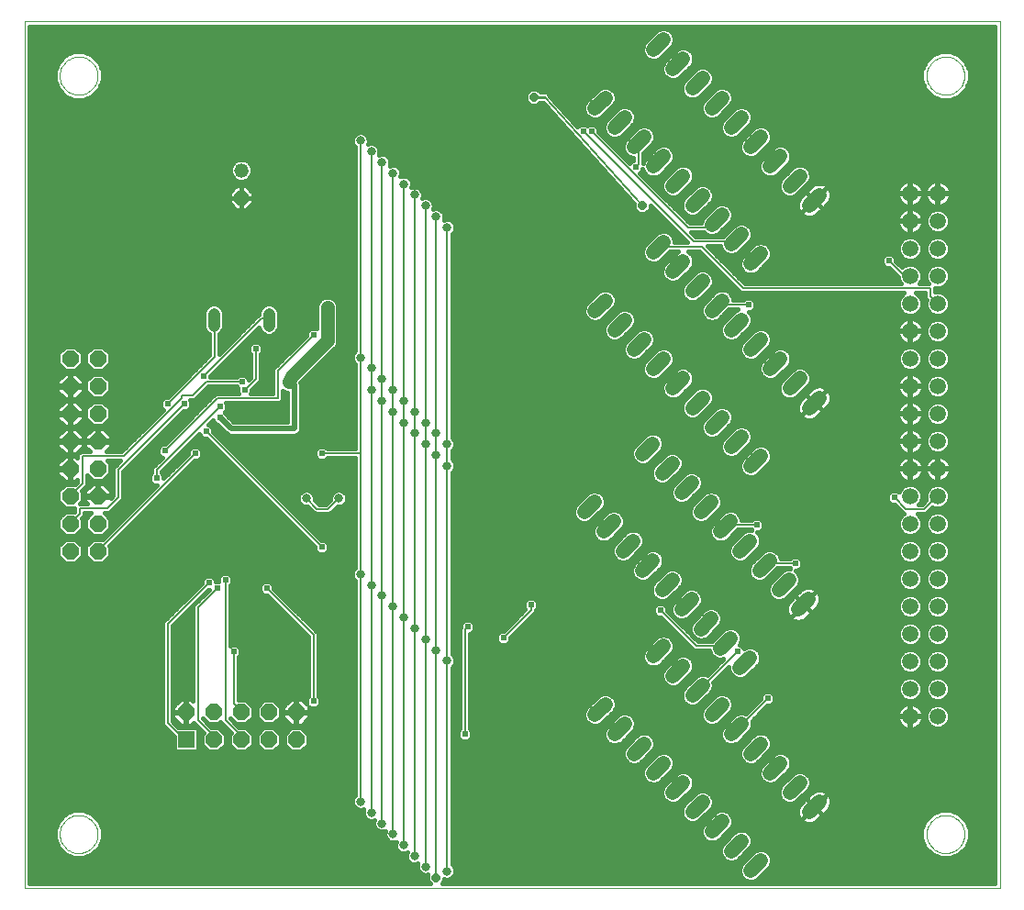
<source format=gbl>
G75*
G70*
%OFA0B0*%
%FSLAX24Y24*%
%IPPOS*%
%LPD*%
%AMOC8*
5,1,8,0,0,1.08239X$1,22.5*
%
%ADD10C,0.0000*%
%ADD11C,0.0440*%
%ADD12C,0.0520*%
%ADD13C,0.0594*%
%ADD14OC8,0.0600*%
%ADD15R,0.0600X0.0600*%
%ADD16OC8,0.0520*%
%ADD17C,0.0520*%
%ADD18C,0.0060*%
%ADD19C,0.0240*%
%ADD20C,0.0500*%
%ADD21C,0.0200*%
%ADD22C,0.0160*%
%ADD23C,0.0356*%
%ADD24C,0.0317*%
%ADD25OC8,0.0317*%
%ADD26C,0.0100*%
%ADD27C,0.0080*%
D10*
X002542Y004117D02*
X002542Y035613D01*
X037975Y035613D01*
X037975Y004117D01*
X002542Y004117D01*
X003822Y006086D02*
X003824Y006138D01*
X003830Y006190D01*
X003840Y006241D01*
X003853Y006291D01*
X003871Y006341D01*
X003892Y006388D01*
X003916Y006434D01*
X003945Y006478D01*
X003976Y006520D01*
X004010Y006559D01*
X004047Y006596D01*
X004087Y006629D01*
X004130Y006660D01*
X004174Y006687D01*
X004220Y006711D01*
X004269Y006731D01*
X004318Y006747D01*
X004369Y006760D01*
X004420Y006769D01*
X004472Y006774D01*
X004524Y006775D01*
X004576Y006772D01*
X004628Y006765D01*
X004679Y006754D01*
X004729Y006740D01*
X004778Y006721D01*
X004825Y006699D01*
X004870Y006674D01*
X004914Y006645D01*
X004955Y006613D01*
X004994Y006578D01*
X005029Y006540D01*
X005062Y006499D01*
X005092Y006457D01*
X005118Y006412D01*
X005141Y006365D01*
X005160Y006316D01*
X005176Y006266D01*
X005188Y006216D01*
X005196Y006164D01*
X005200Y006112D01*
X005200Y006060D01*
X005196Y006008D01*
X005188Y005956D01*
X005176Y005906D01*
X005160Y005856D01*
X005141Y005807D01*
X005118Y005760D01*
X005092Y005715D01*
X005062Y005673D01*
X005029Y005632D01*
X004994Y005594D01*
X004955Y005559D01*
X004914Y005527D01*
X004870Y005498D01*
X004825Y005473D01*
X004778Y005451D01*
X004729Y005432D01*
X004679Y005418D01*
X004628Y005407D01*
X004576Y005400D01*
X004524Y005397D01*
X004472Y005398D01*
X004420Y005403D01*
X004369Y005412D01*
X004318Y005425D01*
X004269Y005441D01*
X004220Y005461D01*
X004174Y005485D01*
X004130Y005512D01*
X004087Y005543D01*
X004047Y005576D01*
X004010Y005613D01*
X003976Y005652D01*
X003945Y005694D01*
X003916Y005738D01*
X003892Y005784D01*
X003871Y005831D01*
X003853Y005881D01*
X003840Y005931D01*
X003830Y005982D01*
X003824Y006034D01*
X003822Y006086D01*
X003822Y033645D02*
X003824Y033697D01*
X003830Y033749D01*
X003840Y033800D01*
X003853Y033850D01*
X003871Y033900D01*
X003892Y033947D01*
X003916Y033993D01*
X003945Y034037D01*
X003976Y034079D01*
X004010Y034118D01*
X004047Y034155D01*
X004087Y034188D01*
X004130Y034219D01*
X004174Y034246D01*
X004220Y034270D01*
X004269Y034290D01*
X004318Y034306D01*
X004369Y034319D01*
X004420Y034328D01*
X004472Y034333D01*
X004524Y034334D01*
X004576Y034331D01*
X004628Y034324D01*
X004679Y034313D01*
X004729Y034299D01*
X004778Y034280D01*
X004825Y034258D01*
X004870Y034233D01*
X004914Y034204D01*
X004955Y034172D01*
X004994Y034137D01*
X005029Y034099D01*
X005062Y034058D01*
X005092Y034016D01*
X005118Y033971D01*
X005141Y033924D01*
X005160Y033875D01*
X005176Y033825D01*
X005188Y033775D01*
X005196Y033723D01*
X005200Y033671D01*
X005200Y033619D01*
X005196Y033567D01*
X005188Y033515D01*
X005176Y033465D01*
X005160Y033415D01*
X005141Y033366D01*
X005118Y033319D01*
X005092Y033274D01*
X005062Y033232D01*
X005029Y033191D01*
X004994Y033153D01*
X004955Y033118D01*
X004914Y033086D01*
X004870Y033057D01*
X004825Y033032D01*
X004778Y033010D01*
X004729Y032991D01*
X004679Y032977D01*
X004628Y032966D01*
X004576Y032959D01*
X004524Y032956D01*
X004472Y032957D01*
X004420Y032962D01*
X004369Y032971D01*
X004318Y032984D01*
X004269Y033000D01*
X004220Y033020D01*
X004174Y033044D01*
X004130Y033071D01*
X004087Y033102D01*
X004047Y033135D01*
X004010Y033172D01*
X003976Y033211D01*
X003945Y033253D01*
X003916Y033297D01*
X003892Y033343D01*
X003871Y033390D01*
X003853Y033440D01*
X003840Y033490D01*
X003830Y033541D01*
X003824Y033593D01*
X003822Y033645D01*
X035318Y033645D02*
X035320Y033697D01*
X035326Y033749D01*
X035336Y033800D01*
X035349Y033850D01*
X035367Y033900D01*
X035388Y033947D01*
X035412Y033993D01*
X035441Y034037D01*
X035472Y034079D01*
X035506Y034118D01*
X035543Y034155D01*
X035583Y034188D01*
X035626Y034219D01*
X035670Y034246D01*
X035716Y034270D01*
X035765Y034290D01*
X035814Y034306D01*
X035865Y034319D01*
X035916Y034328D01*
X035968Y034333D01*
X036020Y034334D01*
X036072Y034331D01*
X036124Y034324D01*
X036175Y034313D01*
X036225Y034299D01*
X036274Y034280D01*
X036321Y034258D01*
X036366Y034233D01*
X036410Y034204D01*
X036451Y034172D01*
X036490Y034137D01*
X036525Y034099D01*
X036558Y034058D01*
X036588Y034016D01*
X036614Y033971D01*
X036637Y033924D01*
X036656Y033875D01*
X036672Y033825D01*
X036684Y033775D01*
X036692Y033723D01*
X036696Y033671D01*
X036696Y033619D01*
X036692Y033567D01*
X036684Y033515D01*
X036672Y033465D01*
X036656Y033415D01*
X036637Y033366D01*
X036614Y033319D01*
X036588Y033274D01*
X036558Y033232D01*
X036525Y033191D01*
X036490Y033153D01*
X036451Y033118D01*
X036410Y033086D01*
X036366Y033057D01*
X036321Y033032D01*
X036274Y033010D01*
X036225Y032991D01*
X036175Y032977D01*
X036124Y032966D01*
X036072Y032959D01*
X036020Y032956D01*
X035968Y032957D01*
X035916Y032962D01*
X035865Y032971D01*
X035814Y032984D01*
X035765Y033000D01*
X035716Y033020D01*
X035670Y033044D01*
X035626Y033071D01*
X035583Y033102D01*
X035543Y033135D01*
X035506Y033172D01*
X035472Y033211D01*
X035441Y033253D01*
X035412Y033297D01*
X035388Y033343D01*
X035367Y033390D01*
X035349Y033440D01*
X035336Y033490D01*
X035326Y033541D01*
X035320Y033593D01*
X035318Y033645D01*
X035318Y006086D02*
X035320Y006138D01*
X035326Y006190D01*
X035336Y006241D01*
X035349Y006291D01*
X035367Y006341D01*
X035388Y006388D01*
X035412Y006434D01*
X035441Y006478D01*
X035472Y006520D01*
X035506Y006559D01*
X035543Y006596D01*
X035583Y006629D01*
X035626Y006660D01*
X035670Y006687D01*
X035716Y006711D01*
X035765Y006731D01*
X035814Y006747D01*
X035865Y006760D01*
X035916Y006769D01*
X035968Y006774D01*
X036020Y006775D01*
X036072Y006772D01*
X036124Y006765D01*
X036175Y006754D01*
X036225Y006740D01*
X036274Y006721D01*
X036321Y006699D01*
X036366Y006674D01*
X036410Y006645D01*
X036451Y006613D01*
X036490Y006578D01*
X036525Y006540D01*
X036558Y006499D01*
X036588Y006457D01*
X036614Y006412D01*
X036637Y006365D01*
X036656Y006316D01*
X036672Y006266D01*
X036684Y006216D01*
X036692Y006164D01*
X036696Y006112D01*
X036696Y006060D01*
X036692Y006008D01*
X036684Y005956D01*
X036672Y005906D01*
X036656Y005856D01*
X036637Y005807D01*
X036614Y005760D01*
X036588Y005715D01*
X036558Y005673D01*
X036525Y005632D01*
X036490Y005594D01*
X036451Y005559D01*
X036410Y005527D01*
X036366Y005498D01*
X036321Y005473D01*
X036274Y005451D01*
X036225Y005432D01*
X036175Y005418D01*
X036124Y005407D01*
X036072Y005400D01*
X036020Y005397D01*
X035968Y005398D01*
X035916Y005403D01*
X035865Y005412D01*
X035814Y005425D01*
X035765Y005441D01*
X035716Y005461D01*
X035670Y005485D01*
X035626Y005512D01*
X035583Y005543D01*
X035543Y005576D01*
X035506Y005613D01*
X035472Y005652D01*
X035441Y005694D01*
X035412Y005738D01*
X035388Y005784D01*
X035367Y005831D01*
X035349Y005881D01*
X035336Y005931D01*
X035326Y005982D01*
X035320Y006034D01*
X035318Y006086D01*
D11*
X011416Y024566D02*
X011416Y025006D01*
X009416Y025006D02*
X009416Y024566D01*
D12*
X022879Y017788D02*
X023246Y018155D01*
X023954Y017448D02*
X023586Y017080D01*
X024293Y016373D02*
X024661Y016741D01*
X025368Y016034D02*
X025000Y015666D01*
X025707Y014959D02*
X026075Y015327D01*
X026782Y014620D02*
X026414Y014252D01*
X027121Y013545D02*
X027489Y013913D01*
X028196Y013205D02*
X027828Y012838D01*
X028536Y012131D02*
X028903Y012498D01*
X027176Y011500D02*
X026808Y011132D01*
X027515Y010425D02*
X027883Y010793D01*
X028590Y010086D02*
X028222Y009718D01*
X028929Y009011D02*
X029297Y009379D01*
X030004Y008672D02*
X029636Y008304D01*
X030343Y007597D02*
X030711Y007965D01*
X031418Y007257D02*
X031051Y006890D01*
X029297Y005136D02*
X028929Y004768D01*
X028222Y005476D02*
X028590Y005843D01*
X027883Y006550D02*
X027515Y006183D01*
X026808Y006890D02*
X027176Y007257D01*
X026469Y007965D02*
X026101Y007597D01*
X025394Y008304D02*
X025761Y008672D01*
X025054Y009379D02*
X024687Y009011D01*
X023980Y009718D02*
X024347Y010086D01*
X023640Y010793D02*
X023272Y010425D01*
X025394Y012547D02*
X025761Y012914D01*
X026469Y012207D02*
X026101Y011840D01*
X029950Y014959D02*
X030317Y015327D01*
X029610Y016034D02*
X029243Y015666D01*
X028536Y016373D02*
X028903Y016741D01*
X028196Y017448D02*
X027828Y017080D01*
X027121Y017788D02*
X027489Y018155D01*
X026782Y018862D02*
X026414Y018495D01*
X025707Y019202D02*
X026075Y019569D01*
X025368Y020277D02*
X025000Y019909D01*
X026808Y021575D02*
X027176Y021943D01*
X026469Y022650D02*
X026101Y022282D01*
X025394Y022989D02*
X025761Y023357D01*
X025054Y024064D02*
X024687Y023696D01*
X023980Y024403D02*
X024347Y024771D01*
X023640Y025478D02*
X023272Y025110D01*
X025394Y027232D02*
X025761Y027599D01*
X026469Y026892D02*
X026101Y026525D01*
X026808Y025817D02*
X027176Y026185D01*
X027883Y025478D02*
X027515Y025110D01*
X028222Y024403D02*
X028590Y024771D01*
X029297Y024064D02*
X028929Y023696D01*
X029636Y022989D02*
X030004Y023357D01*
X030711Y022650D02*
X030343Y022282D01*
X031051Y021575D02*
X031418Y021943D01*
X029297Y019821D02*
X028929Y019454D01*
X028222Y020161D02*
X028590Y020528D01*
X027883Y021235D02*
X027515Y020868D01*
X028929Y026816D02*
X029297Y027183D01*
X028590Y027891D02*
X028222Y027523D01*
X027515Y028230D02*
X027883Y028598D01*
X027176Y029305D02*
X026808Y028937D01*
X026101Y029644D02*
X026469Y030012D01*
X025761Y030719D02*
X025394Y030351D01*
X024687Y031058D02*
X025054Y031426D01*
X024347Y032133D02*
X023980Y031765D01*
X023272Y032473D02*
X023640Y032840D01*
X025394Y034594D02*
X025761Y034962D01*
X026469Y034254D02*
X026101Y033887D01*
X026808Y033180D02*
X027176Y033547D01*
X027883Y032840D02*
X027515Y032473D01*
X028222Y031765D02*
X028590Y032133D01*
X029297Y031426D02*
X028929Y031058D01*
X029636Y030351D02*
X030004Y030719D01*
X030711Y030012D02*
X030343Y029644D01*
X031051Y028937D02*
X031418Y029305D01*
X031025Y014620D02*
X030657Y014252D01*
D13*
X034719Y014365D03*
X034719Y015365D03*
X034719Y016365D03*
X034719Y017365D03*
X034719Y018365D03*
X034719Y019365D03*
X034719Y020365D03*
X034719Y021365D03*
X034719Y022365D03*
X034719Y023365D03*
X034719Y024365D03*
X034719Y025365D03*
X034719Y026365D03*
X034719Y027365D03*
X034719Y028365D03*
X034719Y029365D03*
X035719Y029365D03*
X035719Y028365D03*
X035719Y027365D03*
X035719Y026365D03*
X035719Y025365D03*
X035719Y024365D03*
X035719Y023365D03*
X035719Y022365D03*
X035719Y021365D03*
X035719Y020365D03*
X035719Y019365D03*
X035719Y018365D03*
X035719Y017365D03*
X035719Y016365D03*
X035719Y015365D03*
X035719Y014365D03*
X035719Y013365D03*
X034719Y013365D03*
X034719Y012365D03*
X034719Y011365D03*
X034719Y010365D03*
X035719Y010365D03*
X035719Y011365D03*
X035719Y012365D03*
D14*
X012416Y010523D03*
X011416Y010523D03*
X010416Y010523D03*
X010416Y009523D03*
X011416Y009523D03*
X012416Y009523D03*
X009416Y009523D03*
X009416Y010523D03*
X008416Y010523D03*
X005208Y016365D03*
X005208Y017365D03*
X005208Y018365D03*
X005208Y019365D03*
X005208Y020365D03*
X005208Y021365D03*
X005208Y022365D03*
X005208Y023365D03*
X004208Y023365D03*
X004208Y022365D03*
X004208Y021365D03*
X004208Y020365D03*
X004208Y019365D03*
X004208Y018365D03*
X004208Y017365D03*
X004208Y016365D03*
D15*
X008416Y009523D03*
D16*
X010416Y029208D03*
D17*
X010416Y030208D03*
D18*
X011142Y024817D02*
X011342Y024817D01*
X011416Y024786D01*
X011142Y024817D02*
X009042Y022717D01*
X009142Y022517D02*
X008642Y022017D01*
X008242Y022017D01*
X008242Y021917D01*
X006142Y019817D01*
X004642Y019817D01*
X004642Y018817D01*
X004242Y018417D01*
X004208Y018365D01*
X004542Y017917D02*
X004542Y017717D01*
X004242Y017417D01*
X004208Y017365D01*
X004542Y017917D02*
X005542Y017917D01*
X005942Y018317D01*
X005942Y019317D01*
X008342Y021717D01*
X007742Y021717D02*
X009442Y023417D01*
X009442Y024717D01*
X009416Y024786D01*
X010942Y023717D02*
X010942Y022617D01*
X010542Y022217D01*
X010442Y022517D02*
X009142Y022517D01*
X009542Y021917D02*
X011742Y021917D01*
X011742Y022917D01*
X013042Y024217D01*
X009542Y021917D02*
X007642Y020017D01*
X007342Y019317D02*
X007342Y019017D01*
X007342Y019317D02*
X009642Y021617D01*
X009142Y020717D02*
X013342Y016517D01*
X013172Y017897D02*
X013566Y017897D01*
X013172Y017897D02*
X012778Y018290D01*
X013342Y019917D02*
X014747Y019917D01*
X009842Y015317D02*
X009842Y010217D01*
X010342Y009717D01*
X010342Y009617D01*
X010416Y009523D01*
X010416Y010523D02*
X010342Y010617D01*
X010142Y010817D01*
X010142Y012717D01*
X008842Y014317D02*
X008842Y010217D01*
X009342Y009717D01*
X009342Y009617D01*
X009416Y009523D01*
X008416Y009523D02*
X008342Y009517D01*
X007742Y010117D01*
X007742Y013717D01*
X009242Y015217D01*
X009542Y015017D02*
X008842Y014317D01*
X011342Y015017D02*
X013042Y013317D01*
X013042Y010917D01*
X018542Y009717D02*
X018542Y013517D01*
X018642Y013617D01*
X019942Y013217D02*
X020942Y014217D01*
X020942Y014417D01*
X025642Y014217D02*
X026942Y012917D01*
X027942Y012917D01*
X027942Y013017D01*
X028012Y013022D01*
X028442Y012717D02*
X027042Y011317D01*
X026992Y011316D01*
X028406Y009902D02*
X028442Y009917D01*
X029542Y011017D01*
X029427Y015850D02*
X029442Y015917D01*
X030542Y015917D01*
X029142Y017317D02*
X028042Y017317D01*
X028012Y017264D01*
X034142Y018317D02*
X034563Y017897D01*
X035219Y017897D01*
X035541Y018218D01*
X035542Y018217D01*
X035719Y018365D01*
X035642Y018317D01*
X035542Y018217D01*
X035442Y018117D01*
X035541Y018218D02*
X035613Y018290D01*
X035613Y018290D01*
X035719Y025365D02*
X035642Y025417D01*
X035442Y025617D01*
X035442Y025917D01*
X028642Y025917D01*
X027142Y027417D01*
X025642Y027417D01*
X025578Y027416D01*
X026642Y028117D02*
X027642Y028117D01*
X027642Y028317D01*
X027699Y028414D01*
X028406Y027707D02*
X028342Y027617D01*
X026842Y027617D01*
X022842Y031617D01*
X023142Y031617D02*
X026642Y028117D01*
X024983Y028920D02*
X021440Y032857D01*
X024842Y031217D02*
X024842Y030417D01*
X024742Y030317D01*
X024842Y031217D02*
X024870Y031242D01*
X027742Y025317D02*
X027699Y025294D01*
X027742Y025317D02*
X028842Y025317D01*
X033942Y026917D02*
X034442Y026417D01*
X034642Y026417D01*
X034719Y026365D01*
X008742Y019917D02*
X005242Y016417D01*
X005208Y016365D01*
D19*
X007342Y019017D03*
X007642Y020017D03*
X008742Y019917D03*
X009142Y020717D03*
X009642Y021217D03*
X009642Y021617D03*
X010542Y022217D03*
X010442Y022517D03*
X010942Y023717D03*
X012142Y022517D03*
X013042Y024217D03*
X013542Y025217D03*
X009042Y022717D03*
X008342Y021717D03*
X007742Y021717D03*
X012542Y018017D03*
X013342Y016517D03*
X011342Y015017D03*
X009842Y015317D03*
X009542Y015017D03*
X009242Y015217D03*
X010142Y012717D03*
X013042Y010917D03*
X018542Y009717D03*
X019942Y013217D03*
X018642Y013617D03*
X020942Y014417D03*
X025642Y014217D03*
X028442Y012717D03*
X029542Y011017D03*
X030542Y015917D03*
X029142Y017317D03*
X034142Y018317D03*
X028842Y025317D03*
X033942Y026917D03*
X024742Y030317D03*
X023142Y031617D03*
X022842Y031617D03*
X013342Y019917D03*
D20*
X012142Y022517D02*
X012242Y022717D01*
X013542Y024017D01*
X013542Y025217D01*
D21*
X012142Y022517D02*
X012342Y022417D01*
X012342Y020817D01*
X010042Y020817D01*
X009642Y021217D01*
D22*
X009543Y020977D02*
X009839Y020681D01*
X009906Y020614D01*
X009994Y020577D01*
X012390Y020577D01*
X012478Y020614D01*
X012546Y020681D01*
X012582Y020769D01*
X012582Y022408D01*
X012585Y022448D01*
X012582Y022456D01*
X012582Y022465D01*
X012570Y022494D01*
X013763Y023686D01*
X013873Y023796D01*
X013932Y023939D01*
X013932Y025295D01*
X013873Y025438D01*
X013763Y025548D01*
X013620Y025607D01*
X013465Y025607D01*
X013321Y025548D01*
X013212Y025438D01*
X013152Y025295D01*
X013152Y024453D01*
X013094Y024477D01*
X012990Y024477D01*
X012895Y024437D01*
X012822Y024364D01*
X012782Y024269D01*
X012782Y024197D01*
X011572Y022987D01*
X011572Y022087D01*
X010770Y022087D01*
X010802Y022165D01*
X010802Y022237D01*
X011013Y022447D01*
X011112Y022547D01*
X011112Y023519D01*
X011163Y023570D01*
X011202Y023665D01*
X011202Y023769D01*
X011163Y023864D01*
X011089Y023937D01*
X010994Y023977D01*
X010890Y023977D01*
X010795Y023937D01*
X010722Y023864D01*
X010682Y023769D01*
X010682Y023665D01*
X010722Y023570D01*
X010772Y023519D01*
X010772Y022687D01*
X010688Y022603D01*
X010663Y022664D01*
X010589Y022737D01*
X010494Y022777D01*
X010390Y022777D01*
X010295Y022737D01*
X010245Y022687D01*
X009302Y022687D01*
X009302Y022737D01*
X011057Y024492D01*
X011111Y024362D01*
X011212Y024261D01*
X011345Y024206D01*
X011488Y024206D01*
X011620Y024261D01*
X011721Y024362D01*
X011776Y024495D01*
X011776Y025078D01*
X011721Y025210D01*
X011620Y025311D01*
X011488Y025366D01*
X011345Y025366D01*
X011212Y025311D01*
X011111Y025210D01*
X011056Y025078D01*
X011056Y024971D01*
X010972Y024887D01*
X009612Y023527D01*
X009612Y024258D01*
X009620Y024261D01*
X009721Y024362D01*
X009776Y024495D01*
X009776Y025078D01*
X009721Y025210D01*
X009620Y025311D01*
X009488Y025366D01*
X009345Y025366D01*
X009212Y025311D01*
X009111Y025210D01*
X009056Y025078D01*
X009056Y024495D01*
X009111Y024362D01*
X009212Y024261D01*
X009272Y024236D01*
X009272Y023487D01*
X007762Y021977D01*
X007690Y021977D01*
X007595Y021937D01*
X007522Y021864D01*
X007482Y021769D01*
X007482Y021665D01*
X007522Y021570D01*
X007588Y021503D01*
X006072Y019987D01*
X005508Y019987D01*
X005688Y020166D01*
X005688Y020345D01*
X005228Y020345D01*
X005228Y020385D01*
X005688Y020385D01*
X005688Y020564D01*
X005406Y020845D01*
X005228Y020845D01*
X005228Y020385D01*
X005188Y020385D01*
X005188Y020845D01*
X005009Y020845D01*
X004728Y020564D01*
X004728Y020385D01*
X005188Y020385D01*
X005188Y020345D01*
X004728Y020345D01*
X004728Y020166D01*
X004907Y019987D01*
X004572Y019987D01*
X004472Y019887D01*
X004472Y019779D01*
X004406Y019845D01*
X004228Y019845D01*
X004228Y019385D01*
X004188Y019385D01*
X004188Y019845D01*
X004009Y019845D01*
X003728Y019564D01*
X003728Y019385D01*
X004188Y019385D01*
X004188Y019345D01*
X004228Y019345D01*
X004228Y018885D01*
X004406Y018885D01*
X004472Y018951D01*
X004472Y018887D01*
X004390Y018805D01*
X004390Y018805D01*
X004025Y018805D01*
X003768Y018547D01*
X003768Y018183D01*
X004025Y017925D01*
X004372Y017925D01*
X004372Y017805D01*
X004025Y017805D01*
X003768Y017547D01*
X003768Y017183D01*
X004025Y016925D01*
X004390Y016925D01*
X004648Y017183D01*
X004648Y017547D01*
X004630Y017565D01*
X004712Y017647D01*
X004712Y017747D01*
X004967Y017747D01*
X004768Y017547D01*
X004768Y017183D01*
X005025Y016925D01*
X005390Y016925D01*
X005648Y017183D01*
X005648Y017547D01*
X005448Y017747D01*
X005613Y017747D01*
X005712Y017847D01*
X006112Y018247D01*
X006112Y019247D01*
X008323Y021457D01*
X008394Y021457D01*
X008489Y021497D01*
X008563Y021570D01*
X008602Y021665D01*
X008602Y021769D01*
X008570Y021847D01*
X008713Y021847D01*
X008812Y021947D01*
X009213Y022347D01*
X010245Y022347D01*
X010294Y022297D01*
X010282Y022269D01*
X010282Y022165D01*
X010315Y022087D01*
X009472Y022087D01*
X009372Y021987D01*
X007662Y020277D01*
X007590Y020277D01*
X007495Y020237D01*
X007422Y020164D01*
X007382Y020069D01*
X007382Y019965D01*
X007422Y019870D01*
X007495Y019797D01*
X007556Y019771D01*
X007272Y019487D01*
X007172Y019387D01*
X007172Y019215D01*
X007122Y019164D01*
X007082Y019069D01*
X007082Y018965D01*
X007122Y018870D01*
X007195Y018797D01*
X007290Y018757D01*
X007342Y018757D01*
X005390Y016805D01*
X005390Y016805D01*
X005025Y016805D01*
X004768Y016547D01*
X004768Y016183D01*
X005025Y015925D01*
X005390Y015925D01*
X005648Y016183D01*
X005648Y016547D01*
X005630Y016565D01*
X008723Y019657D01*
X008794Y019657D01*
X008889Y019697D01*
X008963Y019770D01*
X009002Y019865D01*
X009002Y019969D01*
X008963Y020064D01*
X008889Y020137D01*
X008794Y020177D01*
X008690Y020177D01*
X008595Y020137D01*
X008522Y020064D01*
X008482Y019969D01*
X008482Y019897D01*
X007602Y019017D01*
X007602Y019069D01*
X007563Y019164D01*
X007512Y019215D01*
X007512Y019247D01*
X008896Y020631D01*
X008922Y020570D01*
X008995Y020497D01*
X009090Y020457D01*
X009162Y020457D01*
X013082Y016537D01*
X013082Y016465D01*
X013122Y016370D01*
X013195Y016297D01*
X013290Y016257D01*
X013394Y016257D01*
X013489Y016297D01*
X013563Y016370D01*
X013602Y016465D01*
X013602Y016569D01*
X013563Y016664D01*
X013489Y016737D01*
X013394Y016777D01*
X013323Y016777D01*
X009402Y020697D01*
X009402Y020769D01*
X009363Y020864D01*
X009289Y020937D01*
X009228Y020963D01*
X009396Y021131D01*
X009422Y021070D01*
X009495Y020997D01*
X009543Y020977D01*
X009602Y020918D02*
X009309Y020918D01*
X009342Y021077D02*
X009419Y021077D01*
X009402Y020760D02*
X009760Y020760D01*
X009936Y020601D02*
X009499Y020601D01*
X009657Y020443D02*
X014567Y020443D01*
X014567Y020601D02*
X012448Y020601D01*
X012578Y020760D02*
X014567Y020760D01*
X014567Y020918D02*
X012582Y020918D01*
X012582Y021077D02*
X014567Y021077D01*
X014567Y021235D02*
X012582Y021235D01*
X012582Y021394D02*
X014567Y021394D01*
X014567Y021552D02*
X012582Y021552D01*
X012582Y021711D02*
X014567Y021711D01*
X014567Y021869D02*
X012582Y021869D01*
X012582Y022028D02*
X014567Y022028D01*
X014567Y022186D02*
X012582Y022186D01*
X012582Y022345D02*
X014567Y022345D01*
X014567Y022503D02*
X012580Y022503D01*
X012738Y022662D02*
X014567Y022662D01*
X014567Y022820D02*
X012897Y022820D01*
X013055Y022979D02*
X014567Y022979D01*
X014567Y023137D02*
X013214Y023137D01*
X013372Y023296D02*
X014471Y023296D01*
X014449Y023349D02*
X014494Y023239D01*
X014567Y023166D01*
X014567Y020087D01*
X013540Y020087D01*
X013489Y020137D01*
X013394Y020177D01*
X013290Y020177D01*
X013195Y020137D01*
X013122Y020064D01*
X013082Y019969D01*
X013082Y019865D01*
X013122Y019770D01*
X013195Y019697D01*
X013290Y019657D01*
X013394Y019657D01*
X013489Y019697D01*
X013540Y019747D01*
X014567Y019747D01*
X014567Y015776D01*
X014494Y015703D01*
X014449Y015594D01*
X014449Y015475D01*
X014494Y015365D01*
X014567Y015292D01*
X014567Y007509D01*
X014494Y007436D01*
X014449Y007326D01*
X014449Y007207D01*
X014494Y007098D01*
X014578Y007014D01*
X014688Y006968D01*
X014806Y006968D01*
X014868Y006994D01*
X014842Y006932D01*
X014842Y006814D01*
X014888Y006704D01*
X014972Y006620D01*
X015081Y006574D01*
X015200Y006574D01*
X015261Y006600D01*
X015236Y006539D01*
X015236Y006420D01*
X015281Y006310D01*
X015365Y006226D01*
X015475Y006181D01*
X015594Y006181D01*
X015655Y006206D01*
X015630Y006145D01*
X015630Y006026D01*
X015675Y005916D01*
X015759Y005833D01*
X015869Y005787D01*
X015987Y005787D01*
X016049Y005812D01*
X016023Y005751D01*
X016023Y005632D01*
X016069Y005523D01*
X016153Y005439D01*
X016262Y005393D01*
X016381Y005393D01*
X016442Y005419D01*
X016417Y005357D01*
X016417Y005239D01*
X016462Y005129D01*
X016546Y005045D01*
X016656Y005000D01*
X016775Y005000D01*
X016836Y005025D01*
X016811Y004964D01*
X016811Y004845D01*
X016856Y004735D01*
X016940Y004651D01*
X017050Y004606D01*
X017169Y004606D01*
X017204Y004621D01*
X017204Y004387D01*
X017295Y004297D01*
X002722Y004297D01*
X002722Y035433D01*
X037795Y035433D01*
X037795Y004297D01*
X017711Y004297D01*
X017801Y004387D01*
X017801Y004461D01*
X017837Y004446D01*
X017956Y004446D01*
X018066Y004491D01*
X018150Y004575D01*
X018195Y004685D01*
X018195Y004804D01*
X018150Y004913D01*
X018077Y004986D01*
X018077Y012143D01*
X018150Y012216D01*
X018195Y012325D01*
X018195Y012444D01*
X018150Y012554D01*
X018077Y012627D01*
X018077Y019229D01*
X018150Y019302D01*
X018195Y019412D01*
X018195Y019531D01*
X018150Y019640D01*
X018077Y019713D01*
X018077Y020017D01*
X018150Y020090D01*
X018195Y020199D01*
X018195Y020318D01*
X018150Y020428D01*
X018077Y020501D01*
X018077Y027891D01*
X018150Y027964D01*
X018195Y028073D01*
X018195Y028192D01*
X018150Y028302D01*
X018066Y028386D01*
X017956Y028431D01*
X017837Y028431D01*
X017776Y028406D01*
X017801Y028467D01*
X017801Y028586D01*
X017756Y028696D01*
X017672Y028779D01*
X017562Y028825D01*
X017443Y028825D01*
X017382Y028799D01*
X017408Y028861D01*
X017408Y028980D01*
X017362Y029089D01*
X017278Y029173D01*
X017169Y029219D01*
X017050Y029219D01*
X016988Y029193D01*
X017014Y029255D01*
X017014Y029373D01*
X016968Y029483D01*
X016884Y029567D01*
X016775Y029612D01*
X016656Y029612D01*
X016595Y029587D01*
X016620Y029648D01*
X016620Y029767D01*
X016575Y029877D01*
X016491Y029961D01*
X016381Y030006D01*
X016262Y030006D01*
X016201Y029981D01*
X016226Y030042D01*
X016226Y030161D01*
X016181Y030270D01*
X016097Y030354D01*
X015987Y030400D01*
X015869Y030400D01*
X015807Y030374D01*
X015833Y030436D01*
X015833Y030554D01*
X015787Y030664D01*
X015703Y030748D01*
X015594Y030793D01*
X015475Y030793D01*
X015414Y030768D01*
X015439Y030829D01*
X015439Y030948D01*
X015394Y031058D01*
X015310Y031142D01*
X015200Y031187D01*
X015081Y031187D01*
X015020Y031162D01*
X015045Y031223D01*
X015045Y031342D01*
X015000Y031451D01*
X014916Y031535D01*
X014806Y031581D01*
X014688Y031581D01*
X014578Y031535D01*
X014494Y031451D01*
X014449Y031342D01*
X014449Y031223D01*
X014494Y031113D01*
X014567Y031040D01*
X014567Y023650D01*
X014494Y023577D01*
X014449Y023468D01*
X014449Y023349D01*
X014449Y023454D02*
X013531Y023454D01*
X013689Y023613D02*
X014529Y023613D01*
X014567Y023771D02*
X013848Y023771D01*
X013928Y023930D02*
X014567Y023930D01*
X014567Y024088D02*
X013932Y024088D01*
X013932Y024247D02*
X014567Y024247D01*
X014567Y024405D02*
X013932Y024405D01*
X013932Y024564D02*
X014567Y024564D01*
X014567Y024722D02*
X013932Y024722D01*
X013932Y024881D02*
X014567Y024881D01*
X014567Y025039D02*
X013932Y025039D01*
X013932Y025198D02*
X014567Y025198D01*
X014567Y025356D02*
X013907Y025356D01*
X013796Y025515D02*
X014567Y025515D01*
X014567Y025673D02*
X002722Y025673D01*
X002722Y025515D02*
X013288Y025515D01*
X013178Y025356D02*
X011513Y025356D01*
X011320Y025356D02*
X009513Y025356D01*
X009320Y025356D02*
X002722Y025356D01*
X002722Y025198D02*
X009106Y025198D01*
X009056Y025039D02*
X002722Y025039D01*
X002722Y024881D02*
X009056Y024881D01*
X009056Y024722D02*
X002722Y024722D01*
X002722Y024564D02*
X009056Y024564D01*
X009093Y024405D02*
X002722Y024405D01*
X002722Y024247D02*
X009247Y024247D01*
X009272Y024088D02*
X002722Y024088D01*
X002722Y023930D02*
X009272Y023930D01*
X009272Y023771D02*
X005424Y023771D01*
X005390Y023805D02*
X005025Y023805D01*
X004768Y023547D01*
X004768Y023183D01*
X005025Y022925D01*
X005390Y022925D01*
X005648Y023183D01*
X005648Y023547D01*
X005390Y023805D01*
X005582Y023613D02*
X009272Y023613D01*
X009239Y023454D02*
X005648Y023454D01*
X005648Y023296D02*
X009080Y023296D01*
X008922Y023137D02*
X005602Y023137D01*
X005443Y022979D02*
X008763Y022979D01*
X008605Y022820D02*
X004431Y022820D01*
X004406Y022845D02*
X004228Y022845D01*
X004228Y022385D01*
X004688Y022385D01*
X004688Y022564D01*
X004406Y022845D01*
X004390Y022925D02*
X004648Y023183D01*
X004648Y023547D01*
X004390Y023805D01*
X004025Y023805D01*
X003768Y023547D01*
X003768Y023183D01*
X004025Y022925D01*
X004390Y022925D01*
X004443Y022979D02*
X004972Y022979D01*
X005025Y022805D02*
X004768Y022547D01*
X004768Y022183D01*
X005025Y021925D01*
X005390Y021925D01*
X005648Y022183D01*
X005648Y022547D01*
X005390Y022805D01*
X005025Y022805D01*
X004882Y022662D02*
X004590Y022662D01*
X004688Y022503D02*
X004768Y022503D01*
X004768Y022345D02*
X004688Y022345D01*
X004228Y022345D01*
X004228Y022385D01*
X004188Y022385D01*
X004188Y022845D01*
X004009Y022845D01*
X003728Y022564D01*
X003728Y022385D01*
X004188Y022385D01*
X004188Y022345D01*
X004228Y022345D01*
X004228Y021885D01*
X004406Y021885D01*
X004688Y022166D01*
X004688Y022345D01*
X004688Y022186D02*
X004768Y022186D01*
X004923Y022028D02*
X004549Y022028D01*
X004406Y021845D02*
X004228Y021845D01*
X004228Y021385D01*
X004688Y021385D01*
X004688Y021564D01*
X004406Y021845D01*
X004541Y021711D02*
X004931Y021711D01*
X005025Y021805D02*
X004768Y021547D01*
X004768Y021183D01*
X005025Y020925D01*
X005390Y020925D01*
X005648Y021183D01*
X005648Y021547D01*
X005390Y021805D01*
X005025Y021805D01*
X004772Y021552D02*
X004688Y021552D01*
X004688Y021394D02*
X004768Y021394D01*
X004688Y021345D02*
X004228Y021345D01*
X004228Y021385D01*
X004188Y021385D01*
X004188Y021845D01*
X004009Y021845D01*
X003728Y021564D01*
X003728Y021385D01*
X004188Y021385D01*
X004188Y021345D01*
X004228Y021345D01*
X004228Y020885D01*
X004406Y020885D01*
X004688Y021166D01*
X004688Y021345D01*
X004688Y021235D02*
X004768Y021235D01*
X004874Y021077D02*
X004598Y021077D01*
X004439Y020918D02*
X007003Y020918D01*
X007161Y021077D02*
X005541Y021077D01*
X005648Y021235D02*
X007320Y021235D01*
X007478Y021394D02*
X005648Y021394D01*
X005643Y021552D02*
X007539Y021552D01*
X007482Y021711D02*
X005484Y021711D01*
X005492Y022028D02*
X007812Y022028D01*
X007971Y022186D02*
X005648Y022186D01*
X005648Y022345D02*
X008129Y022345D01*
X008288Y022503D02*
X005648Y022503D01*
X005533Y022662D02*
X008446Y022662D01*
X009052Y022186D02*
X010282Y022186D01*
X010247Y022345D02*
X009210Y022345D01*
X009412Y022028D02*
X008893Y022028D01*
X008735Y021869D02*
X009254Y021869D01*
X009095Y021711D02*
X008602Y021711D01*
X008545Y021552D02*
X008937Y021552D01*
X008778Y021394D02*
X008259Y021394D01*
X008101Y021235D02*
X008620Y021235D01*
X008461Y021077D02*
X007942Y021077D01*
X007784Y020918D02*
X008303Y020918D01*
X008144Y020760D02*
X007625Y020760D01*
X007467Y020601D02*
X007986Y020601D01*
X007827Y020443D02*
X007308Y020443D01*
X007150Y020284D02*
X007669Y020284D01*
X007406Y020126D02*
X006991Y020126D01*
X006833Y019967D02*
X007382Y019967D01*
X007483Y019809D02*
X006674Y019809D01*
X006516Y019650D02*
X007435Y019650D01*
X007276Y019492D02*
X006357Y019492D01*
X006199Y019333D02*
X007172Y019333D01*
X007132Y019175D02*
X006112Y019175D01*
X006112Y019016D02*
X007082Y019016D01*
X007134Y018858D02*
X006112Y018858D01*
X006112Y018699D02*
X007284Y018699D01*
X007125Y018541D02*
X006112Y018541D01*
X006112Y018382D02*
X006967Y018382D01*
X006808Y018224D02*
X006089Y018224D01*
X005931Y018065D02*
X006650Y018065D01*
X006491Y017907D02*
X005772Y017907D01*
X005614Y017748D02*
X006333Y017748D01*
X006174Y017590D02*
X005605Y017590D01*
X005648Y017431D02*
X006016Y017431D01*
X005857Y017273D02*
X005648Y017273D01*
X005699Y017114D02*
X005579Y017114D01*
X005540Y016956D02*
X005420Y016956D01*
X004995Y016956D02*
X004420Y016956D01*
X004390Y016805D02*
X004025Y016805D01*
X003768Y016547D01*
X003768Y016183D01*
X004025Y015925D01*
X004390Y015925D01*
X004648Y016183D01*
X004648Y016547D01*
X004390Y016805D01*
X004398Y016797D02*
X005017Y016797D01*
X004859Y016639D02*
X004556Y016639D01*
X004648Y016480D02*
X004768Y016480D01*
X004768Y016322D02*
X004648Y016322D01*
X004628Y016163D02*
X004787Y016163D01*
X004946Y016005D02*
X004469Y016005D01*
X003946Y016005D02*
X002722Y016005D01*
X002722Y016163D02*
X003787Y016163D01*
X003768Y016322D02*
X002722Y016322D01*
X002722Y016480D02*
X003768Y016480D01*
X003859Y016639D02*
X002722Y016639D01*
X002722Y016797D02*
X004017Y016797D01*
X003995Y016956D02*
X002722Y016956D01*
X002722Y017114D02*
X003836Y017114D01*
X003768Y017273D02*
X002722Y017273D01*
X002722Y017431D02*
X003768Y017431D01*
X003810Y017590D02*
X002722Y017590D01*
X002722Y017748D02*
X003968Y017748D01*
X003885Y018065D02*
X002722Y018065D01*
X002722Y017907D02*
X004372Y017907D01*
X004552Y018087D02*
X004648Y018183D01*
X004648Y018547D01*
X004630Y018565D01*
X004812Y018747D01*
X004812Y019138D01*
X005025Y018925D01*
X005390Y018925D01*
X005648Y019183D01*
X005648Y019547D01*
X005548Y019647D01*
X006032Y019647D01*
X005872Y019487D01*
X005772Y019387D01*
X005772Y018387D01*
X005688Y018303D01*
X005688Y018345D01*
X005228Y018345D01*
X005228Y018385D01*
X005688Y018385D01*
X005688Y018564D01*
X005406Y018845D01*
X005228Y018845D01*
X005228Y018385D01*
X005188Y018385D01*
X005188Y018845D01*
X005009Y018845D01*
X004728Y018564D01*
X004728Y018385D01*
X005188Y018385D01*
X005188Y018345D01*
X004728Y018345D01*
X004728Y018166D01*
X004807Y018087D01*
X004552Y018087D01*
X004648Y018224D02*
X004728Y018224D01*
X004648Y018382D02*
X005188Y018382D01*
X005228Y018382D02*
X005767Y018382D01*
X005772Y018541D02*
X005688Y018541D01*
X005772Y018699D02*
X005552Y018699D01*
X005772Y018858D02*
X004812Y018858D01*
X004812Y019016D02*
X004934Y019016D01*
X004863Y018699D02*
X004765Y018699D01*
X004728Y018541D02*
X004648Y018541D01*
X004442Y018858D02*
X002722Y018858D01*
X002722Y019016D02*
X003878Y019016D01*
X004009Y018885D02*
X004188Y018885D01*
X004188Y019345D01*
X003728Y019345D01*
X003728Y019166D01*
X004009Y018885D01*
X003919Y018699D02*
X002722Y018699D01*
X002722Y018541D02*
X003768Y018541D01*
X003768Y018382D02*
X002722Y018382D01*
X002722Y018224D02*
X003768Y018224D01*
X004188Y019016D02*
X004228Y019016D01*
X004228Y019175D02*
X004188Y019175D01*
X004188Y019333D02*
X004228Y019333D01*
X004228Y019492D02*
X004188Y019492D01*
X004188Y019650D02*
X004228Y019650D01*
X004228Y019809D02*
X004188Y019809D01*
X004188Y019885D02*
X004188Y020345D01*
X004228Y020345D01*
X004228Y020385D01*
X004688Y020385D01*
X004688Y020564D01*
X004406Y020845D01*
X004228Y020845D01*
X004228Y020385D01*
X004188Y020385D01*
X004188Y020845D01*
X004009Y020845D01*
X003728Y020564D01*
X003728Y020385D01*
X004188Y020385D01*
X004188Y020345D01*
X003728Y020345D01*
X003728Y020166D01*
X004009Y019885D01*
X004188Y019885D01*
X004228Y019885D02*
X004406Y019885D01*
X004688Y020166D01*
X004688Y020345D01*
X004228Y020345D01*
X004228Y019885D01*
X004228Y019967D02*
X004188Y019967D01*
X004188Y020126D02*
X004228Y020126D01*
X004228Y020284D02*
X004188Y020284D01*
X004188Y020443D02*
X004228Y020443D01*
X004228Y020601D02*
X004188Y020601D01*
X004188Y020760D02*
X004228Y020760D01*
X004188Y020885D02*
X004188Y021345D01*
X003728Y021345D01*
X003728Y021166D01*
X004009Y020885D01*
X004188Y020885D01*
X004188Y020918D02*
X004228Y020918D01*
X004228Y021077D02*
X004188Y021077D01*
X004188Y021235D02*
X004228Y021235D01*
X004228Y021394D02*
X004188Y021394D01*
X004188Y021552D02*
X004228Y021552D01*
X004228Y021711D02*
X004188Y021711D01*
X004188Y021885D02*
X004188Y022345D01*
X003728Y022345D01*
X003728Y022166D01*
X004009Y021885D01*
X004188Y021885D01*
X004188Y022028D02*
X004228Y022028D01*
X004228Y022186D02*
X004188Y022186D01*
X004188Y022345D02*
X004228Y022345D01*
X004228Y022503D02*
X004188Y022503D01*
X004188Y022662D02*
X004228Y022662D01*
X004228Y022820D02*
X004188Y022820D01*
X003984Y022820D02*
X002722Y022820D01*
X002722Y022662D02*
X003825Y022662D01*
X003728Y022503D02*
X002722Y022503D01*
X002722Y022345D02*
X003728Y022345D01*
X003728Y022186D02*
X002722Y022186D01*
X002722Y022028D02*
X003866Y022028D01*
X003874Y021711D02*
X002722Y021711D01*
X002722Y021869D02*
X007527Y021869D01*
X006844Y020760D02*
X005492Y020760D01*
X005650Y020601D02*
X006686Y020601D01*
X006527Y020443D02*
X005688Y020443D01*
X005688Y020284D02*
X006369Y020284D01*
X006210Y020126D02*
X005647Y020126D01*
X005228Y020443D02*
X005188Y020443D01*
X005188Y020601D02*
X005228Y020601D01*
X005228Y020760D02*
X005188Y020760D01*
X004923Y020760D02*
X004492Y020760D01*
X004650Y020601D02*
X004765Y020601D01*
X004728Y020443D02*
X004688Y020443D01*
X004688Y020284D02*
X004728Y020284D01*
X004768Y020126D02*
X004647Y020126D01*
X004552Y019967D02*
X004488Y019967D01*
X004472Y019809D02*
X004443Y019809D01*
X003972Y019809D02*
X002722Y019809D01*
X002722Y019967D02*
X003927Y019967D01*
X003768Y020126D02*
X002722Y020126D01*
X002722Y020284D02*
X003728Y020284D01*
X003728Y020443D02*
X002722Y020443D01*
X002722Y020601D02*
X003765Y020601D01*
X003923Y020760D02*
X002722Y020760D01*
X002722Y020918D02*
X003976Y020918D01*
X003817Y021077D02*
X002722Y021077D01*
X002722Y021235D02*
X003728Y021235D01*
X003728Y021394D02*
X002722Y021394D01*
X002722Y021552D02*
X003728Y021552D01*
X003972Y022979D02*
X002722Y022979D01*
X002722Y023137D02*
X003813Y023137D01*
X003768Y023296D02*
X002722Y023296D01*
X002722Y023454D02*
X003768Y023454D01*
X003833Y023613D02*
X002722Y023613D01*
X002722Y023771D02*
X003991Y023771D01*
X004424Y023771D02*
X004991Y023771D01*
X004833Y023613D02*
X004582Y023613D01*
X004648Y023454D02*
X004768Y023454D01*
X004768Y023296D02*
X004648Y023296D01*
X004602Y023137D02*
X004813Y023137D01*
X002722Y025832D02*
X014567Y025832D01*
X014567Y025990D02*
X002722Y025990D01*
X002722Y026149D02*
X014567Y026149D01*
X014567Y026307D02*
X002722Y026307D01*
X002722Y026466D02*
X014567Y026466D01*
X014567Y026624D02*
X002722Y026624D01*
X002722Y026783D02*
X014567Y026783D01*
X014567Y026941D02*
X002722Y026941D01*
X002722Y027100D02*
X014567Y027100D01*
X014567Y027258D02*
X002722Y027258D01*
X002722Y027417D02*
X014567Y027417D01*
X014567Y027575D02*
X002722Y027575D01*
X002722Y027734D02*
X014567Y027734D01*
X014567Y027892D02*
X002722Y027892D01*
X002722Y028051D02*
X014567Y028051D01*
X014567Y028209D02*
X002722Y028209D01*
X002722Y028368D02*
X014567Y028368D01*
X014567Y028526D02*
X002722Y028526D01*
X002722Y028685D02*
X014567Y028685D01*
X014567Y028843D02*
X010674Y028843D01*
X010598Y028768D02*
X010856Y029025D01*
X010856Y029208D01*
X010856Y029390D01*
X010598Y029648D01*
X010416Y029648D01*
X010234Y029648D01*
X009976Y029390D01*
X009976Y029208D01*
X010416Y029208D01*
X010416Y029648D01*
X010416Y029208D01*
X010416Y029208D01*
X010416Y029208D01*
X009976Y029208D01*
X009976Y029025D01*
X010234Y028768D01*
X010416Y028768D01*
X010416Y029208D01*
X010856Y029208D01*
X010416Y029208D01*
X010416Y029208D01*
X010416Y029208D01*
X010416Y028768D01*
X010598Y028768D01*
X010416Y028843D02*
X010416Y028843D01*
X010416Y029002D02*
X010416Y029002D01*
X010416Y029160D02*
X010416Y029160D01*
X010416Y029319D02*
X010416Y029319D01*
X010416Y029477D02*
X010416Y029477D01*
X010416Y029636D02*
X010416Y029636D01*
X010337Y029808D02*
X010496Y029808D01*
X010643Y029868D01*
X010755Y029981D01*
X010816Y030128D01*
X010816Y030287D01*
X010755Y030434D01*
X010643Y030547D01*
X010496Y030608D01*
X010337Y030608D01*
X010190Y030547D01*
X010077Y030434D01*
X010016Y030287D01*
X010016Y030128D01*
X010077Y029981D01*
X010190Y029868D01*
X010337Y029808D01*
X010222Y029636D02*
X002722Y029636D01*
X002722Y029794D02*
X014567Y029794D01*
X014567Y029636D02*
X010610Y029636D01*
X010769Y029477D02*
X014567Y029477D01*
X014567Y029319D02*
X010856Y029319D01*
X010856Y029160D02*
X014567Y029160D01*
X014567Y029002D02*
X010832Y029002D01*
X010158Y028843D02*
X002722Y028843D01*
X002722Y029002D02*
X010000Y029002D01*
X009976Y029160D02*
X002722Y029160D01*
X002722Y029319D02*
X009976Y029319D01*
X010063Y029477D02*
X002722Y029477D01*
X002722Y029953D02*
X010106Y029953D01*
X010023Y030111D02*
X002722Y030111D01*
X002722Y030270D02*
X010016Y030270D01*
X010075Y030428D02*
X002722Y030428D01*
X002722Y030587D02*
X010286Y030587D01*
X010547Y030587D02*
X014567Y030587D01*
X014567Y030745D02*
X002722Y030745D01*
X002722Y030904D02*
X014567Y030904D01*
X014545Y031062D02*
X002722Y031062D01*
X002722Y031221D02*
X014450Y031221D01*
X014464Y031379D02*
X002722Y031379D01*
X002722Y031538D02*
X014583Y031538D01*
X014911Y031538D02*
X022399Y031538D01*
X022256Y031696D02*
X002722Y031696D01*
X002722Y031855D02*
X022114Y031855D01*
X021971Y032013D02*
X002722Y032013D01*
X002722Y032172D02*
X021828Y032172D01*
X021686Y032330D02*
X002722Y032330D01*
X002722Y032489D02*
X021543Y032489D01*
X021400Y032647D02*
X021258Y032647D01*
X021278Y032667D02*
X021382Y032667D01*
X024685Y028998D01*
X024685Y028797D01*
X024860Y028622D01*
X025107Y028622D01*
X025282Y028797D01*
X025282Y028937D01*
X026632Y027587D01*
X026161Y027587D01*
X026161Y027679D01*
X026101Y027826D01*
X025988Y027938D01*
X025841Y027999D01*
X025682Y027999D01*
X025535Y027938D01*
X025055Y027458D01*
X024994Y027311D01*
X024994Y027152D01*
X025055Y027005D01*
X025167Y026893D01*
X025314Y026832D01*
X025473Y026832D01*
X025620Y026893D01*
X025975Y027247D01*
X026280Y027247D01*
X026242Y027231D01*
X025762Y026751D01*
X025701Y026604D01*
X025701Y026445D01*
X025762Y026298D01*
X025874Y026185D01*
X026021Y026125D01*
X026180Y026125D01*
X026327Y026185D01*
X026808Y026666D01*
X026869Y026813D01*
X026869Y026972D01*
X026808Y027119D01*
X026695Y027231D01*
X026657Y027247D01*
X027072Y027247D01*
X028472Y025847D01*
X028572Y025747D01*
X034500Y025747D01*
X034472Y025735D01*
X034349Y025612D01*
X034283Y025452D01*
X034283Y025278D01*
X034349Y025118D01*
X034472Y024995D01*
X034632Y024928D01*
X034806Y024928D01*
X034967Y024995D01*
X035090Y025118D01*
X035156Y025278D01*
X035156Y025452D01*
X035090Y025612D01*
X034967Y025735D01*
X034939Y025747D01*
X035272Y025747D01*
X035272Y025547D01*
X035307Y025512D01*
X035283Y025452D01*
X035283Y025278D01*
X035349Y025118D01*
X035472Y024995D01*
X035632Y024928D01*
X035806Y024928D01*
X035967Y024995D01*
X036090Y025118D01*
X036156Y025278D01*
X036156Y025452D01*
X036090Y025612D01*
X035967Y025735D01*
X035806Y025802D01*
X035632Y025802D01*
X035612Y025793D01*
X035612Y025937D01*
X035632Y025928D01*
X035806Y025928D01*
X035967Y025995D01*
X036090Y026118D01*
X036156Y026278D01*
X036156Y026452D01*
X036090Y026612D01*
X035967Y026735D01*
X035806Y026802D01*
X035632Y026802D01*
X035472Y026735D01*
X035349Y026612D01*
X035283Y026452D01*
X035283Y026278D01*
X035349Y026118D01*
X035380Y026087D01*
X035059Y026087D01*
X035090Y026118D01*
X035156Y026278D01*
X035156Y026452D01*
X035090Y026612D01*
X034967Y026735D01*
X034806Y026802D01*
X034632Y026802D01*
X034472Y026735D01*
X034418Y026682D01*
X034202Y026897D01*
X034202Y026969D01*
X034163Y027064D01*
X034089Y027137D01*
X033994Y027177D01*
X033890Y027177D01*
X033795Y027137D01*
X033722Y027064D01*
X033682Y026969D01*
X033682Y026865D01*
X033722Y026770D01*
X033795Y026697D01*
X033890Y026657D01*
X033962Y026657D01*
X034272Y026347D01*
X034283Y026336D01*
X034283Y026278D01*
X034349Y026118D01*
X034380Y026087D01*
X028713Y026087D01*
X027353Y027447D01*
X027822Y027447D01*
X027822Y027443D01*
X027883Y027296D01*
X027996Y027184D01*
X028143Y027123D01*
X028302Y027123D01*
X028449Y027184D01*
X028929Y027664D01*
X028990Y027811D01*
X028990Y027970D01*
X028929Y028117D01*
X028816Y028230D01*
X028669Y028291D01*
X028510Y028291D01*
X028363Y028230D01*
X027921Y027787D01*
X026913Y027787D01*
X026753Y027947D01*
X027232Y027947D01*
X027288Y027891D01*
X027435Y027830D01*
X027595Y027830D01*
X027742Y027891D01*
X028222Y028371D01*
X028283Y028518D01*
X028283Y028677D01*
X028222Y028824D01*
X028109Y028937D01*
X027962Y028998D01*
X027803Y028998D01*
X027656Y028937D01*
X027176Y028457D01*
X027115Y028310D01*
X027115Y028287D01*
X026713Y028287D01*
X024896Y030103D01*
X024963Y030170D01*
X024999Y030258D01*
X025055Y030125D01*
X025167Y030012D01*
X025314Y029951D01*
X025473Y029951D01*
X025620Y030012D01*
X026101Y030492D01*
X026161Y030639D01*
X026161Y030799D01*
X026101Y030946D01*
X025988Y031058D01*
X025841Y031119D01*
X025682Y031119D01*
X025535Y031058D01*
X025055Y030578D01*
X025012Y030475D01*
X025012Y030818D01*
X025393Y031199D01*
X025454Y031346D01*
X025454Y031506D01*
X025393Y031653D01*
X025281Y031765D01*
X025134Y031826D01*
X024975Y031826D01*
X024828Y031765D01*
X024348Y031285D01*
X024287Y031138D01*
X024287Y030979D01*
X024348Y030832D01*
X024460Y030719D01*
X024607Y030658D01*
X024672Y030658D01*
X024672Y030569D01*
X024595Y030537D01*
X024529Y030471D01*
X023402Y031597D01*
X023402Y031669D01*
X023363Y031764D01*
X023289Y031837D01*
X023194Y031877D01*
X023090Y031877D01*
X022995Y031837D01*
X022992Y031835D01*
X022989Y031837D01*
X022894Y031877D01*
X022790Y031877D01*
X022695Y031837D01*
X022638Y031780D01*
X021630Y032900D01*
X021630Y032936D01*
X021519Y033047D01*
X021278Y033047D01*
X021170Y033156D01*
X020923Y033156D01*
X020748Y032981D01*
X020748Y032734D01*
X020923Y032559D01*
X021170Y032559D01*
X021278Y032667D01*
X021602Y032964D02*
X023198Y032964D01*
X023040Y032806D02*
X021715Y032806D01*
X021858Y032647D02*
X022912Y032647D01*
X022933Y032699D02*
X022872Y032552D01*
X022872Y032393D01*
X022933Y032246D01*
X023046Y032133D01*
X023193Y032073D01*
X023352Y032073D01*
X023499Y032133D01*
X023979Y032614D01*
X024040Y032761D01*
X024040Y032920D01*
X023979Y033067D01*
X023867Y033179D01*
X023720Y033240D01*
X023561Y033240D01*
X023414Y033179D01*
X022933Y032699D01*
X022872Y032489D02*
X022000Y032489D01*
X022143Y032330D02*
X022898Y032330D01*
X023008Y032172D02*
X022286Y032172D01*
X022428Y032013D02*
X023661Y032013D01*
X023640Y031992D02*
X023580Y031845D01*
X023580Y031686D01*
X023640Y031539D01*
X023753Y031426D01*
X023900Y031365D01*
X024059Y031365D01*
X024206Y031426D01*
X024686Y031907D01*
X024747Y032054D01*
X024747Y032213D01*
X024686Y032360D01*
X024574Y032472D01*
X024427Y032533D01*
X024268Y032533D01*
X024121Y032472D01*
X023640Y031992D01*
X023583Y031855D02*
X023248Y031855D01*
X023036Y031855D02*
X022948Y031855D01*
X022736Y031855D02*
X022571Y031855D01*
X022541Y031379D02*
X015030Y031379D01*
X015044Y031221D02*
X022684Y031221D01*
X022827Y031062D02*
X015389Y031062D01*
X015439Y030904D02*
X022969Y030904D01*
X023112Y030745D02*
X015706Y030745D01*
X015819Y030587D02*
X023255Y030587D01*
X023397Y030428D02*
X015830Y030428D01*
X016181Y030270D02*
X023540Y030270D01*
X023683Y030111D02*
X016226Y030111D01*
X016499Y029953D02*
X023825Y029953D01*
X023968Y029794D02*
X016609Y029794D01*
X016615Y029636D02*
X024111Y029636D01*
X024253Y029477D02*
X016971Y029477D01*
X017014Y029319D02*
X024396Y029319D01*
X024539Y029160D02*
X017291Y029160D01*
X017398Y029002D02*
X024681Y029002D01*
X024685Y028843D02*
X017400Y028843D01*
X017760Y028685D02*
X024797Y028685D01*
X025170Y028685D02*
X025534Y028685D01*
X025376Y028843D02*
X025282Y028843D01*
X025693Y028526D02*
X017801Y028526D01*
X018084Y028368D02*
X025851Y028368D01*
X026010Y028209D02*
X018188Y028209D01*
X018185Y028051D02*
X026168Y028051D01*
X026034Y027892D02*
X026327Y027892D01*
X026485Y027734D02*
X026139Y027734D01*
X025488Y027892D02*
X018078Y027892D01*
X018077Y027734D02*
X025330Y027734D01*
X025171Y027575D02*
X018077Y027575D01*
X018077Y027417D02*
X025037Y027417D01*
X024994Y027258D02*
X018077Y027258D01*
X018077Y027100D02*
X025016Y027100D01*
X025119Y026941D02*
X018077Y026941D01*
X018077Y026783D02*
X025793Y026783D01*
X025709Y026624D02*
X018077Y026624D01*
X018077Y026466D02*
X025701Y026466D01*
X025758Y026307D02*
X018077Y026307D01*
X018077Y026149D02*
X025963Y026149D01*
X026238Y026149D02*
X026573Y026149D01*
X026469Y026044D02*
X026408Y025897D01*
X026408Y025738D01*
X026469Y025591D01*
X026581Y025478D01*
X026728Y025417D01*
X026888Y025417D01*
X027035Y025478D01*
X027515Y025959D01*
X027576Y026106D01*
X027576Y026265D01*
X027515Y026412D01*
X027402Y026524D01*
X027255Y026585D01*
X027096Y026585D01*
X026949Y026524D01*
X026469Y026044D01*
X026446Y025990D02*
X018077Y025990D01*
X018077Y025832D02*
X023448Y025832D01*
X023414Y025817D02*
X023561Y025878D01*
X023720Y025878D01*
X023867Y025817D01*
X023979Y025705D01*
X024040Y025558D01*
X024040Y025399D01*
X023979Y025251D01*
X023499Y024771D01*
X023352Y024710D01*
X023193Y024710D01*
X023046Y024771D01*
X022933Y024884D01*
X022872Y025031D01*
X022872Y025190D01*
X022933Y025337D01*
X023414Y025817D01*
X023269Y025673D02*
X018077Y025673D01*
X018077Y025515D02*
X023111Y025515D01*
X022952Y025356D02*
X018077Y025356D01*
X018077Y025198D02*
X022876Y025198D01*
X022872Y025039D02*
X018077Y025039D01*
X018077Y024881D02*
X022937Y024881D01*
X023165Y024722D02*
X018077Y024722D01*
X018077Y024564D02*
X023613Y024564D01*
X023640Y024630D02*
X023580Y024483D01*
X023580Y024324D01*
X023640Y024177D01*
X023753Y024064D01*
X023900Y024003D01*
X024059Y024003D01*
X024206Y024064D01*
X024686Y024544D01*
X024747Y024691D01*
X024747Y024851D01*
X024686Y024998D01*
X024574Y025110D01*
X024427Y025171D01*
X024268Y025171D01*
X024121Y025110D01*
X023640Y024630D01*
X023733Y024722D02*
X023380Y024722D01*
X023608Y024881D02*
X023891Y024881D01*
X023767Y025039D02*
X024050Y025039D01*
X023925Y025198D02*
X027118Y025198D01*
X027115Y025190D02*
X027115Y025031D01*
X027176Y024884D01*
X027288Y024771D01*
X027435Y024710D01*
X027595Y024710D01*
X027742Y024771D01*
X028117Y025147D01*
X028452Y025147D01*
X028363Y025110D01*
X027883Y024630D01*
X027822Y024483D01*
X027822Y024324D01*
X027883Y024177D01*
X027996Y024064D01*
X028143Y024003D01*
X028302Y024003D01*
X028449Y024064D01*
X028929Y024544D01*
X028990Y024691D01*
X028990Y024851D01*
X028929Y024998D01*
X028869Y025057D01*
X028894Y025057D01*
X028989Y025097D01*
X029063Y025170D01*
X029102Y025265D01*
X029102Y025369D01*
X029063Y025464D01*
X028989Y025537D01*
X028894Y025577D01*
X028790Y025577D01*
X028695Y025537D01*
X028645Y025487D01*
X028283Y025487D01*
X028283Y025558D01*
X028222Y025705D01*
X028109Y025817D01*
X027962Y025878D01*
X027803Y025878D01*
X027656Y025817D01*
X027176Y025337D01*
X027115Y025190D01*
X027115Y025039D02*
X024645Y025039D01*
X024735Y024881D02*
X027179Y024881D01*
X027407Y024722D02*
X024747Y024722D01*
X024694Y024564D02*
X027856Y024564D01*
X027822Y024405D02*
X025276Y024405D01*
X025281Y024403D02*
X025134Y024464D01*
X024975Y024464D01*
X024828Y024403D01*
X024348Y023923D01*
X024287Y023776D01*
X024287Y023617D01*
X024348Y023470D01*
X024460Y023357D01*
X024607Y023296D01*
X024766Y023296D01*
X024913Y023357D01*
X025393Y023837D01*
X025454Y023984D01*
X025454Y024143D01*
X025393Y024290D01*
X025281Y024403D01*
X025412Y024247D02*
X027854Y024247D01*
X027972Y024088D02*
X025454Y024088D01*
X025432Y023930D02*
X028597Y023930D01*
X028590Y023923D02*
X028529Y023776D01*
X028529Y023617D01*
X028590Y023470D01*
X028703Y023357D01*
X028850Y023296D01*
X029009Y023296D01*
X029156Y023357D01*
X029636Y023837D01*
X029697Y023984D01*
X029697Y024143D01*
X029636Y024290D01*
X029524Y024403D01*
X029377Y024464D01*
X029217Y024464D01*
X029070Y024403D01*
X028590Y023923D01*
X028529Y023771D02*
X025327Y023771D01*
X025452Y023613D02*
X025169Y023613D01*
X025293Y023454D02*
X025010Y023454D01*
X025135Y023296D02*
X018077Y023296D01*
X018077Y023454D02*
X024363Y023454D01*
X024288Y023613D02*
X018077Y023613D01*
X018077Y023771D02*
X024287Y023771D01*
X024354Y023930D02*
X018077Y023930D01*
X018077Y024088D02*
X023729Y024088D01*
X023611Y024247D02*
X018077Y024247D01*
X018077Y024405D02*
X023580Y024405D01*
X024230Y024088D02*
X024513Y024088D01*
X024388Y024247D02*
X024671Y024247D01*
X024547Y024405D02*
X024833Y024405D01*
X025535Y023696D02*
X025682Y023757D01*
X025841Y023757D01*
X025988Y023696D01*
X026101Y023583D01*
X026161Y023436D01*
X026161Y023277D01*
X026101Y023130D01*
X025620Y022650D01*
X025473Y022589D01*
X025314Y022589D01*
X025167Y022650D01*
X025055Y022762D01*
X024994Y022909D01*
X024994Y023069D01*
X025055Y023216D01*
X025535Y023696D01*
X026071Y023613D02*
X028531Y023613D01*
X028606Y023454D02*
X026154Y023454D01*
X026161Y023296D02*
X029377Y023296D01*
X029297Y023216D02*
X029236Y023069D01*
X029236Y022909D01*
X029297Y022762D01*
X029410Y022650D01*
X029557Y022589D01*
X029716Y022589D01*
X029863Y022650D01*
X030343Y023130D01*
X030404Y023277D01*
X030404Y023436D01*
X030343Y023583D01*
X030231Y023696D01*
X030084Y023757D01*
X029925Y023757D01*
X029777Y023696D01*
X029297Y023216D01*
X029265Y023137D02*
X026103Y023137D01*
X026242Y022989D02*
X026389Y023050D01*
X026548Y023050D01*
X026695Y022989D01*
X026808Y022876D01*
X026869Y022729D01*
X026869Y022570D01*
X026808Y022423D01*
X026327Y021943D01*
X026180Y021882D01*
X026021Y021882D01*
X025874Y021943D01*
X025762Y022055D01*
X025701Y022202D01*
X025701Y022362D01*
X025762Y022509D01*
X026242Y022989D01*
X026232Y022979D02*
X025949Y022979D01*
X026073Y022820D02*
X025790Y022820D01*
X025915Y022662D02*
X025632Y022662D01*
X025759Y022503D02*
X018077Y022503D01*
X018077Y022345D02*
X025701Y022345D01*
X025708Y022186D02*
X018077Y022186D01*
X018077Y022028D02*
X025790Y022028D01*
X026412Y022028D02*
X026695Y022028D01*
X026571Y022186D02*
X026853Y022186D01*
X026949Y022282D02*
X026469Y021801D01*
X026408Y021654D01*
X026408Y021495D01*
X026469Y021348D01*
X026581Y021236D01*
X026728Y021175D01*
X026888Y021175D01*
X027035Y021236D01*
X027515Y021716D01*
X027576Y021863D01*
X027576Y022022D01*
X027515Y022169D01*
X027402Y022282D01*
X027255Y022343D01*
X027096Y022343D01*
X026949Y022282D01*
X026729Y022345D02*
X029943Y022345D01*
X029943Y022362D02*
X029943Y022202D01*
X030004Y022055D01*
X030117Y021943D01*
X030264Y021882D01*
X030423Y021882D01*
X030570Y021943D01*
X031050Y022423D01*
X031111Y022570D01*
X031111Y022729D01*
X031050Y022876D01*
X030938Y022989D01*
X030791Y023050D01*
X030632Y023050D01*
X030485Y022989D01*
X030004Y022509D01*
X029943Y022362D01*
X030002Y022503D02*
X026841Y022503D01*
X026869Y022662D02*
X029398Y022662D01*
X029273Y022820D02*
X026831Y022820D01*
X026705Y022979D02*
X029236Y022979D01*
X029875Y022662D02*
X030157Y022662D01*
X030033Y022820D02*
X030316Y022820D01*
X030192Y022979D02*
X030474Y022979D01*
X030346Y023137D02*
X034341Y023137D01*
X034349Y023118D02*
X034472Y022995D01*
X034632Y022928D01*
X034806Y022928D01*
X034967Y022995D01*
X035090Y023118D01*
X035156Y023278D01*
X035156Y023452D01*
X035090Y023612D01*
X034967Y023735D01*
X034806Y023802D01*
X034632Y023802D01*
X034472Y023735D01*
X034349Y023612D01*
X034283Y023452D01*
X034283Y023278D01*
X034349Y023118D01*
X034283Y023296D02*
X030404Y023296D01*
X030397Y023454D02*
X034283Y023454D01*
X034349Y023613D02*
X030314Y023613D01*
X029694Y023613D02*
X029411Y023613D01*
X029536Y023454D02*
X029253Y023454D01*
X029570Y023771D02*
X034558Y023771D01*
X034608Y023900D02*
X034682Y023888D01*
X034701Y023888D01*
X034701Y024347D01*
X034243Y024347D01*
X034243Y024328D01*
X034254Y024253D01*
X034277Y024182D01*
X034312Y024115D01*
X034356Y024054D01*
X034409Y024001D01*
X034469Y023957D01*
X034536Y023923D01*
X034608Y023900D01*
X034524Y023930D02*
X029674Y023930D01*
X029697Y024088D02*
X034331Y024088D01*
X034256Y024247D02*
X029654Y024247D01*
X029519Y024405D02*
X034243Y024405D01*
X034243Y024403D02*
X034243Y024383D01*
X034701Y024383D01*
X034701Y024347D01*
X034738Y024347D01*
X034738Y024383D01*
X035196Y024383D01*
X035196Y024403D01*
X035184Y024477D01*
X035161Y024548D01*
X035127Y024615D01*
X035083Y024676D01*
X035030Y024729D01*
X034969Y024773D01*
X034902Y024807D01*
X034831Y024830D01*
X034757Y024842D01*
X034738Y024842D01*
X034738Y024383D01*
X034701Y024383D01*
X034701Y024842D01*
X034682Y024842D01*
X034608Y024830D01*
X034536Y024807D01*
X034469Y024773D01*
X034409Y024729D01*
X034356Y024676D01*
X034312Y024615D01*
X034277Y024548D01*
X034254Y024477D01*
X034243Y024403D01*
X034285Y024564D02*
X028937Y024564D01*
X028990Y024722D02*
X034402Y024722D01*
X034701Y024722D02*
X034738Y024722D01*
X034738Y024564D02*
X034701Y024564D01*
X034701Y024405D02*
X034738Y024405D01*
X034738Y024347D02*
X035196Y024347D01*
X035196Y024328D01*
X035184Y024253D01*
X035161Y024182D01*
X035127Y024115D01*
X035083Y024054D01*
X035030Y024001D01*
X034969Y023957D01*
X034902Y023923D01*
X034831Y023900D01*
X034757Y023888D01*
X034738Y023888D01*
X034738Y024347D01*
X034738Y024247D02*
X034701Y024247D01*
X034701Y024088D02*
X034738Y024088D01*
X034738Y023930D02*
X034701Y023930D01*
X034915Y023930D02*
X035629Y023930D01*
X035632Y023928D02*
X035806Y023928D01*
X035967Y023995D01*
X036090Y024118D01*
X036156Y024278D01*
X036156Y024452D01*
X036090Y024612D01*
X035967Y024735D01*
X035806Y024802D01*
X035632Y024802D01*
X035472Y024735D01*
X035349Y024612D01*
X035283Y024452D01*
X035283Y024278D01*
X035349Y024118D01*
X035472Y023995D01*
X035632Y023928D01*
X035632Y023802D02*
X035472Y023735D01*
X035349Y023612D01*
X035283Y023452D01*
X035283Y023278D01*
X035349Y023118D01*
X035472Y022995D01*
X035632Y022928D01*
X035806Y022928D01*
X035967Y022995D01*
X036090Y023118D01*
X036156Y023278D01*
X036156Y023452D01*
X036090Y023612D01*
X035967Y023735D01*
X035806Y023802D01*
X035632Y023802D01*
X035558Y023771D02*
X034881Y023771D01*
X035090Y023613D02*
X035349Y023613D01*
X035283Y023454D02*
X035155Y023454D01*
X035156Y023296D02*
X035283Y023296D01*
X035341Y023137D02*
X035098Y023137D01*
X034928Y022979D02*
X035511Y022979D01*
X035632Y022802D02*
X035472Y022735D01*
X035349Y022612D01*
X035283Y022452D01*
X035283Y022278D01*
X035349Y022118D01*
X035472Y021995D01*
X035632Y021928D01*
X035806Y021928D01*
X035967Y021995D01*
X036090Y022118D01*
X036156Y022278D01*
X036156Y022452D01*
X036090Y022612D01*
X035967Y022735D01*
X035806Y022802D01*
X035632Y022802D01*
X035398Y022662D02*
X035093Y022662D01*
X035083Y022676D02*
X035030Y022729D01*
X034969Y022773D01*
X034902Y022807D01*
X034831Y022830D01*
X034757Y022842D01*
X034738Y022842D01*
X034738Y022383D01*
X035196Y022383D01*
X035196Y022403D01*
X035184Y022477D01*
X035161Y022548D01*
X035127Y022615D01*
X035083Y022676D01*
X035176Y022503D02*
X035304Y022503D01*
X035283Y022345D02*
X035196Y022345D01*
X035196Y022347D02*
X034738Y022347D01*
X034738Y022383D01*
X034701Y022383D01*
X034701Y022347D01*
X034243Y022347D01*
X034243Y022328D01*
X034254Y022253D01*
X034277Y022182D01*
X034312Y022115D01*
X034356Y022054D01*
X034409Y022001D01*
X034469Y021957D01*
X034536Y021923D01*
X034608Y021900D01*
X034682Y021888D01*
X034701Y021888D01*
X034701Y022347D01*
X034738Y022347D01*
X034738Y021888D01*
X034757Y021888D01*
X034831Y021900D01*
X034902Y021923D01*
X034969Y021957D01*
X035030Y022001D01*
X035083Y022054D01*
X035127Y022115D01*
X035161Y022182D01*
X035184Y022253D01*
X035196Y022328D01*
X035196Y022347D01*
X035163Y022186D02*
X035321Y022186D01*
X035439Y022028D02*
X035056Y022028D01*
X034902Y021807D02*
X034831Y021830D01*
X034757Y021842D01*
X034738Y021842D01*
X034738Y021383D01*
X035196Y021383D01*
X035196Y021403D01*
X035184Y021477D01*
X035161Y021548D01*
X035127Y021615D01*
X035083Y021676D01*
X035030Y021729D01*
X034969Y021773D01*
X034902Y021807D01*
X035048Y021711D02*
X035447Y021711D01*
X035472Y021735D02*
X035349Y021612D01*
X035283Y021452D01*
X035283Y021278D01*
X035349Y021118D01*
X035472Y020995D01*
X035632Y020928D01*
X035806Y020928D01*
X035967Y020995D01*
X036090Y021118D01*
X036156Y021278D01*
X036156Y021452D01*
X036090Y021612D01*
X035967Y021735D01*
X035806Y021802D01*
X035632Y021802D01*
X035472Y021735D01*
X035324Y021552D02*
X035159Y021552D01*
X035196Y021394D02*
X035283Y021394D01*
X035196Y021347D02*
X034738Y021347D01*
X034738Y021383D01*
X034701Y021383D01*
X034701Y021347D01*
X034243Y021347D01*
X034243Y021328D01*
X034254Y021253D01*
X034277Y021182D01*
X034312Y021115D01*
X034356Y021054D01*
X034409Y021001D01*
X034469Y020957D01*
X034536Y020923D01*
X034608Y020900D01*
X034682Y020888D01*
X034701Y020888D01*
X034701Y021347D01*
X034738Y021347D01*
X034738Y020888D01*
X034757Y020888D01*
X034831Y020900D01*
X034902Y020923D01*
X034969Y020957D01*
X035030Y021001D01*
X035083Y021054D01*
X035127Y021115D01*
X035161Y021182D01*
X035184Y021253D01*
X035196Y021328D01*
X035196Y021347D01*
X035179Y021235D02*
X035300Y021235D01*
X035390Y021077D02*
X035099Y021077D01*
X034887Y020918D02*
X037795Y020918D01*
X037795Y020760D02*
X035909Y020760D01*
X035967Y020735D02*
X035806Y020802D01*
X035632Y020802D01*
X035472Y020735D01*
X035349Y020612D01*
X035283Y020452D01*
X035283Y020278D01*
X035349Y020118D01*
X035472Y019995D01*
X035632Y019928D01*
X035806Y019928D01*
X035967Y019995D01*
X036090Y020118D01*
X036156Y020278D01*
X036156Y020452D01*
X036090Y020612D01*
X035967Y020735D01*
X036094Y020601D02*
X037795Y020601D01*
X037795Y020443D02*
X036156Y020443D01*
X036156Y020284D02*
X037795Y020284D01*
X037795Y020126D02*
X036093Y020126D01*
X035900Y019967D02*
X037795Y019967D01*
X037795Y019809D02*
X035898Y019809D01*
X035902Y019807D02*
X035831Y019830D01*
X035757Y019842D01*
X035738Y019842D01*
X035738Y019383D01*
X036196Y019383D01*
X036196Y019403D01*
X036184Y019477D01*
X036161Y019548D01*
X036127Y019615D01*
X036083Y019676D01*
X036030Y019729D01*
X035969Y019773D01*
X035902Y019807D01*
X035738Y019809D02*
X035701Y019809D01*
X035701Y019842D02*
X035682Y019842D01*
X035608Y019830D01*
X035536Y019807D01*
X035469Y019773D01*
X035409Y019729D01*
X035356Y019676D01*
X035312Y019615D01*
X035277Y019548D01*
X035254Y019477D01*
X035243Y019403D01*
X035243Y019383D01*
X035701Y019383D01*
X035701Y019347D01*
X035243Y019347D01*
X035243Y019328D01*
X035254Y019253D01*
X035277Y019182D01*
X035312Y019115D01*
X035356Y019054D01*
X035409Y019001D01*
X035469Y018957D01*
X035536Y018923D01*
X035608Y018900D01*
X035682Y018888D01*
X035701Y018888D01*
X035701Y019347D01*
X035738Y019347D01*
X035738Y019383D01*
X035701Y019383D01*
X035701Y019842D01*
X035541Y019809D02*
X034898Y019809D01*
X034902Y019807D02*
X034831Y019830D01*
X034757Y019842D01*
X034738Y019842D01*
X034738Y019383D01*
X035196Y019383D01*
X035196Y019403D01*
X035184Y019477D01*
X035161Y019548D01*
X035127Y019615D01*
X035083Y019676D01*
X035030Y019729D01*
X034969Y019773D01*
X034902Y019807D01*
X034902Y019923D02*
X034969Y019957D01*
X035030Y020001D01*
X035083Y020054D01*
X035127Y020115D01*
X035161Y020182D01*
X035184Y020253D01*
X035196Y020328D01*
X035196Y020347D01*
X034738Y020347D01*
X034738Y020383D01*
X035196Y020383D01*
X035196Y020403D01*
X035184Y020477D01*
X035161Y020548D01*
X035127Y020615D01*
X035083Y020676D01*
X035030Y020729D01*
X034969Y020773D01*
X034902Y020807D01*
X034831Y020830D01*
X034757Y020842D01*
X034738Y020842D01*
X034738Y020383D01*
X034701Y020383D01*
X034701Y020347D01*
X034243Y020347D01*
X034243Y020328D01*
X034254Y020253D01*
X034277Y020182D01*
X034312Y020115D01*
X034356Y020054D01*
X034409Y020001D01*
X034469Y019957D01*
X034536Y019923D01*
X034608Y019900D01*
X034682Y019888D01*
X034701Y019888D01*
X034701Y020347D01*
X034738Y020347D01*
X034738Y019888D01*
X034757Y019888D01*
X034831Y019900D01*
X034902Y019923D01*
X034983Y019967D02*
X035539Y019967D01*
X035346Y020126D02*
X035133Y020126D01*
X035189Y020284D02*
X035283Y020284D01*
X035283Y020443D02*
X035190Y020443D01*
X035134Y020601D02*
X035344Y020601D01*
X035530Y020760D02*
X034988Y020760D01*
X034738Y020760D02*
X034701Y020760D01*
X034701Y020842D02*
X034701Y020383D01*
X034243Y020383D01*
X034243Y020403D01*
X034254Y020477D01*
X034277Y020548D01*
X034312Y020615D01*
X034356Y020676D01*
X034409Y020729D01*
X034469Y020773D01*
X034536Y020807D01*
X034608Y020830D01*
X034682Y020842D01*
X034701Y020842D01*
X034701Y020918D02*
X034738Y020918D01*
X034738Y021077D02*
X034701Y021077D01*
X034701Y021235D02*
X034738Y021235D01*
X034701Y021383D02*
X034243Y021383D01*
X034243Y021403D01*
X034254Y021477D01*
X034277Y021548D01*
X034312Y021615D01*
X034356Y021676D01*
X034409Y021729D01*
X034469Y021773D01*
X034536Y021807D01*
X034608Y021830D01*
X034682Y021842D01*
X034701Y021842D01*
X034701Y021383D01*
X034701Y021394D02*
X034738Y021394D01*
X034738Y021552D02*
X034701Y021552D01*
X034701Y021711D02*
X034738Y021711D01*
X034738Y022028D02*
X034701Y022028D01*
X034701Y022186D02*
X034738Y022186D01*
X034738Y022345D02*
X034701Y022345D01*
X034701Y022383D02*
X034243Y022383D01*
X034243Y022403D01*
X034254Y022477D01*
X034277Y022548D01*
X034312Y022615D01*
X034356Y022676D01*
X034409Y022729D01*
X034469Y022773D01*
X034536Y022807D01*
X034608Y022830D01*
X034682Y022842D01*
X034701Y022842D01*
X034701Y022383D01*
X034701Y022503D02*
X034738Y022503D01*
X034738Y022662D02*
X034701Y022662D01*
X034701Y022820D02*
X034738Y022820D01*
X034862Y022820D02*
X037795Y022820D01*
X037795Y022662D02*
X036041Y022662D01*
X036135Y022503D02*
X037795Y022503D01*
X037795Y022345D02*
X036156Y022345D01*
X036118Y022186D02*
X037795Y022186D01*
X037795Y022028D02*
X036000Y022028D01*
X035992Y021711D02*
X037795Y021711D01*
X037795Y021869D02*
X031852Y021869D01*
X031847Y021840D02*
X031858Y021908D01*
X031858Y021977D01*
X031847Y022046D01*
X031826Y022111D01*
X031795Y022173D01*
X031754Y022229D01*
X031729Y022254D01*
X031705Y022278D01*
X031649Y022319D01*
X031587Y022350D01*
X031521Y022372D01*
X031453Y022383D01*
X031384Y022383D01*
X031315Y022372D01*
X031249Y022350D01*
X031188Y022319D01*
X031132Y022278D01*
X030923Y022070D01*
X030715Y021861D01*
X030674Y021805D01*
X030643Y021744D01*
X030621Y021678D01*
X030611Y021609D01*
X030611Y021540D01*
X030621Y021472D01*
X030643Y021406D01*
X030674Y021344D01*
X030715Y021288D01*
X030739Y021264D01*
X031234Y021759D01*
X030923Y022070D01*
X031234Y021759D01*
X031234Y021759D01*
X031234Y021759D01*
X031729Y022254D01*
X031234Y021759D01*
X031234Y021759D01*
X030739Y021264D01*
X030764Y021239D01*
X030820Y021199D01*
X030882Y021167D01*
X030948Y021146D01*
X031016Y021135D01*
X031085Y021135D01*
X031154Y021146D01*
X031219Y021167D01*
X031281Y021199D01*
X031337Y021239D01*
X031546Y021448D01*
X031754Y021656D01*
X031795Y021712D01*
X031826Y021774D01*
X031847Y021840D01*
X031794Y021711D02*
X034390Y021711D01*
X034279Y021552D02*
X031650Y021552D01*
X031546Y021448D02*
X031234Y021759D01*
X031234Y021759D01*
X031546Y021448D01*
X031492Y021394D02*
X034243Y021394D01*
X034260Y021235D02*
X031331Y021235D01*
X031441Y021552D02*
X031441Y021552D01*
X031283Y021711D02*
X031283Y021711D01*
X031186Y021711D02*
X031186Y021711D01*
X031124Y021869D02*
X031124Y021869D01*
X031345Y021869D02*
X031345Y021869D01*
X031503Y022028D02*
X031503Y022028D01*
X031662Y022186D02*
X031662Y022186D01*
X031785Y022186D02*
X034276Y022186D01*
X034243Y022345D02*
X031599Y022345D01*
X031238Y022345D02*
X030972Y022345D01*
X031040Y022186D02*
X030813Y022186D01*
X030881Y022028D02*
X030655Y022028D01*
X030723Y021869D02*
X027576Y021869D01*
X027573Y022028D02*
X030032Y022028D01*
X029950Y022186D02*
X027498Y022186D01*
X027509Y021711D02*
X030632Y021711D01*
X030611Y021552D02*
X028132Y021552D01*
X028109Y021575D02*
X027962Y021635D01*
X027803Y021635D01*
X027656Y021575D01*
X027176Y021094D01*
X027115Y020947D01*
X027115Y020788D01*
X027176Y020641D01*
X027288Y020529D01*
X027435Y020468D01*
X027595Y020468D01*
X027742Y020529D01*
X028222Y021009D01*
X028283Y021156D01*
X028283Y021315D01*
X028222Y021462D01*
X028109Y021575D01*
X028250Y021394D02*
X030649Y021394D01*
X030770Y021235D02*
X028283Y021235D01*
X028250Y021077D02*
X034340Y021077D01*
X034552Y020918D02*
X028694Y020918D01*
X028669Y020928D02*
X028510Y020928D01*
X028363Y020867D01*
X027883Y020387D01*
X027822Y020240D01*
X027822Y020081D01*
X027883Y019934D01*
X027996Y019822D01*
X028143Y019761D01*
X028302Y019761D01*
X028449Y019822D01*
X028929Y020302D01*
X028990Y020449D01*
X028990Y020608D01*
X028929Y020755D01*
X028816Y020867D01*
X028669Y020928D01*
X028485Y020918D02*
X028131Y020918D01*
X028255Y020760D02*
X027973Y020760D01*
X028097Y020601D02*
X027814Y020601D01*
X027938Y020443D02*
X025732Y020443D01*
X025707Y020503D02*
X025768Y020356D01*
X025768Y020197D01*
X025707Y020050D01*
X025227Y019570D01*
X025080Y019509D01*
X024920Y019509D01*
X024773Y019570D01*
X024661Y019682D01*
X024600Y019829D01*
X024600Y019988D01*
X024661Y020135D01*
X025141Y020616D01*
X025288Y020677D01*
X025447Y020677D01*
X025594Y020616D01*
X025707Y020503D01*
X025609Y020601D02*
X027216Y020601D01*
X027127Y020760D02*
X018077Y020760D01*
X018077Y020918D02*
X027115Y020918D01*
X027169Y021077D02*
X018077Y021077D01*
X018077Y021235D02*
X026583Y021235D01*
X026450Y021394D02*
X018077Y021394D01*
X018077Y021552D02*
X026408Y021552D01*
X026431Y021711D02*
X018077Y021711D01*
X018077Y021869D02*
X026536Y021869D01*
X027033Y021235D02*
X027317Y021235D01*
X027192Y021394D02*
X027475Y021394D01*
X027351Y021552D02*
X027634Y021552D01*
X028924Y020760D02*
X034451Y020760D01*
X034304Y020601D02*
X028990Y020601D01*
X028987Y020443D02*
X034249Y020443D01*
X034249Y020284D02*
X028911Y020284D01*
X029036Y020126D02*
X028753Y020126D01*
X028877Y019967D02*
X028594Y019967D01*
X028719Y019809D02*
X028417Y019809D01*
X028590Y019680D02*
X028529Y019533D01*
X028529Y019374D01*
X028590Y019227D01*
X028703Y019114D01*
X028850Y019054D01*
X029009Y019054D01*
X029156Y019114D01*
X029636Y019595D01*
X029697Y019742D01*
X029697Y019901D01*
X029636Y020048D01*
X029524Y020160D01*
X029377Y020221D01*
X029217Y020221D01*
X029070Y020160D01*
X028590Y019680D01*
X028578Y019650D02*
X026474Y019650D01*
X026475Y019649D02*
X026414Y019796D01*
X026301Y019909D01*
X026154Y019969D01*
X025995Y019969D01*
X025848Y019909D01*
X025368Y019428D01*
X025307Y019281D01*
X025307Y019122D01*
X025368Y018975D01*
X025481Y018863D01*
X025628Y018802D01*
X025787Y018802D01*
X025934Y018863D01*
X026414Y019343D01*
X026475Y019490D01*
X026475Y019649D01*
X026475Y019492D02*
X028529Y019492D01*
X028546Y019333D02*
X026404Y019333D01*
X026555Y019201D02*
X026702Y019262D01*
X026862Y019262D01*
X027009Y019201D01*
X027121Y019089D01*
X027182Y018942D01*
X027182Y018783D01*
X027121Y018636D01*
X026641Y018156D01*
X026494Y018095D01*
X026335Y018095D01*
X026188Y018156D01*
X026075Y018268D01*
X026014Y018415D01*
X026014Y018574D01*
X026075Y018721D01*
X026555Y019201D01*
X026528Y019175D02*
X026246Y019175D01*
X026370Y019016D02*
X026087Y019016D01*
X026211Y018858D02*
X025921Y018858D01*
X026066Y018699D02*
X018077Y018699D01*
X018077Y018541D02*
X023131Y018541D01*
X023167Y018555D02*
X023020Y018494D01*
X022540Y018014D01*
X022479Y017867D01*
X022479Y017708D01*
X022540Y017561D01*
X022652Y017448D01*
X022799Y017388D01*
X022958Y017388D01*
X023105Y017448D01*
X023586Y017929D01*
X023646Y018076D01*
X023646Y018235D01*
X023586Y018382D01*
X023473Y018494D01*
X023326Y018555D01*
X023167Y018555D01*
X023361Y018541D02*
X026014Y018541D01*
X026028Y018382D02*
X023585Y018382D01*
X023646Y018224D02*
X026120Y018224D01*
X025493Y018858D02*
X018077Y018858D01*
X018077Y019016D02*
X025351Y019016D01*
X025307Y019175D02*
X018077Y019175D01*
X018162Y019333D02*
X025329Y019333D01*
X025431Y019492D02*
X018195Y019492D01*
X018140Y019650D02*
X024693Y019650D01*
X024609Y019809D02*
X018077Y019809D01*
X018077Y019967D02*
X024600Y019967D01*
X024657Y020126D02*
X018164Y020126D01*
X018195Y020284D02*
X024810Y020284D01*
X024968Y020443D02*
X018135Y020443D01*
X018077Y020601D02*
X025127Y020601D01*
X025768Y020284D02*
X027840Y020284D01*
X027822Y020126D02*
X025738Y020126D01*
X025624Y019967D02*
X025989Y019967D01*
X026160Y019967D02*
X027869Y019967D01*
X028027Y019809D02*
X026401Y019809D01*
X025748Y019809D02*
X025465Y019809D01*
X025590Y019650D02*
X025307Y019650D01*
X027035Y019175D02*
X028643Y019175D01*
X029216Y019175D02*
X034281Y019175D01*
X034277Y019182D02*
X034312Y019115D01*
X034356Y019054D01*
X034409Y019001D01*
X034469Y018957D01*
X034536Y018923D01*
X034608Y018900D01*
X034682Y018888D01*
X034701Y018888D01*
X034701Y019347D01*
X034243Y019347D01*
X034243Y019328D01*
X034254Y019253D01*
X034277Y019182D01*
X034243Y019333D02*
X029374Y019333D01*
X029533Y019492D02*
X034259Y019492D01*
X034254Y019477D02*
X034243Y019403D01*
X034243Y019383D01*
X034701Y019383D01*
X034701Y019347D01*
X034738Y019347D01*
X034738Y019383D01*
X034701Y019383D01*
X034701Y019842D01*
X034682Y019842D01*
X034608Y019830D01*
X034536Y019807D01*
X034469Y019773D01*
X034409Y019729D01*
X034356Y019676D01*
X034312Y019615D01*
X034277Y019548D01*
X034254Y019477D01*
X034337Y019650D02*
X029659Y019650D01*
X029697Y019809D02*
X034541Y019809D01*
X034701Y019809D02*
X034738Y019809D01*
X034738Y019967D02*
X034701Y019967D01*
X034701Y020126D02*
X034738Y020126D01*
X034738Y020284D02*
X034701Y020284D01*
X034701Y020443D02*
X034738Y020443D01*
X034738Y020601D02*
X034701Y020601D01*
X034306Y020126D02*
X029558Y020126D01*
X029670Y019967D02*
X034456Y019967D01*
X034701Y019650D02*
X034738Y019650D01*
X034738Y019492D02*
X034701Y019492D01*
X034738Y019347D02*
X035196Y019347D01*
X035196Y019328D01*
X035184Y019253D01*
X035161Y019182D01*
X035127Y019115D01*
X035083Y019054D01*
X035030Y019001D01*
X034969Y018957D01*
X034902Y018923D01*
X034831Y018900D01*
X034757Y018888D01*
X034738Y018888D01*
X034738Y019347D01*
X034738Y019333D02*
X034701Y019333D01*
X034701Y019175D02*
X034738Y019175D01*
X034738Y019016D02*
X034701Y019016D01*
X034632Y018802D02*
X034472Y018735D01*
X034349Y018612D01*
X034310Y018517D01*
X034289Y018537D01*
X034194Y018577D01*
X034090Y018577D01*
X033995Y018537D01*
X033922Y018464D01*
X033882Y018369D01*
X033882Y018265D01*
X033922Y018170D01*
X033995Y018097D01*
X034090Y018057D01*
X034162Y018057D01*
X034393Y017826D01*
X034480Y017739D01*
X034472Y017735D01*
X034349Y017612D01*
X034283Y017452D01*
X034283Y017278D01*
X034349Y017118D01*
X034472Y016995D01*
X034632Y016928D01*
X034806Y016928D01*
X034967Y016995D01*
X035090Y017118D01*
X035156Y017278D01*
X035156Y017452D01*
X035090Y017612D01*
X034976Y017727D01*
X035290Y017727D01*
X035510Y017947D01*
X035513Y017947D01*
X035534Y017969D01*
X035632Y017928D01*
X035806Y017928D01*
X035967Y017995D01*
X036090Y018118D01*
X036156Y018278D01*
X036156Y018452D01*
X036090Y018612D01*
X035967Y018735D01*
X035806Y018802D01*
X035632Y018802D01*
X035472Y018735D01*
X035349Y018612D01*
X035283Y018452D01*
X035283Y018278D01*
X035305Y018223D01*
X035149Y018067D01*
X035039Y018067D01*
X035090Y018118D01*
X035156Y018278D01*
X035156Y018452D01*
X035090Y018612D01*
X034967Y018735D01*
X034806Y018802D01*
X034632Y018802D01*
X034436Y018699D02*
X027147Y018699D01*
X027182Y018858D02*
X037795Y018858D01*
X037795Y019016D02*
X036045Y019016D01*
X036030Y019001D02*
X036083Y019054D01*
X036127Y019115D01*
X036161Y019182D01*
X036184Y019253D01*
X036196Y019328D01*
X036196Y019347D01*
X035738Y019347D01*
X035738Y018888D01*
X035757Y018888D01*
X035831Y018900D01*
X035902Y018923D01*
X035969Y018957D01*
X036030Y019001D01*
X036157Y019175D02*
X037795Y019175D01*
X037795Y019333D02*
X036196Y019333D01*
X036180Y019492D02*
X037795Y019492D01*
X037795Y019650D02*
X036102Y019650D01*
X035738Y019650D02*
X035701Y019650D01*
X035701Y019492D02*
X035738Y019492D01*
X035738Y019333D02*
X035701Y019333D01*
X035701Y019175D02*
X035738Y019175D01*
X035738Y019016D02*
X035701Y019016D01*
X035394Y019016D02*
X035045Y019016D01*
X035157Y019175D02*
X035281Y019175D01*
X035243Y019333D02*
X035196Y019333D01*
X035180Y019492D02*
X035259Y019492D01*
X035337Y019650D02*
X035102Y019650D01*
X034394Y019016D02*
X027151Y019016D01*
X027026Y018541D02*
X027374Y018541D01*
X027409Y018555D02*
X027262Y018494D01*
X026782Y018014D01*
X026721Y017867D01*
X026721Y017708D01*
X026782Y017561D01*
X026895Y017448D01*
X027042Y017388D01*
X027201Y017388D01*
X027348Y017448D01*
X027828Y017929D01*
X027889Y018076D01*
X027889Y018235D01*
X027828Y018382D01*
X033888Y018382D01*
X033900Y018224D02*
X027889Y018224D01*
X027885Y018065D02*
X034071Y018065D01*
X034312Y017907D02*
X027806Y017907D01*
X027930Y017748D02*
X027648Y017748D01*
X027772Y017590D02*
X027489Y017590D01*
X027613Y017431D02*
X027306Y017431D01*
X027489Y017307D02*
X027428Y017160D01*
X027428Y017001D01*
X027489Y016854D01*
X027602Y016741D01*
X027749Y016680D01*
X027908Y016680D01*
X028055Y016741D01*
X028461Y017147D01*
X028945Y017147D01*
X028950Y017141D01*
X028824Y017141D01*
X028677Y017080D01*
X028196Y016600D01*
X028136Y016453D01*
X028136Y016294D01*
X028196Y016147D01*
X028309Y016034D01*
X028456Y015973D01*
X028615Y015973D01*
X028762Y016034D01*
X029242Y016514D01*
X029303Y016661D01*
X029303Y016821D01*
X029242Y016968D01*
X029153Y017057D01*
X029194Y017057D01*
X029289Y017097D01*
X029363Y017170D01*
X029402Y017265D01*
X029402Y017369D01*
X029363Y017464D01*
X029289Y017537D01*
X029194Y017577D01*
X029090Y017577D01*
X028995Y017537D01*
X028945Y017487D01*
X028596Y017487D01*
X028596Y017528D01*
X028535Y017675D01*
X028423Y017787D01*
X028276Y017848D01*
X028117Y017848D01*
X027970Y017787D01*
X027489Y017307D01*
X027475Y017273D02*
X024314Y017273D01*
X024293Y017222D02*
X024354Y017369D01*
X024354Y017528D01*
X024293Y017675D01*
X024180Y017787D01*
X024033Y017848D01*
X023874Y017848D01*
X023727Y017787D01*
X023247Y017307D01*
X023186Y017160D01*
X023186Y017001D01*
X023247Y016854D01*
X023359Y016741D01*
X023506Y016680D01*
X023665Y016680D01*
X023812Y016741D01*
X024293Y017222D01*
X024185Y017114D02*
X024516Y017114D01*
X024581Y017141D02*
X024434Y017080D01*
X023954Y016600D01*
X023893Y016453D01*
X023893Y016294D01*
X023954Y016147D01*
X024066Y016034D01*
X024213Y015973D01*
X024372Y015973D01*
X024520Y016034D01*
X025000Y016514D01*
X025061Y016661D01*
X025061Y016821D01*
X025000Y016968D01*
X024887Y017080D01*
X024740Y017141D01*
X024581Y017141D01*
X024805Y017114D02*
X027428Y017114D01*
X027447Y016956D02*
X025005Y016956D01*
X025061Y016797D02*
X027546Y016797D01*
X028111Y016797D02*
X028394Y016797D01*
X028269Y016956D02*
X028552Y016956D01*
X028428Y017114D02*
X028759Y017114D01*
X028571Y017590D02*
X034340Y017590D01*
X034283Y017431D02*
X029376Y017431D01*
X029402Y017273D02*
X034285Y017273D01*
X034353Y017114D02*
X029307Y017114D01*
X029247Y016956D02*
X034566Y016956D01*
X034632Y016802D02*
X034472Y016735D01*
X034349Y016612D01*
X034283Y016452D01*
X034283Y016278D01*
X034349Y016118D01*
X034472Y015995D01*
X034632Y015928D01*
X034806Y015928D01*
X034967Y015995D01*
X035090Y016118D01*
X035156Y016278D01*
X035156Y016452D01*
X035090Y016612D01*
X034967Y016735D01*
X034806Y016802D01*
X034632Y016802D01*
X034621Y016797D02*
X029303Y016797D01*
X029294Y016639D02*
X034375Y016639D01*
X034294Y016480D02*
X029208Y016480D01*
X029332Y016322D02*
X029049Y016322D01*
X029174Y016163D02*
X028891Y016163D01*
X029015Y016005D02*
X028690Y016005D01*
X028904Y015893D02*
X028843Y015746D01*
X028843Y015587D01*
X028904Y015440D01*
X029016Y015327D01*
X029163Y015266D01*
X029322Y015266D01*
X029469Y015327D01*
X029889Y015747D01*
X030345Y015747D01*
X030365Y015727D01*
X030238Y015727D01*
X030091Y015666D01*
X029611Y015186D01*
X029550Y015039D01*
X029550Y014880D01*
X029611Y014733D01*
X029723Y014620D01*
X029870Y014559D01*
X030029Y014559D01*
X030176Y014620D01*
X030657Y015100D01*
X030717Y015247D01*
X030717Y015406D01*
X030657Y015553D01*
X030553Y015657D01*
X030594Y015657D01*
X030689Y015697D01*
X030763Y015770D01*
X030802Y015865D01*
X030802Y015969D01*
X030763Y016064D01*
X030689Y016137D01*
X030594Y016177D01*
X030490Y016177D01*
X030395Y016137D01*
X030345Y016087D01*
X030010Y016087D01*
X030010Y016113D01*
X029949Y016260D01*
X029837Y016373D01*
X029690Y016434D01*
X029531Y016434D01*
X029384Y016373D01*
X028904Y015893D01*
X028884Y015846D02*
X025723Y015846D01*
X025707Y015807D02*
X025768Y015954D01*
X025768Y016113D01*
X025707Y016260D01*
X025594Y016373D01*
X025447Y016434D01*
X025288Y016434D01*
X025141Y016373D01*
X024661Y015893D01*
X024600Y015746D01*
X024600Y015587D01*
X024661Y015440D01*
X024773Y015327D01*
X024920Y015266D01*
X025080Y015266D01*
X025227Y015327D01*
X025707Y015807D01*
X025587Y015688D02*
X025900Y015688D01*
X025848Y015666D02*
X025995Y015727D01*
X026154Y015727D01*
X026301Y015666D01*
X026414Y015553D01*
X026475Y015406D01*
X026475Y015247D01*
X026414Y015100D01*
X025934Y014620D01*
X025787Y014559D01*
X025628Y014559D01*
X025481Y014620D01*
X025368Y014733D01*
X025307Y014880D01*
X025307Y015039D01*
X025368Y015186D01*
X025848Y015666D01*
X025711Y015529D02*
X025429Y015529D01*
X025553Y015371D02*
X025270Y015371D01*
X025394Y015212D02*
X018077Y015212D01*
X018077Y015054D02*
X025313Y015054D01*
X025307Y014895D02*
X018077Y014895D01*
X018077Y014737D02*
X025366Y014737D01*
X025582Y014578D02*
X021149Y014578D01*
X021163Y014564D02*
X021089Y014637D01*
X020994Y014677D01*
X020890Y014677D01*
X020795Y014637D01*
X020722Y014564D01*
X020682Y014469D01*
X020682Y014365D01*
X020722Y014270D01*
X020738Y014253D01*
X019962Y013477D01*
X019890Y013477D01*
X019795Y013437D01*
X019722Y013364D01*
X019682Y013269D01*
X019682Y013165D01*
X019722Y013070D01*
X019795Y012997D01*
X019890Y012957D01*
X019994Y012957D01*
X020089Y012997D01*
X020163Y013070D01*
X020202Y013165D01*
X020202Y013237D01*
X021013Y014047D01*
X021112Y014147D01*
X021112Y014219D01*
X021163Y014270D01*
X021202Y014365D01*
X021202Y014469D01*
X021163Y014564D01*
X021202Y014420D02*
X025477Y014420D01*
X025495Y014437D02*
X025422Y014364D01*
X025382Y014269D01*
X025382Y014165D01*
X025422Y014070D01*
X025495Y013997D01*
X025590Y013957D01*
X025662Y013957D01*
X026772Y012847D01*
X026872Y012747D01*
X027433Y012747D01*
X027489Y012611D01*
X027602Y012499D01*
X027749Y012438D01*
X027908Y012438D01*
X027933Y012448D01*
X027347Y011862D01*
X027255Y011900D01*
X027096Y011900D01*
X026949Y011839D01*
X026469Y011359D01*
X026408Y011212D01*
X026408Y011053D01*
X026469Y010906D01*
X026581Y010793D01*
X026728Y010732D01*
X026888Y010732D01*
X027035Y010793D01*
X027515Y011274D01*
X027576Y011421D01*
X027576Y011580D01*
X027567Y011601D01*
X028136Y012170D01*
X028136Y012051D01*
X028196Y011904D01*
X028309Y011792D01*
X028456Y011731D01*
X028615Y011731D01*
X028762Y011792D01*
X029242Y012272D01*
X029303Y012419D01*
X029303Y012578D01*
X029242Y012725D01*
X029130Y012837D01*
X028983Y012898D01*
X028824Y012898D01*
X028677Y012837D01*
X028675Y012835D01*
X028663Y012864D01*
X028589Y012937D01*
X028522Y012965D01*
X028535Y012979D01*
X028596Y013126D01*
X028596Y013285D01*
X028535Y013432D01*
X028423Y013545D01*
X028276Y013605D01*
X028117Y013605D01*
X027970Y013545D01*
X027512Y013087D01*
X027013Y013087D01*
X025902Y014197D01*
X025902Y014269D01*
X025863Y014364D01*
X025789Y014437D01*
X025694Y014477D01*
X025590Y014477D01*
X025495Y014437D01*
X025382Y014261D02*
X021154Y014261D01*
X021068Y014103D02*
X025408Y014103D01*
X025675Y013944D02*
X020910Y013944D01*
X020751Y013786D02*
X025833Y013786D01*
X025992Y013627D02*
X020593Y013627D01*
X020434Y013469D02*
X026150Y013469D01*
X026309Y013310D02*
X025851Y013310D01*
X025841Y013314D02*
X025682Y013314D01*
X025535Y013253D01*
X025055Y012773D01*
X024994Y012626D01*
X024994Y012467D01*
X025055Y012320D01*
X025167Y012208D01*
X025314Y012147D01*
X025473Y012147D01*
X025620Y012208D01*
X026101Y012688D01*
X026161Y012835D01*
X026161Y012994D01*
X026101Y013141D01*
X025988Y013253D01*
X025841Y013314D01*
X025671Y013310D02*
X020276Y013310D01*
X020196Y013152D02*
X025433Y013152D01*
X025274Y012993D02*
X020081Y012993D01*
X019804Y012993D02*
X018712Y012993D01*
X018712Y012835D02*
X025116Y012835D01*
X025014Y012676D02*
X018712Y012676D01*
X018712Y012518D02*
X024994Y012518D01*
X025039Y012359D02*
X018712Y012359D01*
X018712Y012201D02*
X025184Y012201D01*
X025603Y012201D02*
X025896Y012201D01*
X025762Y012066D02*
X025701Y011919D01*
X025701Y011760D01*
X025762Y011613D01*
X025874Y011500D01*
X026021Y011440D01*
X026180Y011440D01*
X026327Y011500D01*
X026808Y011981D01*
X026869Y012128D01*
X026869Y012287D01*
X026808Y012434D01*
X026695Y012546D01*
X026548Y012607D01*
X026389Y012607D01*
X026242Y012546D01*
X025762Y012066D01*
X025752Y012042D02*
X018712Y012042D01*
X018712Y011884D02*
X025701Y011884D01*
X025715Y011725D02*
X018712Y011725D01*
X018712Y011567D02*
X025808Y011567D01*
X026394Y011567D02*
X026676Y011567D01*
X026552Y011725D02*
X026835Y011725D01*
X026711Y011884D02*
X027056Y011884D01*
X027295Y011884D02*
X027368Y011884D01*
X027527Y012042D02*
X026833Y012042D01*
X026869Y012201D02*
X027685Y012201D01*
X027844Y012359D02*
X026839Y012359D01*
X026724Y012518D02*
X027583Y012518D01*
X027463Y012676D02*
X026089Y012676D01*
X026161Y012835D02*
X026784Y012835D01*
X026626Y012993D02*
X026161Y012993D01*
X026090Y013152D02*
X026467Y013152D01*
X026782Y013318D02*
X026895Y013206D01*
X027042Y013145D01*
X027201Y013145D01*
X027348Y013206D01*
X027828Y013686D01*
X027889Y013833D01*
X027889Y013992D01*
X027828Y014139D01*
X027716Y014252D01*
X027569Y014313D01*
X027409Y014313D01*
X027262Y014252D01*
X026782Y013771D01*
X026721Y013624D01*
X026721Y013465D01*
X026782Y013318D01*
X026790Y013310D02*
X026791Y013310D01*
X026721Y013469D02*
X026631Y013469D01*
X026722Y013627D02*
X026473Y013627D01*
X026314Y013786D02*
X026796Y013786D01*
X026641Y013913D02*
X027121Y014393D01*
X027182Y014540D01*
X027182Y014699D01*
X027121Y014846D01*
X027009Y014959D01*
X026862Y015020D01*
X026702Y015020D01*
X026555Y014959D01*
X026075Y014479D01*
X026014Y014332D01*
X026014Y014172D01*
X026075Y014025D01*
X026188Y013913D01*
X026335Y013852D01*
X026494Y013852D01*
X026641Y013913D01*
X026672Y013944D02*
X026955Y013944D01*
X026830Y014103D02*
X027113Y014103D01*
X026989Y014261D02*
X027285Y014261D01*
X027132Y014420D02*
X030249Y014420D01*
X030249Y014421D02*
X030228Y014355D01*
X030217Y014287D01*
X030217Y014217D01*
X030228Y014149D01*
X030249Y014083D01*
X030281Y014021D01*
X030321Y013965D01*
X030346Y013941D01*
X030370Y013916D01*
X030426Y013876D01*
X030488Y013844D01*
X030554Y013823D01*
X030622Y013812D01*
X030692Y013812D01*
X030760Y013823D01*
X030826Y013844D01*
X030888Y013876D01*
X030944Y013916D01*
X031152Y014125D01*
X031360Y014333D01*
X031401Y014389D01*
X031432Y014451D01*
X031454Y014517D01*
X031465Y014585D01*
X031465Y014654D01*
X031454Y014723D01*
X031432Y014789D01*
X031401Y014850D01*
X031360Y014906D01*
X031336Y014931D01*
X030841Y014436D01*
X030841Y014436D01*
X031336Y014931D01*
X031311Y014955D01*
X031255Y014996D01*
X031193Y015027D01*
X031128Y015049D01*
X031059Y015060D01*
X030990Y015060D01*
X030922Y015049D01*
X030856Y015027D01*
X030794Y014996D01*
X030738Y014955D01*
X030530Y014747D01*
X030841Y014436D01*
X031152Y014125D01*
X030841Y014436D01*
X030841Y014436D01*
X030841Y014436D01*
X030530Y014747D01*
X030321Y014539D01*
X030281Y014483D01*
X030249Y014421D01*
X030217Y014261D02*
X027693Y014261D01*
X027843Y014103D02*
X030243Y014103D01*
X030343Y013944D02*
X027889Y013944D01*
X027869Y013786D02*
X034593Y013786D01*
X034632Y013802D02*
X034472Y013735D01*
X034349Y013612D01*
X034283Y013452D01*
X034283Y013278D01*
X034349Y013118D01*
X034472Y012995D01*
X034632Y012928D01*
X034806Y012928D01*
X034967Y012995D01*
X035090Y013118D01*
X035156Y013278D01*
X035156Y013452D01*
X035090Y013612D01*
X034967Y013735D01*
X034806Y013802D01*
X034632Y013802D01*
X034632Y013928D02*
X034806Y013928D01*
X034967Y013995D01*
X035090Y014118D01*
X035156Y014278D01*
X035156Y014452D01*
X035090Y014612D01*
X034967Y014735D01*
X034806Y014802D01*
X034632Y014802D01*
X034472Y014735D01*
X034349Y014612D01*
X034283Y014452D01*
X034283Y014278D01*
X034349Y014118D01*
X034472Y013995D01*
X034632Y013928D01*
X034594Y013944D02*
X030971Y013944D01*
X031130Y014103D02*
X034364Y014103D01*
X034290Y014261D02*
X031288Y014261D01*
X031416Y014420D02*
X034283Y014420D01*
X034335Y014578D02*
X031463Y014578D01*
X031449Y014737D02*
X034475Y014737D01*
X034632Y014928D02*
X034806Y014928D01*
X034967Y014995D01*
X035090Y015118D01*
X035156Y015278D01*
X035156Y015452D01*
X035090Y015612D01*
X034967Y015735D01*
X034806Y015802D01*
X034632Y015802D01*
X034472Y015735D01*
X034349Y015612D01*
X034283Y015452D01*
X034283Y015278D01*
X034349Y015118D01*
X034472Y014995D01*
X034632Y014928D01*
X034413Y015054D02*
X031098Y015054D01*
X030951Y015054D02*
X030610Y015054D01*
X030678Y014895D02*
X030451Y014895D01*
X030519Y014737D02*
X030293Y014737D01*
X030361Y014578D02*
X030075Y014578D01*
X029825Y014578D02*
X027182Y014578D01*
X027167Y014737D02*
X029609Y014737D01*
X029550Y014895D02*
X027072Y014895D01*
X026492Y014895D02*
X026209Y014895D01*
X026333Y014737D02*
X026050Y014737D01*
X026175Y014578D02*
X025832Y014578D01*
X025807Y014420D02*
X026051Y014420D01*
X026014Y014261D02*
X025902Y014261D01*
X025997Y014103D02*
X026043Y014103D01*
X026156Y013944D02*
X026157Y013944D01*
X026948Y013152D02*
X027026Y013152D01*
X027217Y013152D02*
X027577Y013152D01*
X027452Y013310D02*
X027735Y013310D01*
X027611Y013469D02*
X027894Y013469D01*
X027769Y013627D02*
X034364Y013627D01*
X034289Y013469D02*
X028499Y013469D01*
X028586Y013310D02*
X034283Y013310D01*
X034335Y013152D02*
X028596Y013152D01*
X028541Y012993D02*
X034476Y012993D01*
X034632Y012802D02*
X034472Y012735D01*
X034349Y012612D01*
X034283Y012452D01*
X034283Y012278D01*
X034349Y012118D01*
X034472Y011995D01*
X034632Y011928D01*
X034806Y011928D01*
X034967Y011995D01*
X035090Y012118D01*
X035156Y012278D01*
X035156Y012452D01*
X035090Y012612D01*
X034967Y012735D01*
X034806Y012802D01*
X034632Y012802D01*
X034413Y012676D02*
X029263Y012676D01*
X029303Y012518D02*
X034310Y012518D01*
X034283Y012359D02*
X029278Y012359D01*
X029171Y012201D02*
X034315Y012201D01*
X034425Y012042D02*
X029013Y012042D01*
X028854Y011884D02*
X037795Y011884D01*
X037795Y012042D02*
X036014Y012042D01*
X035967Y011995D02*
X036090Y012118D01*
X036156Y012278D01*
X036156Y012452D01*
X036090Y012612D01*
X035967Y012735D01*
X035806Y012802D01*
X035632Y012802D01*
X035472Y012735D01*
X035349Y012612D01*
X035283Y012452D01*
X035283Y012278D01*
X035349Y012118D01*
X035472Y011995D01*
X035632Y011928D01*
X035806Y011928D01*
X035967Y011995D01*
X035806Y011802D02*
X035632Y011802D01*
X035472Y011735D01*
X035349Y011612D01*
X035283Y011452D01*
X035283Y011278D01*
X035349Y011118D01*
X035472Y010995D01*
X035632Y010928D01*
X035806Y010928D01*
X035967Y010995D01*
X036090Y011118D01*
X036156Y011278D01*
X036156Y011452D01*
X036090Y011612D01*
X035967Y011735D01*
X035806Y011802D01*
X035977Y011725D02*
X037795Y011725D01*
X037795Y011567D02*
X036109Y011567D01*
X036156Y011408D02*
X037795Y011408D01*
X037795Y011250D02*
X036144Y011250D01*
X036063Y011091D02*
X037795Y011091D01*
X037795Y010933D02*
X035817Y010933D01*
X035806Y010802D02*
X035632Y010802D01*
X035472Y010735D01*
X035349Y010612D01*
X035283Y010452D01*
X035283Y010278D01*
X035349Y010118D01*
X035472Y009995D01*
X035632Y009928D01*
X035806Y009928D01*
X035967Y009995D01*
X036090Y010118D01*
X036156Y010278D01*
X036156Y010452D01*
X036090Y010612D01*
X035967Y010735D01*
X035806Y010802D01*
X035874Y010774D02*
X037795Y010774D01*
X037795Y010616D02*
X036087Y010616D01*
X036154Y010457D02*
X037795Y010457D01*
X037795Y010299D02*
X036156Y010299D01*
X036099Y010140D02*
X037795Y010140D01*
X037795Y009982D02*
X035935Y009982D01*
X035504Y009982D02*
X035003Y009982D01*
X035030Y010001D02*
X035083Y010054D01*
X035127Y010115D01*
X035161Y010182D01*
X035184Y010253D01*
X035196Y010328D01*
X035196Y010347D01*
X034738Y010347D01*
X034738Y010383D01*
X035196Y010383D01*
X035196Y010403D01*
X035184Y010477D01*
X035161Y010548D01*
X035127Y010615D01*
X035083Y010676D01*
X035030Y010729D01*
X034969Y010773D01*
X034902Y010807D01*
X034831Y010830D01*
X034757Y010842D01*
X034738Y010842D01*
X034738Y010383D01*
X034701Y010383D01*
X034701Y010347D01*
X034243Y010347D01*
X034243Y010328D01*
X034254Y010253D01*
X034277Y010182D01*
X034312Y010115D01*
X034356Y010054D01*
X034409Y010001D01*
X034469Y009957D01*
X034536Y009923D01*
X034608Y009900D01*
X034682Y009888D01*
X034701Y009888D01*
X034701Y010347D01*
X034738Y010347D01*
X034738Y009888D01*
X034757Y009888D01*
X034831Y009900D01*
X034902Y009923D01*
X034969Y009957D01*
X035030Y010001D01*
X035140Y010140D02*
X035340Y010140D01*
X035283Y010299D02*
X035192Y010299D01*
X035188Y010457D02*
X035285Y010457D01*
X035352Y010616D02*
X035127Y010616D01*
X034967Y010774D02*
X035565Y010774D01*
X035622Y010933D02*
X034817Y010933D01*
X034806Y010928D02*
X034967Y010995D01*
X035090Y011118D01*
X035156Y011278D01*
X035156Y011452D01*
X035090Y011612D01*
X034967Y011735D01*
X034806Y011802D01*
X034632Y011802D01*
X034472Y011735D01*
X034349Y011612D01*
X034283Y011452D01*
X034283Y011278D01*
X034349Y011118D01*
X034472Y010995D01*
X034632Y010928D01*
X034806Y010928D01*
X034701Y010842D02*
X034701Y010383D01*
X034243Y010383D01*
X034243Y010403D01*
X034254Y010477D01*
X034277Y010548D01*
X034312Y010615D01*
X034356Y010676D01*
X034409Y010729D01*
X034469Y010773D01*
X034536Y010807D01*
X034608Y010830D01*
X034682Y010842D01*
X034701Y010842D01*
X034701Y010774D02*
X034738Y010774D01*
X034738Y010616D02*
X034701Y010616D01*
X034701Y010457D02*
X034738Y010457D01*
X034738Y010299D02*
X034701Y010299D01*
X034701Y010140D02*
X034738Y010140D01*
X034738Y009982D02*
X034701Y009982D01*
X034436Y009982D02*
X028980Y009982D01*
X028990Y010006D02*
X028990Y010165D01*
X028973Y010207D01*
X029523Y010757D01*
X029594Y010757D01*
X029689Y010797D01*
X029763Y010870D01*
X029802Y010965D01*
X029802Y011069D01*
X029763Y011164D01*
X029689Y011237D01*
X029594Y011277D01*
X029490Y011277D01*
X029395Y011237D01*
X029322Y011164D01*
X029282Y011069D01*
X029282Y010997D01*
X028741Y010456D01*
X028669Y010486D01*
X028510Y010486D01*
X028363Y010425D01*
X027883Y009945D01*
X027822Y009798D01*
X027822Y009639D01*
X027883Y009492D01*
X027996Y009379D01*
X028143Y009318D01*
X028302Y009318D01*
X028449Y009379D01*
X028929Y009859D01*
X028990Y010006D01*
X028990Y010140D02*
X034299Y010140D01*
X034247Y010299D02*
X029064Y010299D01*
X029223Y010457D02*
X034251Y010457D01*
X034312Y010616D02*
X029381Y010616D01*
X029635Y010774D02*
X034472Y010774D01*
X034622Y010933D02*
X029789Y010933D01*
X029793Y011091D02*
X034376Y011091D01*
X034294Y011250D02*
X029660Y011250D01*
X029424Y011250D02*
X027491Y011250D01*
X027570Y011408D02*
X034283Y011408D01*
X034330Y011567D02*
X027576Y011567D01*
X027691Y011725D02*
X034462Y011725D01*
X034977Y011725D02*
X035462Y011725D01*
X035330Y011567D02*
X035109Y011567D01*
X035156Y011408D02*
X035283Y011408D01*
X035294Y011250D02*
X035144Y011250D01*
X035063Y011091D02*
X035376Y011091D01*
X035425Y012042D02*
X035014Y012042D01*
X035124Y012201D02*
X035315Y012201D01*
X035283Y012359D02*
X035156Y012359D01*
X035129Y012518D02*
X035310Y012518D01*
X035413Y012676D02*
X035026Y012676D01*
X034963Y012993D02*
X035476Y012993D01*
X035472Y012995D02*
X035632Y012928D01*
X035806Y012928D01*
X035967Y012995D01*
X036090Y013118D01*
X036156Y013278D01*
X036156Y013452D01*
X036090Y013612D01*
X035967Y013735D01*
X035806Y013802D01*
X035632Y013802D01*
X035472Y013735D01*
X035349Y013612D01*
X035283Y013452D01*
X035283Y013278D01*
X035349Y013118D01*
X035472Y012995D01*
X035335Y013152D02*
X035104Y013152D01*
X035156Y013310D02*
X035283Y013310D01*
X035289Y013469D02*
X035149Y013469D01*
X035075Y013627D02*
X035364Y013627D01*
X035593Y013786D02*
X034846Y013786D01*
X034844Y013944D02*
X035594Y013944D01*
X035632Y013928D02*
X035806Y013928D01*
X035967Y013995D01*
X036090Y014118D01*
X036156Y014278D01*
X036156Y014452D01*
X036090Y014612D01*
X035967Y014735D01*
X035806Y014802D01*
X035632Y014802D01*
X035472Y014735D01*
X035349Y014612D01*
X035283Y014452D01*
X035283Y014278D01*
X035349Y014118D01*
X035472Y013995D01*
X035632Y013928D01*
X035844Y013944D02*
X037795Y013944D01*
X037795Y013786D02*
X035846Y013786D01*
X036075Y013627D02*
X037795Y013627D01*
X037795Y013469D02*
X036149Y013469D01*
X036156Y013310D02*
X037795Y013310D01*
X037795Y013152D02*
X036104Y013152D01*
X035963Y012993D02*
X037795Y012993D01*
X037795Y012835D02*
X029133Y012835D01*
X028139Y012042D02*
X028008Y012042D01*
X027849Y011884D02*
X028217Y011884D01*
X027962Y011193D02*
X027803Y011193D01*
X027656Y011132D01*
X027176Y010652D01*
X027115Y010505D01*
X027115Y010346D01*
X027176Y010199D01*
X027288Y010086D01*
X027435Y010025D01*
X027595Y010025D01*
X027742Y010086D01*
X028222Y010566D01*
X028283Y010713D01*
X028283Y010873D01*
X028222Y011020D01*
X028109Y011132D01*
X027962Y011193D01*
X028150Y011091D02*
X029291Y011091D01*
X029217Y010933D02*
X028258Y010933D01*
X028283Y010774D02*
X029059Y010774D01*
X028900Y010616D02*
X028242Y010616D01*
X028112Y010457D02*
X028441Y010457D01*
X028237Y010299D02*
X027954Y010299D01*
X028078Y010140D02*
X027795Y010140D01*
X027920Y009982D02*
X024737Y009982D01*
X024747Y010006D02*
X024747Y010165D01*
X024686Y010313D01*
X024574Y010425D01*
X024427Y010486D01*
X024268Y010486D01*
X024121Y010425D01*
X023640Y009945D01*
X023580Y009798D01*
X023580Y009639D01*
X023640Y009492D01*
X023753Y009379D01*
X023900Y009318D01*
X024059Y009318D01*
X024206Y009379D01*
X024686Y009859D01*
X024747Y010006D01*
X024747Y010140D02*
X027235Y010140D01*
X027135Y010299D02*
X024692Y010299D01*
X024497Y010457D02*
X027115Y010457D01*
X027161Y010616D02*
X024000Y010616D01*
X023979Y010566D02*
X024040Y010713D01*
X024040Y010873D01*
X023979Y011020D01*
X023867Y011132D01*
X023720Y011193D01*
X023561Y011193D01*
X023414Y011132D01*
X022933Y010652D01*
X022872Y010505D01*
X022872Y010346D01*
X022933Y010199D01*
X023046Y010086D01*
X023193Y010025D01*
X023352Y010025D01*
X023499Y010086D01*
X023979Y010566D01*
X023870Y010457D02*
X024198Y010457D01*
X023994Y010299D02*
X023711Y010299D01*
X023836Y010140D02*
X023553Y010140D01*
X023677Y009982D02*
X018712Y009982D01*
X018712Y009915D02*
X018712Y013365D01*
X018789Y013397D01*
X018863Y013470D01*
X018902Y013565D01*
X018902Y013669D01*
X018863Y013764D01*
X018789Y013837D01*
X018694Y013877D01*
X018590Y013877D01*
X018495Y013837D01*
X018422Y013764D01*
X018382Y013669D01*
X018382Y013597D01*
X018372Y013587D01*
X018372Y009915D01*
X018322Y009864D01*
X018282Y009769D01*
X018282Y009665D01*
X018322Y009570D01*
X018395Y009497D01*
X018490Y009457D01*
X018594Y009457D01*
X018689Y009497D01*
X018763Y009570D01*
X018802Y009665D01*
X018802Y009769D01*
X018763Y009864D01*
X018712Y009915D01*
X018780Y009823D02*
X023590Y009823D01*
X023580Y009665D02*
X018802Y009665D01*
X018699Y009506D02*
X023634Y009506D01*
X023829Y009348D02*
X018077Y009348D01*
X018077Y009506D02*
X018386Y009506D01*
X018283Y009665D02*
X018077Y009665D01*
X018077Y009823D02*
X018305Y009823D01*
X018372Y009982D02*
X018077Y009982D01*
X018077Y010140D02*
X018372Y010140D01*
X018372Y010299D02*
X018077Y010299D01*
X018077Y010457D02*
X018372Y010457D01*
X018372Y010616D02*
X018077Y010616D01*
X018077Y010774D02*
X018372Y010774D01*
X018372Y010933D02*
X018077Y010933D01*
X018077Y011091D02*
X018372Y011091D01*
X018372Y011250D02*
X018077Y011250D01*
X018077Y011408D02*
X018372Y011408D01*
X018372Y011567D02*
X018077Y011567D01*
X018077Y011725D02*
X018372Y011725D01*
X018372Y011884D02*
X018077Y011884D01*
X018077Y012042D02*
X018372Y012042D01*
X018372Y012201D02*
X018134Y012201D01*
X018195Y012359D02*
X018372Y012359D01*
X018372Y012518D02*
X018165Y012518D01*
X018077Y012676D02*
X018372Y012676D01*
X018372Y012835D02*
X018077Y012835D01*
X018077Y012993D02*
X018372Y012993D01*
X018372Y013152D02*
X018077Y013152D01*
X018077Y013310D02*
X018372Y013310D01*
X018372Y013469D02*
X018077Y013469D01*
X018077Y013627D02*
X018382Y013627D01*
X018443Y013786D02*
X018077Y013786D01*
X018077Y013944D02*
X020429Y013944D01*
X020587Y014103D02*
X018077Y014103D01*
X018077Y014261D02*
X020730Y014261D01*
X020682Y014420D02*
X018077Y014420D01*
X018077Y014578D02*
X020736Y014578D01*
X020270Y013786D02*
X018841Y013786D01*
X018902Y013627D02*
X020112Y013627D01*
X019870Y013469D02*
X018861Y013469D01*
X018712Y013310D02*
X019699Y013310D01*
X019688Y013152D02*
X018712Y013152D01*
X018712Y011408D02*
X026518Y011408D01*
X026423Y011250D02*
X018712Y011250D01*
X018712Y011091D02*
X023372Y011091D01*
X023214Y010933D02*
X018712Y010933D01*
X018712Y010774D02*
X023055Y010774D01*
X022918Y010616D02*
X018712Y010616D01*
X018712Y010457D02*
X022872Y010457D01*
X022892Y010299D02*
X018712Y010299D01*
X018712Y010140D02*
X022992Y010140D01*
X024040Y010774D02*
X026628Y010774D01*
X026458Y010933D02*
X024015Y010933D01*
X023908Y011091D02*
X026408Y011091D01*
X026988Y010774D02*
X027298Y010774D01*
X027174Y010933D02*
X027457Y010933D01*
X027332Y011091D02*
X027615Y011091D01*
X027833Y009823D02*
X024650Y009823D01*
X024774Y009665D02*
X024491Y009665D01*
X024616Y009506D02*
X024333Y009506D01*
X024457Y009348D02*
X024130Y009348D01*
X024348Y009238D02*
X024287Y009091D01*
X024287Y008932D01*
X024348Y008785D01*
X024460Y008672D01*
X024607Y008611D01*
X024766Y008611D01*
X024913Y008672D01*
X025393Y009152D01*
X025454Y009299D01*
X025454Y009458D01*
X025393Y009605D01*
X025281Y009718D01*
X025134Y009779D01*
X024975Y009779D01*
X024828Y009718D01*
X024348Y009238D01*
X024327Y009189D02*
X018077Y009189D01*
X018077Y009031D02*
X024287Y009031D01*
X024311Y008872D02*
X018077Y008872D01*
X018077Y008714D02*
X024419Y008714D01*
X024955Y008714D02*
X025238Y008714D01*
X025113Y008872D02*
X025396Y008872D01*
X025535Y009011D02*
X025682Y009072D01*
X025841Y009072D01*
X025988Y009011D01*
X026101Y008898D01*
X026161Y008751D01*
X026161Y008592D01*
X026101Y008445D01*
X025620Y007965D01*
X025473Y007904D01*
X025314Y007904D01*
X025167Y007965D01*
X025055Y008077D01*
X024994Y008224D01*
X024994Y008384D01*
X025055Y008531D01*
X025535Y009011D01*
X025582Y009031D02*
X025272Y009031D01*
X025409Y009189D02*
X028570Y009189D01*
X028590Y009238D02*
X028529Y009091D01*
X028529Y008932D01*
X028590Y008785D01*
X028703Y008672D01*
X028850Y008611D01*
X029009Y008611D01*
X029156Y008672D01*
X029636Y009152D01*
X029697Y009299D01*
X029697Y009458D01*
X029636Y009605D01*
X029524Y009718D01*
X029377Y009779D01*
X029217Y009779D01*
X029070Y009718D01*
X028590Y009238D01*
X028700Y009348D02*
X028372Y009348D01*
X028576Y009506D02*
X028858Y009506D01*
X028734Y009665D02*
X029017Y009665D01*
X028893Y009823D02*
X037795Y009823D01*
X037795Y009665D02*
X029577Y009665D01*
X029677Y009506D02*
X037795Y009506D01*
X037795Y009348D02*
X029697Y009348D01*
X029651Y009189D02*
X037795Y009189D01*
X037795Y009031D02*
X030183Y009031D01*
X030231Y009011D02*
X030084Y009072D01*
X029925Y009072D01*
X029777Y009011D01*
X029297Y008531D01*
X029236Y008384D01*
X029236Y008224D01*
X029297Y008077D01*
X029410Y007965D01*
X029557Y007904D01*
X029716Y007904D01*
X029863Y007965D01*
X030343Y008445D01*
X030404Y008592D01*
X030404Y008751D01*
X030343Y008898D01*
X030231Y009011D01*
X030354Y008872D02*
X037795Y008872D01*
X037795Y008714D02*
X030404Y008714D01*
X030389Y008555D02*
X037795Y008555D01*
X037795Y008397D02*
X030295Y008397D01*
X030419Y008238D02*
X030136Y008238D01*
X030260Y008080D02*
X029978Y008080D01*
X030102Y007921D02*
X029757Y007921D01*
X029516Y007921D02*
X026869Y007921D01*
X026869Y007885D02*
X026869Y008044D01*
X026808Y008191D01*
X026695Y008304D01*
X026548Y008365D01*
X026389Y008365D01*
X026242Y008304D01*
X025762Y007823D01*
X025701Y007676D01*
X025701Y007517D01*
X025762Y007370D01*
X025874Y007258D01*
X026021Y007197D01*
X026180Y007197D01*
X026327Y007258D01*
X026808Y007738D01*
X026869Y007885D01*
X026818Y007763D02*
X029979Y007763D01*
X030004Y007823D02*
X029943Y007676D01*
X029943Y007517D01*
X030004Y007370D01*
X030117Y007258D01*
X030264Y007197D01*
X030423Y007197D01*
X030570Y007258D01*
X031050Y007738D01*
X031111Y007885D01*
X031111Y008044D01*
X031050Y008191D01*
X030938Y008304D01*
X030791Y008365D01*
X030632Y008365D01*
X030485Y008304D01*
X030004Y007823D01*
X029943Y007604D02*
X027384Y007604D01*
X027402Y007597D02*
X027255Y007657D01*
X027096Y007657D01*
X026949Y007597D01*
X026469Y007116D01*
X026408Y006969D01*
X026408Y006810D01*
X026469Y006663D01*
X026581Y006551D01*
X026728Y006490D01*
X026888Y006490D01*
X027035Y006551D01*
X027515Y007031D01*
X027576Y007178D01*
X027576Y007337D01*
X027515Y007484D01*
X027402Y007597D01*
X027531Y007446D02*
X029973Y007446D01*
X030088Y007287D02*
X027576Y007287D01*
X027555Y007129D02*
X030680Y007129D01*
X030674Y007120D02*
X030643Y007059D01*
X030621Y006993D01*
X030611Y006924D01*
X030611Y006855D01*
X030621Y006787D01*
X030643Y006721D01*
X030674Y006659D01*
X030715Y006603D01*
X030739Y006579D01*
X031234Y007074D01*
X030923Y007385D01*
X030715Y007176D01*
X030674Y007120D01*
X030618Y006970D02*
X027454Y006970D01*
X027578Y006812D02*
X027295Y006812D01*
X027420Y006653D02*
X027137Y006653D01*
X027261Y006495D02*
X026899Y006495D01*
X026717Y006495D02*
X018077Y006495D01*
X018077Y006653D02*
X026479Y006653D01*
X026408Y006812D02*
X018077Y006812D01*
X018077Y006970D02*
X026408Y006970D01*
X026481Y007129D02*
X018077Y007129D01*
X018077Y007287D02*
X025845Y007287D01*
X025731Y007446D02*
X018077Y007446D01*
X018077Y007604D02*
X025701Y007604D01*
X025736Y007763D02*
X018077Y007763D01*
X018077Y007921D02*
X025273Y007921D01*
X025514Y007921D02*
X025859Y007921D01*
X025735Y008080D02*
X026018Y008080D01*
X025893Y008238D02*
X026176Y008238D01*
X026052Y008397D02*
X029242Y008397D01*
X029236Y008238D02*
X026761Y008238D01*
X026854Y008080D02*
X029296Y008080D01*
X029322Y008555D02*
X026146Y008555D01*
X026161Y008714D02*
X028661Y008714D01*
X028554Y008872D02*
X026111Y008872D01*
X025940Y009031D02*
X028529Y009031D01*
X028072Y009348D02*
X025454Y009348D01*
X025435Y009506D02*
X027877Y009506D01*
X027822Y009665D02*
X025334Y009665D01*
X025079Y008555D02*
X018077Y008555D01*
X018077Y008397D02*
X024999Y008397D01*
X024994Y008238D02*
X018077Y008238D01*
X018077Y008080D02*
X025054Y008080D01*
X026357Y007287D02*
X026639Y007287D01*
X026515Y007446D02*
X026798Y007446D01*
X026674Y007604D02*
X026967Y007604D01*
X027656Y006889D02*
X027803Y006950D01*
X027962Y006950D01*
X028109Y006889D01*
X028222Y006777D01*
X028283Y006630D01*
X028283Y006471D01*
X028222Y006324D01*
X027742Y005844D01*
X027595Y005783D01*
X027435Y005783D01*
X027288Y005844D01*
X027176Y005956D01*
X027115Y006103D01*
X027115Y006262D01*
X027176Y006409D01*
X027656Y006889D01*
X028187Y006812D02*
X030618Y006812D01*
X030679Y006653D02*
X028273Y006653D01*
X028283Y006495D02*
X030857Y006495D01*
X030882Y006482D02*
X030820Y006513D01*
X030764Y006554D01*
X030739Y006579D01*
X031234Y007074D01*
X031234Y007074D01*
X030923Y007385D01*
X031132Y007593D01*
X031188Y007634D01*
X031249Y007665D01*
X031315Y007687D01*
X031384Y007697D01*
X031453Y007697D01*
X031521Y007687D01*
X031587Y007665D01*
X031649Y007634D01*
X031705Y007593D01*
X031729Y007569D01*
X031234Y007074D01*
X031234Y007074D01*
X031234Y007074D01*
X031729Y007569D01*
X031754Y007544D01*
X031795Y007488D01*
X031826Y007426D01*
X031847Y007361D01*
X031858Y007292D01*
X031858Y007223D01*
X031847Y007154D01*
X031826Y007089D01*
X031795Y007027D01*
X031754Y006971D01*
X031546Y006763D01*
X031234Y007074D01*
X031234Y007074D01*
X031546Y006763D01*
X031337Y006554D01*
X031281Y006513D01*
X031219Y006482D01*
X031154Y006461D01*
X031085Y006450D01*
X031016Y006450D01*
X030948Y006461D01*
X030882Y006482D01*
X030814Y006653D02*
X030814Y006653D01*
X030972Y006812D02*
X030972Y006812D01*
X031131Y006970D02*
X031131Y006970D01*
X031180Y007129D02*
X031180Y007129D01*
X031289Y007129D02*
X031289Y007129D01*
X031338Y006970D02*
X031338Y006970D01*
X031497Y006812D02*
X031497Y006812D01*
X031595Y006812D02*
X035504Y006812D01*
X035515Y006822D02*
X035270Y006578D01*
X035138Y006258D01*
X035138Y005913D01*
X035270Y005593D01*
X035515Y005349D01*
X035834Y005217D01*
X036180Y005217D01*
X036499Y005349D01*
X036743Y005593D01*
X036876Y005913D01*
X036876Y006258D01*
X036743Y006578D01*
X036499Y006822D01*
X036180Y006954D01*
X035834Y006954D01*
X035515Y006822D01*
X035345Y006653D02*
X031436Y006653D01*
X031244Y006495D02*
X035236Y006495D01*
X035170Y006336D02*
X028227Y006336D01*
X028363Y006182D02*
X027883Y005702D01*
X018077Y005702D01*
X018077Y005544D02*
X027822Y005544D01*
X027822Y005555D02*
X027822Y005396D01*
X027883Y005249D01*
X027996Y005136D01*
X028143Y005076D01*
X028302Y005076D01*
X028449Y005136D01*
X028929Y005617D01*
X028990Y005764D01*
X028990Y005923D01*
X028929Y006070D01*
X028816Y006182D01*
X028669Y006243D01*
X028510Y006243D01*
X028363Y006182D01*
X028358Y006178D02*
X028076Y006178D01*
X028200Y006019D02*
X027917Y006019D01*
X028041Y005861D02*
X027759Y005861D01*
X027883Y005702D02*
X027822Y005555D01*
X027827Y005385D02*
X018077Y005385D01*
X018077Y005227D02*
X027906Y005227D01*
X028539Y005227D02*
X028822Y005227D01*
X028697Y005385D02*
X028980Y005385D01*
X029070Y005475D02*
X029217Y005536D01*
X029377Y005536D01*
X029524Y005475D01*
X029636Y005363D01*
X029697Y005216D01*
X029697Y005057D01*
X029636Y004910D01*
X029156Y004429D01*
X029009Y004368D01*
X028850Y004368D01*
X028703Y004429D01*
X028590Y004542D01*
X028529Y004689D01*
X028529Y004848D01*
X028590Y004995D01*
X029070Y005475D01*
X028856Y005544D02*
X035320Y005544D01*
X035225Y005702D02*
X028964Y005702D01*
X028990Y005861D02*
X035159Y005861D01*
X035138Y006019D02*
X028950Y006019D01*
X028821Y006178D02*
X035138Y006178D01*
X035478Y005385D02*
X029614Y005385D01*
X029693Y005227D02*
X035810Y005227D01*
X036204Y005227D02*
X037795Y005227D01*
X037795Y005385D02*
X036535Y005385D01*
X036694Y005544D02*
X037795Y005544D01*
X037795Y005702D02*
X036788Y005702D01*
X036854Y005861D02*
X037795Y005861D01*
X037795Y006019D02*
X036876Y006019D01*
X036876Y006178D02*
X037795Y006178D01*
X037795Y006336D02*
X036844Y006336D01*
X036778Y006495D02*
X037795Y006495D01*
X037795Y006653D02*
X036668Y006653D01*
X036510Y006812D02*
X037795Y006812D01*
X037795Y006970D02*
X031753Y006970D01*
X031839Y007129D02*
X037795Y007129D01*
X037795Y007287D02*
X031858Y007287D01*
X031816Y007446D02*
X037795Y007446D01*
X037795Y007604D02*
X031690Y007604D01*
X031606Y007446D02*
X031606Y007446D01*
X031448Y007287D02*
X031448Y007287D01*
X031021Y007287D02*
X031021Y007287D01*
X030984Y007446D02*
X030758Y007446D01*
X030826Y007287D02*
X030599Y007287D01*
X030916Y007604D02*
X031147Y007604D01*
X031060Y007763D02*
X037795Y007763D01*
X037795Y007921D02*
X031111Y007921D01*
X031097Y008080D02*
X037795Y008080D01*
X037795Y008238D02*
X031003Y008238D01*
X029825Y009031D02*
X029514Y009031D01*
X029639Y008872D02*
X029356Y008872D01*
X029480Y008714D02*
X029197Y008714D01*
X028742Y010457D02*
X028739Y010457D01*
X026213Y012518D02*
X025930Y012518D01*
X026055Y012359D02*
X025772Y012359D01*
X026367Y015054D02*
X029556Y015054D01*
X029637Y015212D02*
X026460Y015212D01*
X026475Y015371D02*
X028973Y015371D01*
X028867Y015529D02*
X026424Y015529D01*
X026249Y015688D02*
X028843Y015688D01*
X028381Y016005D02*
X025768Y016005D01*
X025747Y016163D02*
X028190Y016163D01*
X028136Y016322D02*
X025646Y016322D01*
X025090Y016322D02*
X024807Y016322D01*
X024931Y016163D02*
X024648Y016163D01*
X024773Y016005D02*
X024448Y016005D01*
X024642Y015846D02*
X018077Y015846D01*
X018077Y015688D02*
X024600Y015688D01*
X024624Y015529D02*
X018077Y015529D01*
X018077Y015371D02*
X024730Y015371D01*
X024138Y016005D02*
X018077Y016005D01*
X018077Y016163D02*
X023947Y016163D01*
X023893Y016322D02*
X018077Y016322D01*
X018077Y016480D02*
X023904Y016480D01*
X023992Y016639D02*
X018077Y016639D01*
X018077Y016797D02*
X023304Y016797D01*
X023205Y016956D02*
X018077Y016956D01*
X018077Y017114D02*
X023186Y017114D01*
X023232Y017273D02*
X018077Y017273D01*
X018077Y017431D02*
X022694Y017431D01*
X022528Y017590D02*
X018077Y017590D01*
X018077Y017748D02*
X022479Y017748D01*
X022495Y017907D02*
X018077Y017907D01*
X018077Y018065D02*
X022591Y018065D01*
X022749Y018224D02*
X018077Y018224D01*
X018077Y018382D02*
X022908Y018382D01*
X023405Y017748D02*
X023688Y017748D01*
X023563Y017907D02*
X026738Y017907D01*
X026721Y017748D02*
X024219Y017748D01*
X024328Y017590D02*
X026770Y017590D01*
X026937Y017431D02*
X024354Y017431D01*
X023642Y018065D02*
X026833Y018065D01*
X026709Y018224D02*
X026992Y018224D01*
X026867Y018382D02*
X027150Y018382D01*
X027409Y018555D02*
X027569Y018555D01*
X027716Y018494D01*
X027828Y018382D01*
X027604Y018541D02*
X034002Y018541D01*
X034282Y018541D02*
X034319Y018541D01*
X035003Y018699D02*
X035436Y018699D01*
X035319Y018541D02*
X035120Y018541D01*
X035156Y018382D02*
X035283Y018382D01*
X035305Y018224D02*
X035134Y018224D01*
X035470Y017907D02*
X037795Y017907D01*
X037795Y018065D02*
X036037Y018065D01*
X036134Y018224D02*
X037795Y018224D01*
X037795Y018382D02*
X036156Y018382D01*
X036120Y018541D02*
X037795Y018541D01*
X037795Y018699D02*
X036003Y018699D01*
X035806Y017802D02*
X035632Y017802D01*
X035472Y017735D01*
X035349Y017612D01*
X035283Y017452D01*
X035283Y017278D01*
X035349Y017118D01*
X035472Y016995D01*
X035632Y016928D01*
X035806Y016928D01*
X035967Y016995D01*
X036090Y017118D01*
X036156Y017278D01*
X036156Y017452D01*
X036090Y017612D01*
X035967Y017735D01*
X035806Y017802D01*
X035936Y017748D02*
X037795Y017748D01*
X037795Y017590D02*
X036099Y017590D01*
X036156Y017431D02*
X037795Y017431D01*
X037795Y017273D02*
X036154Y017273D01*
X036086Y017114D02*
X037795Y017114D01*
X037795Y016956D02*
X035872Y016956D01*
X035806Y016802D02*
X035632Y016802D01*
X035472Y016735D01*
X035349Y016612D01*
X035283Y016452D01*
X035283Y016278D01*
X035349Y016118D01*
X035472Y015995D01*
X035632Y015928D01*
X035806Y015928D01*
X035967Y015995D01*
X036090Y016118D01*
X036156Y016278D01*
X036156Y016452D01*
X036090Y016612D01*
X035967Y016735D01*
X035806Y016802D01*
X035818Y016797D02*
X037795Y016797D01*
X037795Y016639D02*
X036064Y016639D01*
X036145Y016480D02*
X037795Y016480D01*
X037795Y016322D02*
X036156Y016322D01*
X036109Y016163D02*
X037795Y016163D01*
X037795Y016005D02*
X035977Y016005D01*
X035806Y015802D02*
X035632Y015802D01*
X035472Y015735D01*
X035349Y015612D01*
X035283Y015452D01*
X035283Y015278D01*
X035349Y015118D01*
X035472Y014995D01*
X035632Y014928D01*
X035806Y014928D01*
X035967Y014995D01*
X036090Y015118D01*
X036156Y015278D01*
X036156Y015452D01*
X036090Y015612D01*
X035967Y015735D01*
X035806Y015802D01*
X036015Y015688D02*
X037795Y015688D01*
X037795Y015846D02*
X030794Y015846D01*
X030787Y016005D02*
X034462Y016005D01*
X034330Y016163D02*
X030628Y016163D01*
X030457Y016163D02*
X029990Y016163D01*
X029888Y016322D02*
X034283Y016322D01*
X034424Y015688D02*
X030668Y015688D01*
X030667Y015529D02*
X034314Y015529D01*
X034283Y015371D02*
X030717Y015371D01*
X030703Y015212D02*
X034310Y015212D01*
X035026Y015054D02*
X035413Y015054D01*
X035310Y015212D02*
X035129Y015212D01*
X035156Y015371D02*
X035283Y015371D01*
X035314Y015529D02*
X035124Y015529D01*
X035015Y015688D02*
X035424Y015688D01*
X035462Y016005D02*
X034977Y016005D01*
X035109Y016163D02*
X035330Y016163D01*
X035283Y016322D02*
X035156Y016322D01*
X035145Y016480D02*
X035294Y016480D01*
X035375Y016639D02*
X035064Y016639D01*
X034818Y016797D02*
X035621Y016797D01*
X035566Y016956D02*
X034872Y016956D01*
X035086Y017114D02*
X035353Y017114D01*
X035285Y017273D02*
X035154Y017273D01*
X035156Y017431D02*
X035283Y017431D01*
X035340Y017590D02*
X035099Y017590D01*
X035311Y017748D02*
X035502Y017748D01*
X034471Y017748D02*
X028462Y017748D01*
X028235Y016639D02*
X025051Y016639D01*
X024965Y016480D02*
X028147Y016480D01*
X029513Y015371D02*
X029796Y015371D01*
X029671Y015529D02*
X029954Y015529D01*
X029830Y015688D02*
X030143Y015688D01*
X030540Y014737D02*
X030540Y014737D01*
X030699Y014578D02*
X030699Y014578D01*
X030841Y014436D02*
X030841Y014436D01*
X030346Y013941D01*
X030841Y014436D01*
X030857Y014420D02*
X030857Y014420D01*
X030824Y014420D02*
X030824Y014420D01*
X030983Y014578D02*
X030983Y014578D01*
X031141Y014737D02*
X031141Y014737D01*
X031300Y014895D02*
X031300Y014895D01*
X031368Y014895D02*
X037795Y014895D01*
X037795Y014737D02*
X035964Y014737D01*
X036104Y014578D02*
X037795Y014578D01*
X037795Y014420D02*
X036156Y014420D01*
X036149Y014261D02*
X037795Y014261D01*
X037795Y014103D02*
X036075Y014103D01*
X035364Y014103D02*
X035075Y014103D01*
X035149Y014261D02*
X035290Y014261D01*
X035283Y014420D02*
X035156Y014420D01*
X035104Y014578D02*
X035335Y014578D01*
X035475Y014737D02*
X034964Y014737D01*
X036026Y015054D02*
X037795Y015054D01*
X037795Y015212D02*
X036129Y015212D01*
X036156Y015371D02*
X037795Y015371D01*
X037795Y015529D02*
X036124Y015529D01*
X036026Y012676D02*
X037795Y012676D01*
X037795Y012518D02*
X036129Y012518D01*
X036156Y012359D02*
X037795Y012359D01*
X037795Y012201D02*
X036124Y012201D01*
X031016Y014261D02*
X031016Y014261D01*
X030666Y014261D02*
X030666Y014261D01*
X030507Y014103D02*
X030507Y014103D01*
X030349Y013944D02*
X030349Y013944D01*
X024309Y016956D02*
X024027Y016956D01*
X024151Y016797D02*
X023868Y016797D01*
X023371Y017431D02*
X023063Y017431D01*
X023246Y017590D02*
X023529Y017590D01*
X025156Y022662D02*
X018077Y022662D01*
X018077Y022820D02*
X025031Y022820D01*
X024994Y022979D02*
X018077Y022979D01*
X018077Y023137D02*
X025022Y023137D01*
X024023Y025356D02*
X027195Y025356D01*
X027071Y025515D02*
X027354Y025515D01*
X027229Y025673D02*
X027512Y025673D01*
X027388Y025832D02*
X027691Y025832D01*
X027528Y025990D02*
X028329Y025990D01*
X028487Y025832D02*
X028075Y025832D01*
X028235Y025673D02*
X034410Y025673D01*
X034308Y025515D02*
X029012Y025515D01*
X029102Y025356D02*
X034283Y025356D01*
X034316Y025198D02*
X029074Y025198D01*
X028887Y025039D02*
X034428Y025039D01*
X035011Y025039D02*
X035428Y025039D01*
X035316Y025198D02*
X035123Y025198D01*
X035156Y025356D02*
X035283Y025356D01*
X035304Y025515D02*
X035130Y025515D01*
X035029Y025673D02*
X035272Y025673D01*
X035612Y025832D02*
X037795Y025832D01*
X037795Y025990D02*
X035956Y025990D01*
X036103Y026149D02*
X037795Y026149D01*
X037795Y026307D02*
X036156Y026307D01*
X036151Y026466D02*
X037795Y026466D01*
X037795Y026624D02*
X036078Y026624D01*
X035853Y026783D02*
X037795Y026783D01*
X037795Y026941D02*
X035837Y026941D01*
X035806Y026928D02*
X035967Y026995D01*
X036090Y027118D01*
X036156Y027278D01*
X036156Y027452D01*
X036090Y027612D01*
X035967Y027735D01*
X035806Y027802D01*
X035632Y027802D01*
X035472Y027735D01*
X035349Y027612D01*
X035283Y027452D01*
X035283Y027278D01*
X035349Y027118D01*
X035472Y026995D01*
X035632Y026928D01*
X035806Y026928D01*
X035601Y026941D02*
X034837Y026941D01*
X034806Y026928D02*
X034967Y026995D01*
X035090Y027118D01*
X035156Y027278D01*
X035156Y027452D01*
X035090Y027612D01*
X034967Y027735D01*
X034806Y027802D01*
X034632Y027802D01*
X034472Y027735D01*
X034349Y027612D01*
X034283Y027452D01*
X034283Y027278D01*
X034349Y027118D01*
X034472Y026995D01*
X034632Y026928D01*
X034806Y026928D01*
X034853Y026783D02*
X035586Y026783D01*
X035361Y026624D02*
X035078Y026624D01*
X035151Y026466D02*
X035288Y026466D01*
X035283Y026307D02*
X035156Y026307D01*
X035103Y026149D02*
X035336Y026149D01*
X036029Y025673D02*
X037795Y025673D01*
X037795Y025515D02*
X036130Y025515D01*
X036156Y025356D02*
X037795Y025356D01*
X037795Y025198D02*
X036123Y025198D01*
X036011Y025039D02*
X037795Y025039D01*
X037795Y024881D02*
X028977Y024881D01*
X029075Y024405D02*
X028790Y024405D01*
X028914Y024247D02*
X028631Y024247D01*
X028755Y024088D02*
X028473Y024088D01*
X027975Y024722D02*
X027623Y024722D01*
X027851Y024881D02*
X028134Y024881D01*
X028009Y025039D02*
X028292Y025039D01*
X028283Y025515D02*
X028672Y025515D01*
X028651Y026149D02*
X034336Y026149D01*
X034283Y026307D02*
X028493Y026307D01*
X028334Y026466D02*
X028729Y026466D01*
X028703Y026477D02*
X028850Y026416D01*
X029009Y026416D01*
X029156Y026477D01*
X029636Y026957D01*
X029697Y027104D01*
X029697Y027263D01*
X029636Y027410D01*
X029524Y027523D01*
X029377Y027583D01*
X029217Y027583D01*
X029070Y027523D01*
X028590Y027042D01*
X028529Y026895D01*
X028529Y026736D01*
X028590Y026589D01*
X028703Y026477D01*
X028576Y026624D02*
X028176Y026624D01*
X028017Y026783D02*
X028529Y026783D01*
X028548Y026941D02*
X027859Y026941D01*
X027700Y027100D02*
X028647Y027100D01*
X028523Y027258D02*
X028806Y027258D01*
X028682Y027417D02*
X028964Y027417D01*
X028840Y027575D02*
X029197Y027575D01*
X029397Y027575D02*
X034334Y027575D01*
X034283Y027417D02*
X029630Y027417D01*
X029697Y027258D02*
X034291Y027258D01*
X034367Y027100D02*
X034127Y027100D01*
X034202Y026941D02*
X034601Y026941D01*
X034586Y026783D02*
X034317Y026783D01*
X034153Y026466D02*
X029129Y026466D01*
X029303Y026624D02*
X033995Y026624D01*
X033716Y026783D02*
X029462Y026783D01*
X029620Y026941D02*
X033682Y026941D01*
X033757Y027100D02*
X029695Y027100D01*
X028958Y027734D02*
X034470Y027734D01*
X034536Y027923D02*
X034608Y027900D01*
X034682Y027888D01*
X034701Y027888D01*
X034701Y028347D01*
X034243Y028347D01*
X034243Y028328D01*
X034254Y028253D01*
X034277Y028182D01*
X034312Y028115D01*
X034356Y028054D01*
X034409Y028001D01*
X034469Y027957D01*
X034536Y027923D01*
X034657Y027892D02*
X028990Y027892D01*
X028957Y028051D02*
X034359Y028051D01*
X034269Y028209D02*
X028837Y028209D01*
X028343Y028209D02*
X028060Y028209D01*
X028184Y028051D02*
X027901Y028051D01*
X028026Y027892D02*
X027743Y027892D01*
X027287Y027892D02*
X026808Y027892D01*
X027383Y027417D02*
X027833Y027417D01*
X027921Y027258D02*
X027542Y027258D01*
X027378Y026941D02*
X026869Y026941D01*
X026856Y026783D02*
X027536Y026783D01*
X027695Y026624D02*
X026766Y026624D01*
X026890Y026466D02*
X026607Y026466D01*
X026732Y026307D02*
X026449Y026307D01*
X026408Y025832D02*
X023832Y025832D01*
X023992Y025673D02*
X026435Y025673D01*
X026545Y025515D02*
X024040Y025515D01*
X025669Y026941D02*
X025952Y026941D01*
X025827Y027100D02*
X026110Y027100D01*
X026816Y027100D02*
X027219Y027100D01*
X027461Y026466D02*
X027853Y026466D01*
X028012Y026307D02*
X027558Y026307D01*
X027576Y026149D02*
X028170Y026149D01*
X028218Y028368D02*
X034701Y028368D01*
X034701Y028383D02*
X034701Y028347D01*
X034738Y028347D01*
X034738Y028383D01*
X035196Y028383D01*
X035196Y028403D01*
X035184Y028477D01*
X035161Y028548D01*
X035127Y028615D01*
X035083Y028676D01*
X035030Y028729D01*
X034969Y028773D01*
X034902Y028807D01*
X034831Y028830D01*
X034757Y028842D01*
X034738Y028842D01*
X034738Y028383D01*
X034701Y028383D01*
X034243Y028383D01*
X034243Y028403D01*
X034254Y028477D01*
X034277Y028548D01*
X034312Y028615D01*
X034356Y028676D01*
X034409Y028729D01*
X034469Y028773D01*
X034536Y028807D01*
X034608Y028830D01*
X034682Y028842D01*
X034701Y028842D01*
X034701Y028383D01*
X034738Y028368D02*
X035283Y028368D01*
X035283Y028452D02*
X035283Y028278D01*
X035349Y028118D01*
X035472Y027995D01*
X035632Y027928D01*
X035806Y027928D01*
X035967Y027995D01*
X036090Y028118D01*
X036156Y028278D01*
X036156Y028452D01*
X036090Y028612D01*
X035967Y028735D01*
X035806Y028802D01*
X035632Y028802D01*
X035472Y028735D01*
X035349Y028612D01*
X035283Y028452D01*
X035313Y028526D02*
X035168Y028526D01*
X035196Y028347D02*
X034738Y028347D01*
X034738Y027888D01*
X034757Y027888D01*
X034831Y027900D01*
X034902Y027923D01*
X034969Y027957D01*
X035030Y028001D01*
X035083Y028054D01*
X035127Y028115D01*
X035161Y028182D01*
X035184Y028253D01*
X035196Y028328D01*
X035196Y028347D01*
X035170Y028209D02*
X035311Y028209D01*
X035416Y028051D02*
X035079Y028051D01*
X034969Y027734D02*
X035470Y027734D01*
X035334Y027575D02*
X035105Y027575D01*
X035156Y027417D02*
X035283Y027417D01*
X035291Y027258D02*
X035148Y027258D01*
X035072Y027100D02*
X035367Y027100D01*
X036072Y027100D02*
X037795Y027100D01*
X037795Y027258D02*
X036148Y027258D01*
X036156Y027417D02*
X037795Y027417D01*
X037795Y027575D02*
X036105Y027575D01*
X035969Y027734D02*
X037795Y027734D01*
X037795Y027892D02*
X034781Y027892D01*
X034738Y027892D02*
X034701Y027892D01*
X034701Y028051D02*
X034738Y028051D01*
X034738Y028209D02*
X034701Y028209D01*
X034701Y028526D02*
X034738Y028526D01*
X034738Y028685D02*
X034701Y028685D01*
X034701Y028888D02*
X034701Y029347D01*
X034243Y029347D01*
X034243Y029328D01*
X034254Y029253D01*
X034277Y029182D01*
X034312Y029115D01*
X034356Y029054D01*
X034409Y029001D01*
X034469Y028957D01*
X034536Y028923D01*
X034608Y028900D01*
X034682Y028888D01*
X034701Y028888D01*
X034738Y028888D02*
X034738Y029347D01*
X034738Y029383D01*
X035196Y029383D01*
X035196Y029403D01*
X035184Y029477D01*
X035254Y029477D01*
X035243Y029403D01*
X035243Y029383D01*
X035701Y029383D01*
X035701Y029347D01*
X035243Y029347D01*
X035243Y029328D01*
X035254Y029253D01*
X035277Y029182D01*
X035312Y029115D01*
X035356Y029054D01*
X035409Y029001D01*
X035469Y028957D01*
X035536Y028923D01*
X035608Y028900D01*
X035682Y028888D01*
X035701Y028888D01*
X035701Y029347D01*
X035738Y029347D01*
X035738Y029383D01*
X036196Y029383D01*
X036196Y029403D01*
X036184Y029477D01*
X037795Y029477D01*
X037795Y029319D02*
X036195Y029319D01*
X036196Y029328D02*
X036196Y029347D01*
X035738Y029347D01*
X035738Y028888D01*
X035757Y028888D01*
X035831Y028900D01*
X035902Y028923D01*
X035969Y028957D01*
X036030Y029001D01*
X036083Y029054D01*
X036127Y029115D01*
X036161Y029182D01*
X036184Y029253D01*
X036196Y029328D01*
X036184Y029477D02*
X036161Y029548D01*
X036127Y029615D01*
X036083Y029676D01*
X036030Y029729D01*
X035969Y029773D01*
X035902Y029807D01*
X035831Y029830D01*
X035757Y029842D01*
X035738Y029842D01*
X035738Y029383D01*
X035701Y029383D01*
X035701Y029842D01*
X035682Y029842D01*
X035608Y029830D01*
X035536Y029807D01*
X035469Y029773D01*
X035409Y029729D01*
X035356Y029676D01*
X035312Y029615D01*
X035277Y029548D01*
X035254Y029477D01*
X035184Y029477D02*
X035161Y029548D01*
X035127Y029615D01*
X035083Y029676D01*
X035030Y029729D01*
X034969Y029773D01*
X034902Y029807D01*
X034831Y029830D01*
X034757Y029842D01*
X034738Y029842D01*
X034738Y029383D01*
X034701Y029383D01*
X034701Y029347D01*
X034738Y029347D01*
X035196Y029347D01*
X035196Y029328D01*
X035184Y029253D01*
X035161Y029182D01*
X035127Y029115D01*
X035083Y029054D01*
X035030Y029001D01*
X034969Y028957D01*
X034902Y028923D01*
X034831Y028900D01*
X034757Y028888D01*
X034738Y028888D01*
X034738Y029002D02*
X034701Y029002D01*
X034701Y029160D02*
X034738Y029160D01*
X034738Y029319D02*
X034701Y029319D01*
X034701Y029383D02*
X034243Y029383D01*
X034243Y029403D01*
X034254Y029477D01*
X031824Y029477D01*
X031826Y029474D02*
X031795Y029535D01*
X031754Y029591D01*
X031729Y029616D01*
X031705Y029640D01*
X031649Y029681D01*
X031587Y029713D01*
X031521Y029734D01*
X031453Y029745D01*
X031384Y029745D01*
X031315Y029734D01*
X031249Y029713D01*
X031188Y029681D01*
X031132Y029640D01*
X030923Y029432D01*
X030715Y029224D01*
X030674Y029168D01*
X030643Y029106D01*
X030621Y029040D01*
X030611Y028972D01*
X030611Y028902D01*
X030621Y028834D01*
X030643Y028768D01*
X030674Y028706D01*
X030715Y028650D01*
X030739Y028626D01*
X031234Y029121D01*
X030923Y029432D01*
X031234Y029121D01*
X031234Y029121D01*
X031234Y029121D01*
X030739Y028626D01*
X030764Y028601D01*
X030820Y028561D01*
X030882Y028529D01*
X030948Y028508D01*
X031016Y028497D01*
X031085Y028497D01*
X031154Y028508D01*
X031219Y028529D01*
X031281Y028561D01*
X031337Y028601D01*
X031546Y028810D01*
X031754Y029018D01*
X031795Y029074D01*
X031826Y029136D01*
X031847Y029202D01*
X031858Y029270D01*
X031858Y029339D01*
X031847Y029408D01*
X031826Y029474D01*
X031858Y029319D02*
X034244Y029319D01*
X034254Y029477D02*
X034277Y029548D01*
X034312Y029615D01*
X034356Y029676D01*
X034409Y029729D01*
X034469Y029773D01*
X034536Y029807D01*
X034608Y029830D01*
X034682Y029842D01*
X034701Y029842D01*
X034701Y029383D01*
X034701Y029477D02*
X034738Y029477D01*
X034738Y029636D02*
X034701Y029636D01*
X034701Y029794D02*
X034738Y029794D01*
X034928Y029794D02*
X035511Y029794D01*
X035701Y029794D02*
X035738Y029794D01*
X035738Y029636D02*
X035701Y029636D01*
X035701Y029477D02*
X035738Y029477D01*
X035738Y029319D02*
X035701Y029319D01*
X035701Y029160D02*
X035738Y029160D01*
X035738Y029002D02*
X035701Y029002D01*
X035408Y029002D02*
X035030Y029002D01*
X035150Y029160D02*
X035289Y029160D01*
X035244Y029319D02*
X035195Y029319D01*
X035112Y029636D02*
X035326Y029636D01*
X035928Y029794D02*
X037795Y029794D01*
X037795Y029636D02*
X036112Y029636D01*
X036150Y029160D02*
X037795Y029160D01*
X037795Y029002D02*
X036030Y029002D01*
X036018Y028685D02*
X037795Y028685D01*
X037795Y028843D02*
X031579Y028843D01*
X031546Y028810D02*
X031234Y029121D01*
X031729Y029616D01*
X031234Y029121D01*
X031234Y029121D01*
X031234Y029121D01*
X031546Y028810D01*
X031512Y028843D02*
X031512Y028843D01*
X031420Y028685D02*
X034365Y028685D01*
X034270Y028526D02*
X031210Y028526D01*
X030892Y028526D02*
X028283Y028526D01*
X028280Y028685D02*
X030690Y028685D01*
X030798Y028685D02*
X030798Y028685D01*
X030957Y028843D02*
X030957Y028843D01*
X031115Y029002D02*
X031115Y029002D01*
X031195Y029160D02*
X031195Y029160D01*
X031274Y029160D02*
X031274Y029160D01*
X031354Y029002D02*
X031354Y029002D01*
X031432Y029319D02*
X031432Y029319D01*
X031591Y029477D02*
X031591Y029477D01*
X031710Y029636D02*
X034326Y029636D01*
X034511Y029794D02*
X031054Y029794D01*
X031050Y029785D02*
X031111Y029932D01*
X031111Y030091D01*
X031050Y030238D01*
X030938Y030351D01*
X030791Y030412D01*
X030632Y030412D01*
X030485Y030351D01*
X030004Y029871D01*
X029943Y029724D01*
X029943Y029565D01*
X030004Y029418D01*
X030117Y029305D01*
X030264Y029244D01*
X030423Y029244D01*
X030570Y029305D01*
X031050Y029785D01*
X031127Y029636D02*
X030901Y029636D01*
X030968Y029477D02*
X030742Y029477D01*
X030810Y029319D02*
X030584Y029319D01*
X030670Y029160D02*
X027549Y029160D01*
X027576Y029225D02*
X027576Y029384D01*
X027515Y029531D01*
X027402Y029644D01*
X027255Y029705D01*
X027096Y029705D01*
X026949Y029644D01*
X026469Y029164D01*
X026408Y029017D01*
X026408Y028857D01*
X026469Y028710D01*
X026581Y028598D01*
X026728Y028537D01*
X026888Y028537D01*
X027035Y028598D01*
X027515Y029078D01*
X027576Y029225D01*
X027576Y029319D02*
X030103Y029319D01*
X029980Y029477D02*
X027537Y029477D01*
X027411Y029636D02*
X029943Y029636D01*
X029973Y029794D02*
X026811Y029794D01*
X026808Y029785D02*
X026869Y029932D01*
X026869Y030091D01*
X026808Y030238D01*
X026695Y030351D01*
X026548Y030412D01*
X026389Y030412D01*
X026242Y030351D01*
X025762Y029871D01*
X025701Y029724D01*
X025701Y029565D01*
X025762Y029418D01*
X025874Y029305D01*
X026021Y029244D01*
X026180Y029244D01*
X026327Y029305D01*
X026808Y029785D01*
X026869Y029953D02*
X029554Y029953D01*
X029557Y029951D02*
X029716Y029951D01*
X029863Y030012D01*
X030343Y030492D01*
X030404Y030639D01*
X030404Y030799D01*
X030343Y030946D01*
X030231Y031058D01*
X030084Y031119D01*
X029925Y031119D01*
X029777Y031058D01*
X029297Y030578D01*
X029236Y030431D01*
X029236Y030272D01*
X029297Y030125D01*
X029410Y030012D01*
X029557Y029951D01*
X029719Y029953D02*
X030086Y029953D01*
X029962Y030111D02*
X030245Y030111D01*
X030120Y030270D02*
X030403Y030270D01*
X030279Y030428D02*
X037795Y030428D01*
X037795Y030270D02*
X031019Y030270D01*
X031103Y030111D02*
X037795Y030111D01*
X037795Y029953D02*
X031111Y029953D01*
X031037Y029319D02*
X031037Y029319D01*
X030615Y029002D02*
X027438Y029002D01*
X027562Y028843D02*
X027280Y028843D01*
X027404Y028685D02*
X027121Y028685D01*
X027245Y028526D02*
X026474Y028526D01*
X026495Y028685D02*
X026315Y028685D01*
X026414Y028843D02*
X026157Y028843D01*
X025998Y029002D02*
X026408Y029002D01*
X026467Y029160D02*
X025840Y029160D01*
X025861Y029319D02*
X025681Y029319D01*
X025737Y029477D02*
X025523Y029477D01*
X025364Y029636D02*
X025701Y029636D01*
X025730Y029794D02*
X025206Y029794D01*
X025311Y029953D02*
X025047Y029953D01*
X025068Y030111D02*
X024904Y030111D01*
X025012Y030587D02*
X025063Y030587D01*
X025012Y030745D02*
X025222Y030745D01*
X025097Y030904D02*
X025380Y030904D01*
X025256Y031062D02*
X025544Y031062D01*
X025402Y031221D02*
X028563Y031221D01*
X028590Y031285D02*
X028529Y031138D01*
X028529Y030979D01*
X028590Y030832D01*
X028703Y030719D01*
X028850Y030658D01*
X029009Y030658D01*
X029156Y030719D01*
X029636Y031199D01*
X029697Y031346D01*
X029697Y031506D01*
X029636Y031653D01*
X029524Y031765D01*
X029377Y031826D01*
X029217Y031826D01*
X029070Y031765D01*
X028590Y031285D01*
X028684Y031379D02*
X028335Y031379D01*
X028302Y031365D02*
X028449Y031426D01*
X028929Y031907D01*
X028990Y032054D01*
X028990Y032213D01*
X028929Y032360D01*
X028816Y032472D01*
X028669Y032533D01*
X028510Y032533D01*
X028363Y032472D01*
X027883Y031992D01*
X027822Y031845D01*
X027822Y031686D01*
X027883Y031539D01*
X027996Y031426D01*
X028143Y031365D01*
X028302Y031365D01*
X028110Y031379D02*
X025454Y031379D01*
X025441Y031538D02*
X027884Y031538D01*
X027822Y031696D02*
X025350Y031696D01*
X025978Y031062D02*
X028529Y031062D01*
X028560Y030904D02*
X026118Y030904D01*
X026161Y030745D02*
X028677Y030745D01*
X029182Y030745D02*
X029464Y030745D01*
X029340Y030904D02*
X029623Y030904D01*
X029499Y031062D02*
X029787Y031062D01*
X029645Y031221D02*
X037795Y031221D01*
X037795Y031379D02*
X029697Y031379D01*
X029684Y031538D02*
X037795Y031538D01*
X037795Y031696D02*
X029593Y031696D01*
X030221Y031062D02*
X037795Y031062D01*
X037795Y030904D02*
X030361Y030904D01*
X030404Y030745D02*
X037795Y030745D01*
X037795Y030587D02*
X030382Y030587D01*
X029306Y030587D02*
X026140Y030587D01*
X026036Y030428D02*
X029236Y030428D01*
X029237Y030270D02*
X026777Y030270D01*
X026860Y030111D02*
X029311Y030111D01*
X028203Y028843D02*
X030620Y028843D01*
X031737Y029002D02*
X034408Y029002D01*
X034289Y029160D02*
X031834Y029160D01*
X035074Y028685D02*
X035421Y028685D01*
X036126Y028526D02*
X037795Y028526D01*
X037795Y028368D02*
X036156Y028368D01*
X036128Y028209D02*
X037795Y028209D01*
X037795Y028051D02*
X036023Y028051D01*
X035980Y024722D02*
X037795Y024722D01*
X037795Y024564D02*
X036110Y024564D01*
X036156Y024405D02*
X037795Y024405D01*
X037795Y024247D02*
X036143Y024247D01*
X036060Y024088D02*
X037795Y024088D01*
X037795Y023930D02*
X035810Y023930D01*
X035881Y023771D02*
X037795Y023771D01*
X037795Y023613D02*
X036090Y023613D01*
X036155Y023454D02*
X037795Y023454D01*
X037795Y023296D02*
X036156Y023296D01*
X036098Y023137D02*
X037795Y023137D01*
X037795Y022979D02*
X035928Y022979D01*
X035379Y024088D02*
X035108Y024088D01*
X035182Y024247D02*
X035296Y024247D01*
X035283Y024405D02*
X035196Y024405D01*
X035153Y024564D02*
X035329Y024564D01*
X035459Y024722D02*
X035037Y024722D01*
X034511Y022979D02*
X030948Y022979D01*
X031074Y022820D02*
X034577Y022820D01*
X034345Y022662D02*
X031111Y022662D01*
X031083Y022503D02*
X034263Y022503D01*
X034383Y022028D02*
X031850Y022028D01*
X030966Y022028D02*
X030966Y022028D01*
X031028Y021552D02*
X031028Y021552D01*
X030869Y021394D02*
X030869Y021394D01*
X036049Y021077D02*
X037795Y021077D01*
X037795Y021235D02*
X036138Y021235D01*
X036156Y021394D02*
X037795Y021394D01*
X037795Y021552D02*
X036115Y021552D01*
X027139Y028368D02*
X026632Y028368D01*
X026624Y029319D02*
X026341Y029319D01*
X026499Y029477D02*
X026782Y029477D01*
X026658Y029636D02*
X026941Y029636D01*
X026161Y030270D02*
X025878Y030270D01*
X026002Y030111D02*
X025719Y030111D01*
X025844Y029953D02*
X025476Y029953D01*
X024672Y030587D02*
X024413Y030587D01*
X024434Y030745D02*
X024255Y030745D01*
X024318Y030904D02*
X024096Y030904D01*
X023938Y031062D02*
X024287Y031062D01*
X024321Y031221D02*
X023779Y031221D01*
X023867Y031379D02*
X023621Y031379D01*
X023642Y031538D02*
X023462Y031538D01*
X023391Y031696D02*
X023580Y031696D01*
X023537Y032172D02*
X023820Y032172D01*
X023696Y032330D02*
X023978Y032330D01*
X023854Y032489D02*
X024160Y032489D01*
X023993Y032647D02*
X027154Y032647D01*
X027176Y032699D02*
X027115Y032552D01*
X027115Y032393D01*
X027176Y032246D01*
X027288Y032133D01*
X027435Y032073D01*
X027595Y032073D01*
X027742Y032133D01*
X028222Y032614D01*
X028283Y032761D01*
X028283Y032920D01*
X028222Y033067D01*
X028109Y033179D01*
X027962Y033240D01*
X027803Y033240D01*
X027656Y033179D01*
X027176Y032699D01*
X027282Y032806D02*
X026950Y032806D01*
X026888Y032780D02*
X027035Y032841D01*
X027515Y033321D01*
X027576Y033468D01*
X027576Y033627D01*
X027515Y033774D01*
X027402Y033886D01*
X027255Y033947D01*
X027096Y033947D01*
X026949Y033886D01*
X026469Y033406D01*
X026408Y033259D01*
X026408Y033100D01*
X026469Y032953D01*
X026581Y032841D01*
X026728Y032780D01*
X026888Y032780D01*
X026666Y032806D02*
X024040Y032806D01*
X024022Y032964D02*
X026464Y032964D01*
X026408Y033123D02*
X023924Y033123D01*
X023357Y033123D02*
X021203Y033123D01*
X020889Y033123D02*
X005218Y033123D01*
X005247Y033152D02*
X005380Y033472D01*
X005380Y033817D01*
X005247Y034137D01*
X005003Y034381D01*
X004684Y034514D01*
X004338Y034514D01*
X004018Y034381D01*
X003774Y034137D01*
X003642Y033817D01*
X003642Y033472D01*
X003774Y033152D01*
X004018Y032908D01*
X004338Y032776D01*
X004684Y032776D01*
X005003Y032908D01*
X005247Y033152D01*
X005301Y033281D02*
X026417Y033281D01*
X026502Y033440D02*
X005366Y033440D01*
X005380Y033598D02*
X025824Y033598D01*
X025874Y033548D02*
X026021Y033487D01*
X026180Y033487D01*
X026327Y033548D01*
X026808Y034028D01*
X026869Y034175D01*
X026869Y034334D01*
X026808Y034481D01*
X026695Y034594D01*
X026548Y034654D01*
X026389Y034654D01*
X026242Y034594D01*
X025762Y034113D01*
X025701Y033966D01*
X025701Y033807D01*
X025762Y033660D01*
X025874Y033548D01*
X025722Y033757D02*
X005380Y033757D01*
X005339Y033915D02*
X025701Y033915D01*
X025745Y034074D02*
X005274Y034074D01*
X005152Y034232D02*
X025222Y034232D01*
X025167Y034255D02*
X025314Y034194D01*
X025473Y034194D01*
X025620Y034255D01*
X026101Y034735D01*
X026161Y034882D01*
X026161Y035041D01*
X026101Y035188D01*
X025988Y035301D01*
X025841Y035362D01*
X025682Y035362D01*
X025535Y035301D01*
X025055Y034820D01*
X024994Y034673D01*
X024994Y034514D01*
X025055Y034367D01*
X025167Y034255D01*
X025045Y034391D02*
X004980Y034391D01*
X004041Y034391D02*
X002722Y034391D01*
X002722Y034549D02*
X024994Y034549D01*
X025008Y034708D02*
X002722Y034708D01*
X002722Y034866D02*
X025100Y034866D01*
X025259Y035025D02*
X002722Y035025D01*
X002722Y035183D02*
X025417Y035183D01*
X025633Y035342D02*
X002722Y035342D01*
X002722Y034232D02*
X003869Y034232D01*
X003748Y034074D02*
X002722Y034074D01*
X002722Y033915D02*
X003682Y033915D01*
X003642Y033757D02*
X002722Y033757D01*
X002722Y033598D02*
X003642Y033598D01*
X003655Y033440D02*
X002722Y033440D01*
X002722Y033281D02*
X003721Y033281D01*
X003804Y033123D02*
X002722Y033123D01*
X002722Y032964D02*
X003962Y032964D01*
X004266Y032806D02*
X002722Y032806D01*
X002722Y032647D02*
X020834Y032647D01*
X020748Y032806D02*
X004756Y032806D01*
X005059Y032964D02*
X020748Y032964D01*
X024092Y031379D02*
X024442Y031379D01*
X024317Y031538D02*
X024600Y031538D01*
X024476Y031696D02*
X024759Y031696D01*
X024634Y031855D02*
X027826Y031855D01*
X027904Y032013D02*
X024730Y032013D01*
X024747Y032172D02*
X027250Y032172D01*
X027141Y032330D02*
X024699Y032330D01*
X024534Y032489D02*
X027115Y032489D01*
X027158Y032964D02*
X027441Y032964D01*
X027317Y033123D02*
X027599Y033123D01*
X027475Y033281D02*
X035217Y033281D01*
X035270Y033152D02*
X035515Y032908D01*
X035834Y032776D01*
X036180Y032776D01*
X036499Y032908D01*
X036743Y033152D01*
X036876Y033472D01*
X036876Y033817D01*
X036743Y034137D01*
X036499Y034381D01*
X036180Y034514D01*
X035834Y034514D01*
X035515Y034381D01*
X035270Y034137D01*
X035138Y033817D01*
X035138Y033472D01*
X035270Y033152D01*
X035300Y033123D02*
X028166Y033123D01*
X028264Y032964D02*
X035458Y032964D01*
X035762Y032806D02*
X028283Y032806D01*
X028236Y032647D02*
X037795Y032647D01*
X037795Y032489D02*
X028777Y032489D01*
X028941Y032330D02*
X037795Y032330D01*
X037795Y032172D02*
X028990Y032172D01*
X028973Y032013D02*
X037795Y032013D01*
X037795Y031855D02*
X028877Y031855D01*
X029001Y031696D02*
X028718Y031696D01*
X028843Y031538D02*
X028560Y031538D01*
X028063Y032172D02*
X027780Y032172D01*
X027938Y032330D02*
X028221Y032330D01*
X028097Y032489D02*
X028403Y032489D01*
X027564Y033440D02*
X035151Y033440D01*
X035138Y033598D02*
X027576Y033598D01*
X027522Y033757D02*
X035138Y033757D01*
X035178Y033915D02*
X027333Y033915D01*
X027018Y033915D02*
X026695Y033915D01*
X026819Y033757D02*
X026536Y033757D01*
X026661Y033598D02*
X026378Y033598D01*
X026827Y034074D02*
X035244Y034074D01*
X035365Y034232D02*
X026869Y034232D01*
X026845Y034391D02*
X035537Y034391D01*
X036477Y034391D02*
X037795Y034391D01*
X037795Y034549D02*
X026740Y034549D01*
X026197Y034549D02*
X025915Y034549D01*
X026039Y034391D02*
X025756Y034391D01*
X025880Y034232D02*
X025565Y034232D01*
X026073Y034708D02*
X037795Y034708D01*
X037795Y034866D02*
X026155Y034866D01*
X026161Y035025D02*
X037795Y035025D01*
X037795Y035183D02*
X026103Y035183D01*
X025889Y035342D02*
X037795Y035342D01*
X037795Y034232D02*
X036648Y034232D01*
X036770Y034074D02*
X037795Y034074D01*
X037795Y033915D02*
X036835Y033915D01*
X036876Y033757D02*
X037795Y033757D01*
X037795Y033598D02*
X036876Y033598D01*
X036862Y033440D02*
X037795Y033440D01*
X037795Y033281D02*
X036797Y033281D01*
X036714Y033123D02*
X037795Y033123D01*
X037795Y032964D02*
X036555Y032964D01*
X036252Y032806D02*
X037795Y032806D01*
X014567Y030428D02*
X010758Y030428D01*
X010816Y030270D02*
X014567Y030270D01*
X014567Y030111D02*
X010809Y030111D01*
X010727Y029953D02*
X014567Y029953D01*
X013152Y025198D02*
X011727Y025198D01*
X011776Y025039D02*
X013152Y025039D01*
X013152Y024881D02*
X011776Y024881D01*
X011776Y024722D02*
X013152Y024722D01*
X013152Y024564D02*
X011776Y024564D01*
X011739Y024405D02*
X012863Y024405D01*
X012782Y024247D02*
X011585Y024247D01*
X011247Y024247D02*
X010812Y024247D01*
X010971Y024405D02*
X011093Y024405D01*
X010807Y024722D02*
X009776Y024722D01*
X009776Y024564D02*
X010648Y024564D01*
X010490Y024405D02*
X009739Y024405D01*
X009612Y024247D02*
X010331Y024247D01*
X010173Y024088D02*
X009612Y024088D01*
X009612Y023930D02*
X010014Y023930D01*
X009856Y023771D02*
X009612Y023771D01*
X009612Y023613D02*
X009697Y023613D01*
X009861Y023296D02*
X010772Y023296D01*
X010772Y023454D02*
X010020Y023454D01*
X010178Y023613D02*
X010704Y023613D01*
X010683Y023771D02*
X010337Y023771D01*
X010495Y023930D02*
X010787Y023930D01*
X010654Y024088D02*
X012673Y024088D01*
X012514Y023930D02*
X011097Y023930D01*
X011201Y023771D02*
X012356Y023771D01*
X012197Y023613D02*
X011180Y023613D01*
X011112Y023454D02*
X012039Y023454D01*
X011880Y023296D02*
X011112Y023296D01*
X011112Y023137D02*
X011722Y023137D01*
X011572Y022979D02*
X011112Y022979D01*
X011112Y022820D02*
X011572Y022820D01*
X011572Y022662D02*
X011112Y022662D01*
X011069Y022503D02*
X011572Y022503D01*
X011572Y022345D02*
X010910Y022345D01*
X010802Y022186D02*
X011572Y022186D01*
X011912Y022186D02*
X011932Y022186D01*
X011912Y022196D02*
X012037Y022133D01*
X012102Y022129D01*
X012102Y021057D01*
X010142Y021057D01*
X009883Y021316D01*
X009863Y021364D01*
X009810Y021417D01*
X009863Y021470D01*
X009902Y021565D01*
X009902Y021669D01*
X009870Y021747D01*
X011813Y021747D01*
X011912Y021847D01*
X011912Y022196D01*
X011912Y022028D02*
X012102Y022028D01*
X012102Y021869D02*
X011912Y021869D01*
X012102Y021711D02*
X009885Y021711D01*
X009897Y021552D02*
X012102Y021552D01*
X012102Y021394D02*
X009833Y021394D01*
X009964Y021235D02*
X012102Y021235D01*
X012102Y021077D02*
X010122Y021077D01*
X009816Y020284D02*
X014567Y020284D01*
X014567Y020126D02*
X013501Y020126D01*
X013183Y020126D02*
X009974Y020126D01*
X010133Y019967D02*
X013082Y019967D01*
X013106Y019809D02*
X010291Y019809D01*
X010450Y019650D02*
X014567Y019650D01*
X014567Y019492D02*
X010608Y019492D01*
X010767Y019333D02*
X014567Y019333D01*
X014567Y019175D02*
X010925Y019175D01*
X011084Y019016D02*
X014567Y019016D01*
X014567Y018858D02*
X011242Y018858D01*
X011401Y018699D02*
X014567Y018699D01*
X014567Y018541D02*
X014131Y018541D01*
X014129Y018543D02*
X014019Y018589D01*
X013900Y018589D01*
X013790Y018543D01*
X013707Y018459D01*
X013661Y018350D01*
X013661Y018246D01*
X013481Y018067D01*
X013243Y018067D01*
X013077Y018232D01*
X013077Y018350D01*
X013031Y018459D01*
X012947Y018543D01*
X012838Y018589D01*
X012719Y018589D01*
X012609Y018543D01*
X012525Y018459D01*
X012480Y018350D01*
X012480Y018231D01*
X012525Y018121D01*
X012609Y018037D01*
X012719Y017992D01*
X012836Y017992D01*
X013002Y017826D01*
X013102Y017727D01*
X013481Y017727D01*
X013491Y017717D01*
X013640Y017717D01*
X013916Y017992D01*
X014019Y017992D01*
X014129Y018037D01*
X014213Y018121D01*
X014258Y018231D01*
X014258Y018350D01*
X014213Y018459D01*
X014129Y018543D01*
X014245Y018382D02*
X014567Y018382D01*
X014567Y018224D02*
X014255Y018224D01*
X014156Y018065D02*
X014567Y018065D01*
X014567Y017907D02*
X013830Y017907D01*
X013672Y017748D02*
X014567Y017748D01*
X014567Y017590D02*
X012510Y017590D01*
X012352Y017748D02*
X013080Y017748D01*
X012922Y017907D02*
X012193Y017907D01*
X012035Y018065D02*
X012582Y018065D01*
X012483Y018224D02*
X011876Y018224D01*
X011718Y018382D02*
X012493Y018382D01*
X012607Y018541D02*
X011559Y018541D01*
X011395Y018224D02*
X007289Y018224D01*
X007448Y018382D02*
X011237Y018382D01*
X011078Y018541D02*
X007606Y018541D01*
X007765Y018699D02*
X010920Y018699D01*
X010761Y018858D02*
X007923Y018858D01*
X008082Y019016D02*
X010603Y019016D01*
X010444Y019175D02*
X008240Y019175D01*
X008399Y019333D02*
X010286Y019333D01*
X010127Y019492D02*
X008557Y019492D01*
X008716Y019650D02*
X009969Y019650D01*
X009810Y019809D02*
X008979Y019809D01*
X009002Y019967D02*
X009652Y019967D01*
X009493Y020126D02*
X008901Y020126D01*
X008583Y020126D02*
X008391Y020126D01*
X008482Y019967D02*
X008233Y019967D01*
X008074Y019809D02*
X008393Y019809D01*
X008235Y019650D02*
X007916Y019650D01*
X007757Y019492D02*
X008076Y019492D01*
X007918Y019333D02*
X007599Y019333D01*
X007552Y019175D02*
X007759Y019175D01*
X007131Y018065D02*
X011554Y018065D01*
X011712Y017907D02*
X006972Y017907D01*
X006814Y017748D02*
X011871Y017748D01*
X012029Y017590D02*
X006655Y017590D01*
X006497Y017431D02*
X012188Y017431D01*
X012346Y017273D02*
X006338Y017273D01*
X006180Y017114D02*
X012505Y017114D01*
X012663Y016956D02*
X006021Y016956D01*
X005863Y016797D02*
X012822Y016797D01*
X012980Y016639D02*
X005704Y016639D01*
X005648Y016480D02*
X013082Y016480D01*
X013170Y016322D02*
X005648Y016322D01*
X005628Y016163D02*
X014567Y016163D01*
X014567Y016005D02*
X005469Y016005D01*
X004836Y017114D02*
X004579Y017114D01*
X004648Y017273D02*
X004768Y017273D01*
X004768Y017431D02*
X004648Y017431D01*
X004655Y017590D02*
X004810Y017590D01*
X005188Y018541D02*
X005228Y018541D01*
X005228Y018699D02*
X005188Y018699D01*
X005481Y019016D02*
X005772Y019016D01*
X005772Y019175D02*
X005639Y019175D01*
X005648Y019333D02*
X005772Y019333D01*
X005876Y019492D02*
X005648Y019492D01*
X003814Y019650D02*
X002722Y019650D01*
X002722Y019492D02*
X003728Y019492D01*
X003728Y019333D02*
X002722Y019333D01*
X002722Y019175D02*
X003728Y019175D01*
X002722Y015846D02*
X014567Y015846D01*
X014487Y015688D02*
X002722Y015688D01*
X002722Y015529D02*
X009687Y015529D01*
X009695Y015537D02*
X009622Y015464D01*
X009582Y015369D01*
X009582Y015277D01*
X009499Y015277D01*
X009463Y015364D01*
X009389Y015437D01*
X009294Y015477D01*
X009190Y015477D01*
X009095Y015437D01*
X009022Y015364D01*
X008982Y015269D01*
X008982Y015197D01*
X007672Y013887D01*
X007572Y013787D01*
X007572Y010047D01*
X007976Y009643D01*
X007976Y009165D01*
X008058Y009083D01*
X008774Y009083D01*
X008856Y009165D01*
X008856Y009881D01*
X008774Y009963D01*
X008137Y009963D01*
X007912Y010187D01*
X007912Y013647D01*
X009223Y014957D01*
X009242Y014957D01*
X008772Y014487D01*
X008672Y014387D01*
X008672Y010945D01*
X008615Y011003D01*
X008436Y011003D01*
X008436Y010543D01*
X008396Y010543D01*
X008396Y011003D01*
X008217Y011003D01*
X007936Y010721D01*
X007936Y010543D01*
X008396Y010543D01*
X008396Y010503D01*
X007936Y010503D01*
X007936Y010324D01*
X008217Y010043D01*
X008396Y010043D01*
X008396Y010503D01*
X008436Y010503D01*
X008436Y010043D01*
X008615Y010043D01*
X008696Y010123D01*
X009045Y009774D01*
X008976Y009705D01*
X008976Y009340D01*
X009234Y009083D01*
X009598Y009083D01*
X009856Y009340D01*
X009856Y009705D01*
X009598Y009963D01*
X009337Y009963D01*
X009012Y010287D01*
X009012Y010304D01*
X009234Y010083D01*
X009598Y010083D01*
X009672Y010156D01*
X009672Y010147D01*
X010045Y009774D01*
X009976Y009705D01*
X009976Y009340D01*
X010234Y009083D01*
X010598Y009083D01*
X010856Y009340D01*
X010856Y009705D01*
X010598Y009963D01*
X010337Y009963D01*
X010012Y010287D01*
X010012Y010304D01*
X010234Y010083D01*
X010598Y010083D01*
X010856Y010340D01*
X010856Y010705D01*
X010598Y010963D01*
X010312Y010963D01*
X010312Y012519D01*
X010363Y012570D01*
X010402Y012665D01*
X010402Y012769D01*
X010363Y012864D01*
X010289Y012937D01*
X010194Y012977D01*
X010090Y012977D01*
X010012Y012945D01*
X010012Y015119D01*
X010063Y015170D01*
X010102Y015265D01*
X010102Y015369D01*
X010063Y015464D01*
X009989Y015537D01*
X009894Y015577D01*
X009790Y015577D01*
X009695Y015537D01*
X009583Y015371D02*
X009456Y015371D01*
X009028Y015371D02*
X002722Y015371D01*
X002722Y015212D02*
X008982Y015212D01*
X008838Y015054D02*
X002722Y015054D01*
X002722Y014895D02*
X008680Y014895D01*
X008521Y014737D02*
X002722Y014737D01*
X002722Y014578D02*
X008363Y014578D01*
X008204Y014420D02*
X002722Y014420D01*
X002722Y014261D02*
X008046Y014261D01*
X007887Y014103D02*
X002722Y014103D01*
X002722Y013944D02*
X007729Y013944D01*
X007572Y013786D02*
X002722Y013786D01*
X002722Y013627D02*
X007572Y013627D01*
X007572Y013469D02*
X002722Y013469D01*
X002722Y013310D02*
X007572Y013310D01*
X007572Y013152D02*
X002722Y013152D01*
X002722Y012993D02*
X007572Y012993D01*
X007572Y012835D02*
X002722Y012835D01*
X002722Y012676D02*
X007572Y012676D01*
X007572Y012518D02*
X002722Y012518D01*
X002722Y012359D02*
X007572Y012359D01*
X007572Y012201D02*
X002722Y012201D01*
X002722Y012042D02*
X007572Y012042D01*
X007572Y011884D02*
X002722Y011884D01*
X002722Y011725D02*
X007572Y011725D01*
X007572Y011567D02*
X002722Y011567D01*
X002722Y011408D02*
X007572Y011408D01*
X007572Y011250D02*
X002722Y011250D01*
X002722Y011091D02*
X007572Y011091D01*
X007572Y010933D02*
X002722Y010933D01*
X002722Y010774D02*
X007572Y010774D01*
X007572Y010616D02*
X002722Y010616D01*
X002722Y010457D02*
X007572Y010457D01*
X007572Y010299D02*
X002722Y010299D01*
X002722Y010140D02*
X007572Y010140D01*
X007637Y009982D02*
X002722Y009982D01*
X002722Y009823D02*
X007796Y009823D01*
X007954Y009665D02*
X002722Y009665D01*
X002722Y009506D02*
X007976Y009506D01*
X007976Y009348D02*
X002722Y009348D01*
X002722Y009189D02*
X007976Y009189D01*
X008118Y009982D02*
X008837Y009982D01*
X008856Y009823D02*
X008996Y009823D01*
X008976Y009665D02*
X008856Y009665D01*
X008856Y009506D02*
X008976Y009506D01*
X008976Y009348D02*
X008856Y009348D01*
X008856Y009189D02*
X009127Y009189D01*
X009705Y009189D02*
X010127Y009189D01*
X009976Y009348D02*
X009856Y009348D01*
X009856Y009506D02*
X009976Y009506D01*
X009976Y009665D02*
X009856Y009665D01*
X009738Y009823D02*
X009996Y009823D01*
X009837Y009982D02*
X009318Y009982D01*
X009176Y010140D02*
X009160Y010140D01*
X009018Y010299D02*
X009012Y010299D01*
X009656Y010140D02*
X009679Y010140D01*
X010012Y010299D02*
X010018Y010299D01*
X010160Y010140D02*
X010176Y010140D01*
X010318Y009982D02*
X014567Y009982D01*
X014567Y010140D02*
X012713Y010140D01*
X012615Y010043D02*
X012896Y010324D01*
X012896Y010503D01*
X012436Y010503D01*
X012436Y010543D01*
X012396Y010543D01*
X012396Y011003D01*
X012217Y011003D01*
X011936Y010721D01*
X011936Y010543D01*
X012396Y010543D01*
X012396Y010503D01*
X011936Y010503D01*
X011936Y010324D01*
X012217Y010043D01*
X012396Y010043D01*
X012396Y010503D01*
X012436Y010503D01*
X012436Y010043D01*
X012615Y010043D01*
X012598Y009963D02*
X012234Y009963D01*
X011976Y009705D01*
X011976Y009340D01*
X012234Y009083D01*
X012598Y009083D01*
X012856Y009340D01*
X012856Y009705D01*
X012598Y009963D01*
X012738Y009823D02*
X014567Y009823D01*
X014567Y009665D02*
X012856Y009665D01*
X012856Y009506D02*
X014567Y009506D01*
X014567Y009348D02*
X012856Y009348D01*
X012705Y009189D02*
X014567Y009189D01*
X014567Y009031D02*
X002722Y009031D01*
X002722Y008872D02*
X014567Y008872D01*
X014567Y008714D02*
X002722Y008714D01*
X002722Y008555D02*
X014567Y008555D01*
X014567Y008397D02*
X002722Y008397D01*
X002722Y008238D02*
X014567Y008238D01*
X014567Y008080D02*
X002722Y008080D01*
X002722Y007921D02*
X014567Y007921D01*
X014567Y007763D02*
X002722Y007763D01*
X002722Y007604D02*
X014567Y007604D01*
X014504Y007446D02*
X002722Y007446D01*
X002722Y007287D02*
X014449Y007287D01*
X014481Y007129D02*
X002722Y007129D01*
X002722Y006970D02*
X014683Y006970D01*
X014811Y006970D02*
X014858Y006970D01*
X014843Y006812D02*
X005014Y006812D01*
X005003Y006822D02*
X004684Y006954D01*
X004338Y006954D01*
X004018Y006822D01*
X003774Y006578D01*
X003642Y006258D01*
X003642Y005913D01*
X003774Y005593D01*
X004018Y005349D01*
X004338Y005217D01*
X004684Y005217D01*
X005003Y005349D01*
X005247Y005593D01*
X005380Y005913D01*
X005380Y006258D01*
X005247Y006578D01*
X005003Y006822D01*
X005172Y006653D02*
X014939Y006653D01*
X015236Y006495D02*
X005282Y006495D01*
X005348Y006336D02*
X015271Y006336D01*
X015643Y006178D02*
X005380Y006178D01*
X005380Y006019D02*
X015633Y006019D01*
X015731Y005861D02*
X005358Y005861D01*
X005292Y005702D02*
X016023Y005702D01*
X016060Y005544D02*
X005198Y005544D01*
X005039Y005385D02*
X016428Y005385D01*
X016422Y005227D02*
X004708Y005227D01*
X004314Y005227D02*
X002722Y005227D01*
X002722Y005385D02*
X003982Y005385D01*
X003824Y005544D02*
X002722Y005544D01*
X002722Y005702D02*
X003729Y005702D01*
X003663Y005861D02*
X002722Y005861D01*
X002722Y006019D02*
X003642Y006019D01*
X003642Y006178D02*
X002722Y006178D01*
X002722Y006336D02*
X003674Y006336D01*
X003740Y006495D02*
X002722Y006495D01*
X002722Y006653D02*
X003849Y006653D01*
X004008Y006812D02*
X002722Y006812D01*
X002722Y005068D02*
X016524Y005068D01*
X016811Y004910D02*
X002722Y004910D01*
X002722Y004751D02*
X016850Y004751D01*
X017204Y004593D02*
X002722Y004593D01*
X002722Y004434D02*
X017204Y004434D01*
X017801Y004434D02*
X028698Y004434D01*
X028569Y004593D02*
X018157Y004593D01*
X018195Y004751D02*
X028529Y004751D01*
X028555Y004910D02*
X018151Y004910D01*
X018077Y005068D02*
X028663Y005068D01*
X029160Y004434D02*
X037795Y004434D01*
X037795Y004593D02*
X029319Y004593D01*
X029477Y004751D02*
X037795Y004751D01*
X037795Y004910D02*
X029636Y004910D01*
X029697Y005068D02*
X037795Y005068D01*
X027272Y005861D02*
X018077Y005861D01*
X018077Y006019D02*
X027150Y006019D01*
X027115Y006178D02*
X018077Y006178D01*
X018077Y006336D02*
X027146Y006336D01*
X014567Y010299D02*
X012871Y010299D01*
X012896Y010457D02*
X014567Y010457D01*
X014567Y010616D02*
X012896Y010616D01*
X012896Y010543D02*
X012896Y010696D01*
X012990Y010657D01*
X013094Y010657D01*
X013189Y010697D01*
X013263Y010770D01*
X013302Y010865D01*
X013302Y010969D01*
X013263Y011064D01*
X013212Y011115D01*
X013212Y013387D01*
X013113Y013487D01*
X011602Y014997D01*
X011602Y015069D01*
X011563Y015164D01*
X011489Y015237D01*
X011394Y015277D01*
X011290Y015277D01*
X011195Y015237D01*
X011122Y015164D01*
X011082Y015069D01*
X011082Y014965D01*
X011122Y014870D01*
X011195Y014797D01*
X011290Y014757D01*
X011362Y014757D01*
X012872Y013247D01*
X012872Y011115D01*
X012822Y011064D01*
X012782Y010969D01*
X012782Y010865D01*
X012803Y010814D01*
X012615Y011003D01*
X012436Y011003D01*
X012436Y010543D01*
X012896Y010543D01*
X012782Y010933D02*
X012685Y010933D01*
X012849Y011091D02*
X010312Y011091D01*
X010312Y011250D02*
X012872Y011250D01*
X012872Y011408D02*
X010312Y011408D01*
X010312Y011567D02*
X012872Y011567D01*
X012872Y011725D02*
X010312Y011725D01*
X010312Y011884D02*
X012872Y011884D01*
X012872Y012042D02*
X010312Y012042D01*
X010312Y012201D02*
X012872Y012201D01*
X012872Y012359D02*
X010312Y012359D01*
X010312Y012518D02*
X012872Y012518D01*
X012872Y012676D02*
X010402Y012676D01*
X010375Y012835D02*
X012872Y012835D01*
X012872Y012993D02*
X010012Y012993D01*
X010012Y013152D02*
X012872Y013152D01*
X012809Y013310D02*
X010012Y013310D01*
X010012Y013469D02*
X012650Y013469D01*
X012492Y013627D02*
X010012Y013627D01*
X010012Y013786D02*
X012333Y013786D01*
X012175Y013944D02*
X010012Y013944D01*
X010012Y014103D02*
X012016Y014103D01*
X011858Y014261D02*
X010012Y014261D01*
X010012Y014420D02*
X011699Y014420D01*
X011541Y014578D02*
X010012Y014578D01*
X010012Y014737D02*
X011382Y014737D01*
X011111Y014895D02*
X010012Y014895D01*
X010012Y015054D02*
X011082Y015054D01*
X011170Y015212D02*
X010080Y015212D01*
X010101Y015371D02*
X014492Y015371D01*
X014449Y015529D02*
X009998Y015529D01*
X009180Y014895D02*
X009161Y014895D01*
X009021Y014737D02*
X009002Y014737D01*
X008863Y014578D02*
X008844Y014578D01*
X008704Y014420D02*
X008685Y014420D01*
X008672Y014261D02*
X008527Y014261D01*
X008672Y014103D02*
X008368Y014103D01*
X008210Y013944D02*
X008672Y013944D01*
X008672Y013786D02*
X008051Y013786D01*
X007912Y013627D02*
X008672Y013627D01*
X008672Y013469D02*
X007912Y013469D01*
X007912Y013310D02*
X008672Y013310D01*
X008672Y013152D02*
X007912Y013152D01*
X007912Y012993D02*
X008672Y012993D01*
X008672Y012835D02*
X007912Y012835D01*
X007912Y012676D02*
X008672Y012676D01*
X008672Y012518D02*
X007912Y012518D01*
X007912Y012359D02*
X008672Y012359D01*
X008672Y012201D02*
X007912Y012201D01*
X007912Y012042D02*
X008672Y012042D01*
X008672Y011884D02*
X007912Y011884D01*
X007912Y011725D02*
X008672Y011725D01*
X008672Y011567D02*
X007912Y011567D01*
X007912Y011408D02*
X008672Y011408D01*
X008672Y011250D02*
X007912Y011250D01*
X007912Y011091D02*
X008672Y011091D01*
X008436Y010933D02*
X008396Y010933D01*
X008396Y010774D02*
X008436Y010774D01*
X008436Y010616D02*
X008396Y010616D01*
X008396Y010457D02*
X008436Y010457D01*
X008436Y010299D02*
X008396Y010299D01*
X008396Y010140D02*
X008436Y010140D01*
X008120Y010140D02*
X007960Y010140D01*
X007961Y010299D02*
X007912Y010299D01*
X007912Y010457D02*
X007936Y010457D01*
X007936Y010616D02*
X007912Y010616D01*
X007912Y010774D02*
X007989Y010774D01*
X007912Y010933D02*
X008147Y010933D01*
X010628Y010933D02*
X011204Y010933D01*
X011234Y010963D02*
X010976Y010705D01*
X010976Y010340D01*
X011234Y010083D01*
X011598Y010083D01*
X011856Y010340D01*
X011856Y010705D01*
X011598Y010963D01*
X011234Y010963D01*
X011045Y010774D02*
X010787Y010774D01*
X010856Y010616D02*
X010976Y010616D01*
X010976Y010457D02*
X010856Y010457D01*
X010814Y010299D02*
X011018Y010299D01*
X011176Y010140D02*
X010656Y010140D01*
X010738Y009823D02*
X011094Y009823D01*
X010976Y009705D02*
X010976Y009340D01*
X011234Y009083D01*
X011598Y009083D01*
X011856Y009340D01*
X011856Y009705D01*
X011598Y009963D01*
X011234Y009963D01*
X010976Y009705D01*
X010976Y009665D02*
X010856Y009665D01*
X010856Y009506D02*
X010976Y009506D01*
X010976Y009348D02*
X010856Y009348D01*
X010705Y009189D02*
X011127Y009189D01*
X011705Y009189D02*
X012127Y009189D01*
X011976Y009348D02*
X011856Y009348D01*
X011856Y009506D02*
X011976Y009506D01*
X011976Y009665D02*
X011856Y009665D01*
X011738Y009823D02*
X012094Y009823D01*
X012120Y010140D02*
X011656Y010140D01*
X011814Y010299D02*
X011961Y010299D01*
X011936Y010457D02*
X011856Y010457D01*
X011856Y010616D02*
X011936Y010616D01*
X011989Y010774D02*
X011787Y010774D01*
X011628Y010933D02*
X012147Y010933D01*
X012396Y010933D02*
X012436Y010933D01*
X012436Y010774D02*
X012396Y010774D01*
X012396Y010616D02*
X012436Y010616D01*
X012436Y010457D02*
X012396Y010457D01*
X012396Y010299D02*
X012436Y010299D01*
X012436Y010140D02*
X012396Y010140D01*
X013264Y010774D02*
X014567Y010774D01*
X014567Y010933D02*
X013302Y010933D01*
X013236Y011091D02*
X014567Y011091D01*
X014567Y011250D02*
X013212Y011250D01*
X013212Y011408D02*
X014567Y011408D01*
X014567Y011567D02*
X013212Y011567D01*
X013212Y011725D02*
X014567Y011725D01*
X014567Y011884D02*
X013212Y011884D01*
X013212Y012042D02*
X014567Y012042D01*
X014567Y012201D02*
X013212Y012201D01*
X013212Y012359D02*
X014567Y012359D01*
X014567Y012518D02*
X013212Y012518D01*
X013212Y012676D02*
X014567Y012676D01*
X014567Y012835D02*
X013212Y012835D01*
X013212Y012993D02*
X014567Y012993D01*
X014567Y013152D02*
X013212Y013152D01*
X013212Y013310D02*
X014567Y013310D01*
X014567Y013469D02*
X013131Y013469D01*
X012973Y013627D02*
X014567Y013627D01*
X014567Y013786D02*
X012814Y013786D01*
X012656Y013944D02*
X014567Y013944D01*
X014567Y014103D02*
X012497Y014103D01*
X012339Y014261D02*
X014567Y014261D01*
X014567Y014420D02*
X012180Y014420D01*
X012022Y014578D02*
X014567Y014578D01*
X014567Y014737D02*
X011863Y014737D01*
X011705Y014895D02*
X014567Y014895D01*
X014567Y015054D02*
X011602Y015054D01*
X011515Y015212D02*
X014567Y015212D01*
X014567Y016322D02*
X013514Y016322D01*
X013602Y016480D02*
X014567Y016480D01*
X014567Y016639D02*
X013573Y016639D01*
X013303Y016797D02*
X014567Y016797D01*
X014567Y016956D02*
X013144Y016956D01*
X012986Y017114D02*
X014567Y017114D01*
X014567Y017273D02*
X012827Y017273D01*
X012669Y017431D02*
X014567Y017431D01*
X013638Y018224D02*
X013086Y018224D01*
X013063Y018382D02*
X013675Y018382D01*
X013788Y018541D02*
X012950Y018541D01*
X009335Y020284D02*
X008550Y020284D01*
X008708Y020443D02*
X009176Y020443D01*
X008909Y020601D02*
X008867Y020601D01*
X009386Y022820D02*
X010772Y022820D01*
X010772Y022979D02*
X009544Y022979D01*
X009703Y023137D02*
X010772Y023137D01*
X010746Y022662D02*
X010664Y022662D01*
X010965Y024881D02*
X009776Y024881D01*
X009776Y025039D02*
X011056Y025039D01*
X011106Y025198D02*
X009727Y025198D01*
D23*
X010416Y018290D03*
X008448Y016322D03*
X005936Y014290D03*
X010576Y013490D03*
X014096Y013490D03*
X013936Y015570D03*
X018684Y015141D03*
X012816Y006130D03*
X008656Y006130D03*
X005616Y009810D03*
D24*
X014747Y007267D03*
X015141Y006873D03*
X015534Y006479D03*
X015928Y006086D03*
X016322Y005692D03*
X016715Y005298D03*
X017109Y004904D03*
X017897Y004744D03*
X020016Y005490D03*
X023536Y006610D03*
X021616Y012050D03*
X021936Y014930D03*
X026256Y016690D03*
X021456Y019570D03*
X022896Y022290D03*
X019856Y022450D03*
X019056Y024370D03*
X016322Y021834D03*
X015928Y022227D03*
X015534Y021834D03*
X015141Y022227D03*
X015534Y022621D03*
X015141Y023015D03*
X014747Y023408D03*
X015928Y021440D03*
X016322Y021046D03*
X016715Y020652D03*
X017109Y020259D03*
X017503Y020652D03*
X017897Y020259D03*
X017503Y019865D03*
X017897Y019471D03*
X017109Y021046D03*
X016715Y021440D03*
X013960Y018290D03*
X012778Y018290D03*
X014747Y015534D03*
X015141Y015141D03*
X015534Y014747D03*
X015928Y014353D03*
X016322Y013960D03*
X016715Y013566D03*
X017109Y013172D03*
X017503Y012778D03*
X017897Y012385D03*
X009296Y018930D03*
X009456Y020930D03*
X011056Y021330D03*
X010096Y026130D03*
X005296Y027090D03*
X005296Y030770D03*
X007376Y033650D03*
X013456Y030770D03*
X014747Y031282D03*
X015141Y030889D03*
X015534Y030495D03*
X015928Y030101D03*
X016322Y029708D03*
X016715Y029314D03*
X017109Y028920D03*
X017503Y028526D03*
X017897Y028133D03*
X017456Y032370D03*
X022416Y027250D03*
X025936Y024530D03*
X030096Y021010D03*
X031536Y012690D03*
D25*
X017503Y004511D03*
X024983Y028920D03*
X021046Y032857D03*
D26*
X021440Y032857D01*
D27*
X017109Y028920D02*
X017109Y021046D01*
X017109Y020259D01*
X017109Y013172D01*
X017109Y004904D01*
X017503Y004511D02*
X017503Y012778D01*
X017503Y019865D01*
X017503Y020652D01*
X017503Y028526D01*
X017897Y028133D02*
X017897Y020259D01*
X017897Y019471D01*
X017897Y012385D01*
X017897Y004744D01*
X016715Y005298D02*
X016715Y013566D01*
X016715Y020652D01*
X016715Y021440D01*
X016715Y029314D01*
X016322Y029708D02*
X016322Y021834D01*
X016322Y021046D01*
X016322Y013960D01*
X016322Y005692D01*
X015928Y006086D02*
X015928Y014353D01*
X015928Y021440D01*
X015928Y022227D01*
X015928Y030101D01*
X015534Y030495D02*
X015534Y022621D01*
X015534Y021834D01*
X015534Y021440D01*
X015534Y021834D02*
X015534Y014747D01*
X015534Y006479D01*
X015141Y006873D02*
X015141Y015141D01*
X015141Y022227D01*
X015141Y021834D01*
X015141Y022227D02*
X015141Y023015D01*
X015141Y030889D01*
X014747Y031282D02*
X014747Y023408D01*
X014747Y019917D01*
X014747Y015534D01*
X014747Y007267D01*
X013566Y017897D02*
X013960Y018290D01*
M02*

</source>
